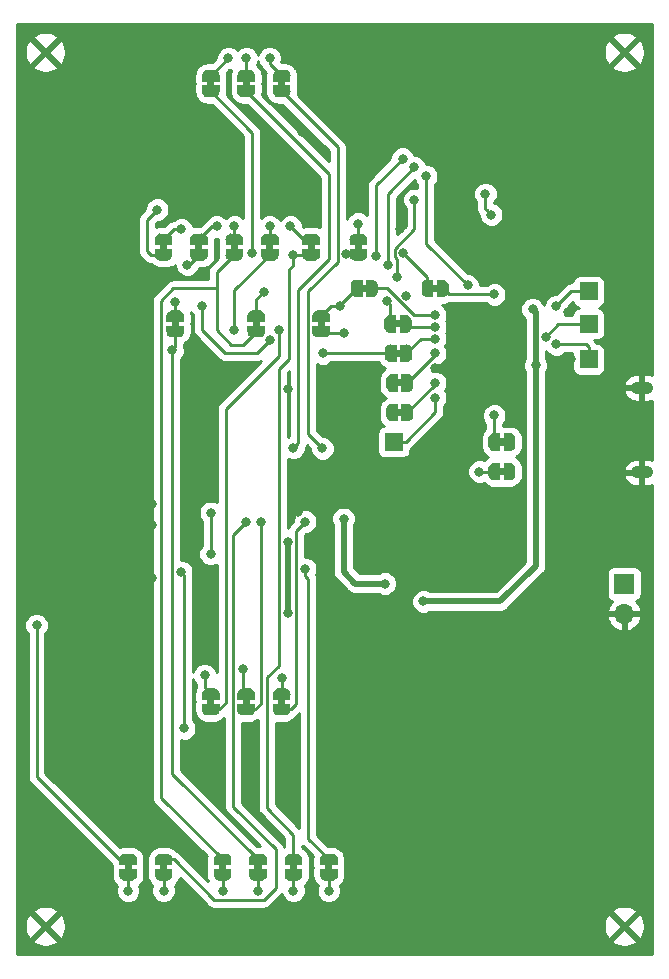
<source format=gbr>
G04 #@! TF.GenerationSoftware,KiCad,Pcbnew,5.99.0-unknown-38f13ef~100~ubuntu18.04.1*
G04 #@! TF.CreationDate,2020-01-22T11:40:01-08:00*
G04 #@! TF.ProjectId,board_esp32,626f6172-645f-4657-9370-33322e6b6963,rev?*
G04 #@! TF.SameCoordinates,Original*
G04 #@! TF.FileFunction,Copper,L2,Bot*
G04 #@! TF.FilePolarity,Positive*
%FSLAX46Y46*%
G04 Gerber Fmt 4.6, Leading zero omitted, Abs format (unit mm)*
G04 Created by KiCad (PCBNEW 5.99.0-unknown-38f13ef~100~ubuntu18.04.1) date 2020-01-22 11:40:01*
%MOMM*%
%LPD*%
G04 APERTURE LIST*
%ADD10R,1.500000X1.500000*%
%ADD11O,1.700000X1.700000*%
%ADD12R,1.700000X1.700000*%
%ADD13O,1.900000X1.050000*%
%ADD14C,0.800000*%
%ADD15C,0.250000*%
%ADD16C,0.500000*%
%ADD17C,0.254000*%
G04 APERTURE END LIST*
G36*
X28300000Y-82250000D02*
G01*
X27700000Y-82250000D01*
X27700000Y-81750000D01*
X28300000Y-81750000D01*
X28300000Y-82250000D01*
G37*
G36*
X23300000Y-82250000D02*
G01*
X22700000Y-82250000D01*
X22700000Y-81750000D01*
X23300000Y-81750000D01*
X23300000Y-82250000D01*
G37*
G36*
X27300000Y-68250000D02*
G01*
X26700000Y-68250000D01*
X26700000Y-67750000D01*
X27300000Y-67750000D01*
X27300000Y-68250000D01*
G37*
G36*
X20300000Y-82250000D02*
G01*
X19700000Y-82250000D01*
X19700000Y-81750000D01*
X20300000Y-81750000D01*
X20300000Y-82250000D01*
G37*
G36*
X29300000Y-29750000D02*
G01*
X28700000Y-29750000D01*
X28700000Y-29250000D01*
X29300000Y-29250000D01*
X29300000Y-29750000D01*
G37*
G36*
X26300000Y-29750000D02*
G01*
X25700000Y-29750000D01*
X25700000Y-29250000D01*
X26300000Y-29250000D01*
X26300000Y-29750000D01*
G37*
G36*
X27300000Y-15900000D02*
G01*
X26700000Y-15900000D01*
X26700000Y-15400000D01*
X27300000Y-15400000D01*
X27300000Y-15900000D01*
G37*
G36*
X23300000Y-29750000D02*
G01*
X22700000Y-29750000D01*
X22700000Y-29250000D01*
X23300000Y-29250000D01*
X23300000Y-29750000D01*
G37*
G36*
X37300000Y-82250000D02*
G01*
X36700000Y-82250000D01*
X36700000Y-81750000D01*
X37300000Y-81750000D01*
X37300000Y-82250000D01*
G37*
G36*
X34300000Y-82250000D02*
G01*
X33700000Y-82250000D01*
X33700000Y-81750000D01*
X34300000Y-81750000D01*
X34300000Y-82250000D01*
G37*
G36*
X31300000Y-82250000D02*
G01*
X30700000Y-82250000D01*
X30700000Y-81750000D01*
X31300000Y-81750000D01*
X31300000Y-82250000D01*
G37*
G36*
X30300000Y-68250000D02*
G01*
X29700000Y-68250000D01*
X29700000Y-67750000D01*
X30300000Y-67750000D01*
X30300000Y-68250000D01*
G37*
G36*
X33300000Y-68250000D02*
G01*
X32700000Y-68250000D01*
X32700000Y-67750000D01*
X33300000Y-67750000D01*
X33300000Y-68250000D01*
G37*
G36*
X39800000Y-29750000D02*
G01*
X39200000Y-29750000D01*
X39200000Y-29250000D01*
X39800000Y-29250000D01*
X39800000Y-29750000D01*
G37*
G36*
X35800000Y-29750000D02*
G01*
X35200000Y-29750000D01*
X35200000Y-29250000D01*
X35800000Y-29250000D01*
X35800000Y-29750000D01*
G37*
G36*
X32300000Y-29750000D02*
G01*
X31700000Y-29750000D01*
X31700000Y-29250000D01*
X32300000Y-29250000D01*
X32300000Y-29750000D01*
G37*
G36*
X30300000Y-15900000D02*
G01*
X29700000Y-15900000D01*
X29700000Y-15400000D01*
X30300000Y-15400000D01*
X30300000Y-15900000D01*
G37*
G36*
X33300000Y-15900000D02*
G01*
X32700000Y-15900000D01*
X32700000Y-15400000D01*
X33300000Y-15400000D01*
X33300000Y-15900000D01*
G37*
G36*
X24300000Y-36250000D02*
G01*
X23700000Y-36250000D01*
X23700000Y-35750000D01*
X24300000Y-35750000D01*
X24300000Y-36250000D01*
G37*
G36*
X31150000Y-36250000D02*
G01*
X30550000Y-36250000D01*
X30550000Y-35750000D01*
X31150000Y-35750000D01*
X31150000Y-36250000D01*
G37*
G36*
X36650000Y-36250000D02*
G01*
X36050000Y-36250000D01*
X36050000Y-35750000D01*
X36650000Y-35750000D01*
X36650000Y-36250000D01*
G37*
G36*
X43250000Y-41300000D02*
G01*
X42750000Y-41300000D01*
X42750000Y-40700000D01*
X43250000Y-40700000D01*
X43250000Y-41300000D01*
G37*
G36*
X51900000Y-48800000D02*
G01*
X51400000Y-48800000D01*
X51400000Y-48200000D01*
X51900000Y-48200000D01*
X51900000Y-48800000D01*
G37*
G36*
X51900000Y-46300000D02*
G01*
X51400000Y-46300000D01*
X51400000Y-45700000D01*
X51900000Y-45700000D01*
X51900000Y-46300000D01*
G37*
G36*
X40250000Y-33300000D02*
G01*
X39750000Y-33300000D01*
X39750000Y-32700000D01*
X40250000Y-32700000D01*
X40250000Y-33300000D01*
G37*
G36*
X43250000Y-43800000D02*
G01*
X42750000Y-43800000D01*
X42750000Y-43200000D01*
X43250000Y-43200000D01*
X43250000Y-43800000D01*
G37*
G36*
X43100000Y-36300000D02*
G01*
X42600000Y-36300000D01*
X42600000Y-35700000D01*
X43100000Y-35700000D01*
X43100000Y-36300000D01*
G37*
G36*
X43150000Y-38800000D02*
G01*
X42650000Y-38800000D01*
X42650000Y-38200000D01*
X43150000Y-38200000D01*
X43150000Y-38800000D01*
G37*
G36*
X46250000Y-33300000D02*
G01*
X45750000Y-33300000D01*
X45750000Y-32700000D01*
X46250000Y-32700000D01*
X46250000Y-33300000D01*
G37*
D10*
X59000000Y-33250000D03*
X42500000Y-46000000D03*
X59000000Y-39000000D03*
X59000000Y-36000000D03*
G04 #@! TA.AperFunction,SMDPad,CuDef*
G36*
X27250000Y-82612576D02*
G01*
X27250000Y-82150000D01*
X27678257Y-82150000D01*
X27678390Y-82149961D01*
X27681582Y-82150000D01*
X28178256Y-82150000D01*
X28178389Y-82149961D01*
X28181581Y-82150000D01*
X28750000Y-82150001D01*
X28750000Y-82618665D01*
X28755056Y-82659257D01*
X28732158Y-82800637D01*
X28670499Y-82929908D01*
X28575036Y-83036677D01*
X28453444Y-83112361D01*
X28315496Y-83150877D01*
X28243726Y-83150000D01*
X27818638Y-83150000D01*
X27815497Y-83150877D01*
X27672285Y-83149127D01*
X27535320Y-83107253D01*
X27415614Y-83028619D01*
X27322788Y-82919550D01*
X27264306Y-82788811D01*
X27244868Y-82646914D01*
X27250000Y-82612576D01*
G37*
G04 #@! TD.AperFunction*
G04 #@! TA.AperFunction,SMDPad,CuDef*
G36*
X27266038Y-81205265D02*
G01*
X27326113Y-81075250D01*
X27420264Y-80967323D01*
X27540923Y-80890159D01*
X27678390Y-80849961D01*
X27750001Y-80850836D01*
X27750001Y-80850000D01*
X28178256Y-80850000D01*
X28178389Y-80849961D01*
X28181581Y-80850000D01*
X28250000Y-80850000D01*
X28250000Y-80850836D01*
X28333807Y-80851860D01*
X28470250Y-80895404D01*
X28588987Y-80975494D01*
X28680473Y-81085690D01*
X28737354Y-81217133D01*
X28755056Y-81359257D01*
X28750000Y-81390474D01*
X28750000Y-81850000D01*
X28318637Y-81850000D01*
X28315496Y-81850877D01*
X28243726Y-81850000D01*
X27818638Y-81850000D01*
X27815497Y-81850877D01*
X27743727Y-81850000D01*
X27250000Y-81849999D01*
X27250000Y-81384377D01*
X27244868Y-81346914D01*
X27266038Y-81205265D01*
G37*
G04 #@! TD.AperFunction*
G04 #@! TA.AperFunction,SMDPad,CuDef*
G36*
X22250000Y-82612576D02*
G01*
X22250000Y-82150000D01*
X22678257Y-82150000D01*
X22678390Y-82149961D01*
X22681582Y-82150000D01*
X23178256Y-82150000D01*
X23178389Y-82149961D01*
X23181581Y-82150000D01*
X23750000Y-82150001D01*
X23750000Y-82618665D01*
X23755056Y-82659257D01*
X23732158Y-82800637D01*
X23670499Y-82929908D01*
X23575036Y-83036677D01*
X23453444Y-83112361D01*
X23315496Y-83150877D01*
X23243726Y-83150000D01*
X22818638Y-83150000D01*
X22815497Y-83150877D01*
X22672285Y-83149127D01*
X22535320Y-83107253D01*
X22415614Y-83028619D01*
X22322788Y-82919550D01*
X22264306Y-82788811D01*
X22244868Y-82646914D01*
X22250000Y-82612576D01*
G37*
G04 #@! TD.AperFunction*
G04 #@! TA.AperFunction,SMDPad,CuDef*
G36*
X22266038Y-81205265D02*
G01*
X22326113Y-81075250D01*
X22420264Y-80967323D01*
X22540923Y-80890159D01*
X22678390Y-80849961D01*
X22750001Y-80850836D01*
X22750001Y-80850000D01*
X23178256Y-80850000D01*
X23178389Y-80849961D01*
X23181581Y-80850000D01*
X23250000Y-80850000D01*
X23250000Y-80850836D01*
X23333807Y-80851860D01*
X23470250Y-80895404D01*
X23588987Y-80975494D01*
X23680473Y-81085690D01*
X23737354Y-81217133D01*
X23755056Y-81359257D01*
X23750000Y-81390474D01*
X23750000Y-81850000D01*
X23318637Y-81850000D01*
X23315496Y-81850877D01*
X23243726Y-81850000D01*
X22818638Y-81850000D01*
X22815497Y-81850877D01*
X22743727Y-81850000D01*
X22250000Y-81849999D01*
X22250000Y-81384377D01*
X22244868Y-81346914D01*
X22266038Y-81205265D01*
G37*
G04 #@! TD.AperFunction*
G04 #@! TA.AperFunction,SMDPad,CuDef*
G36*
X27750000Y-67387424D02*
G01*
X27749999Y-67850000D01*
X27321743Y-67850000D01*
X27321610Y-67850039D01*
X27318418Y-67850000D01*
X26821744Y-67849999D01*
X26821611Y-67850038D01*
X26818419Y-67849999D01*
X26250000Y-67849999D01*
X26250000Y-67381335D01*
X26244944Y-67340743D01*
X26267842Y-67199363D01*
X26329501Y-67070092D01*
X26424965Y-66963323D01*
X26546557Y-66887639D01*
X26684504Y-66849123D01*
X26756274Y-66850000D01*
X27181362Y-66850001D01*
X27184503Y-66849124D01*
X27327715Y-66850874D01*
X27464680Y-66892748D01*
X27584386Y-66971381D01*
X27677212Y-67080450D01*
X27735694Y-67211189D01*
X27755132Y-67353086D01*
X27750000Y-67387424D01*
G37*
G04 #@! TD.AperFunction*
G04 #@! TA.AperFunction,SMDPad,CuDef*
G36*
X27733962Y-68794735D02*
G01*
X27673887Y-68924750D01*
X27579735Y-69032677D01*
X27459076Y-69109841D01*
X27321610Y-69150039D01*
X27249999Y-69149164D01*
X27249999Y-69150000D01*
X26821744Y-69149999D01*
X26821611Y-69150038D01*
X26818419Y-69149999D01*
X26750000Y-69149999D01*
X26750000Y-69149163D01*
X26666193Y-69148139D01*
X26529750Y-69104595D01*
X26411013Y-69024506D01*
X26319527Y-68914310D01*
X26262646Y-68782867D01*
X26244944Y-68640743D01*
X26250000Y-68609526D01*
X26250001Y-68150000D01*
X26681363Y-68150000D01*
X26684504Y-68149123D01*
X26756274Y-68150000D01*
X27181362Y-68150001D01*
X27184503Y-68149124D01*
X27256273Y-68150001D01*
X27750000Y-68150001D01*
X27750000Y-68615623D01*
X27755132Y-68653086D01*
X27733962Y-68794735D01*
G37*
G04 #@! TD.AperFunction*
G04 #@! TA.AperFunction,SMDPad,CuDef*
G36*
X19250000Y-82612576D02*
G01*
X19250000Y-82150000D01*
X19678257Y-82150000D01*
X19678390Y-82149961D01*
X19681582Y-82150000D01*
X20178256Y-82150000D01*
X20178389Y-82149961D01*
X20181581Y-82150000D01*
X20750000Y-82150001D01*
X20750000Y-82618665D01*
X20755056Y-82659257D01*
X20732158Y-82800637D01*
X20670499Y-82929908D01*
X20575036Y-83036677D01*
X20453444Y-83112361D01*
X20315496Y-83150877D01*
X20243726Y-83150000D01*
X19818638Y-83150000D01*
X19815497Y-83150877D01*
X19672285Y-83149127D01*
X19535320Y-83107253D01*
X19415614Y-83028619D01*
X19322788Y-82919550D01*
X19264306Y-82788811D01*
X19244868Y-82646914D01*
X19250000Y-82612576D01*
G37*
G04 #@! TD.AperFunction*
G04 #@! TA.AperFunction,SMDPad,CuDef*
G36*
X19266038Y-81205265D02*
G01*
X19326113Y-81075250D01*
X19420264Y-80967323D01*
X19540923Y-80890159D01*
X19678390Y-80849961D01*
X19750001Y-80850836D01*
X19750001Y-80850000D01*
X20178256Y-80850000D01*
X20178389Y-80849961D01*
X20181581Y-80850000D01*
X20250000Y-80850000D01*
X20250000Y-80850836D01*
X20333807Y-80851860D01*
X20470250Y-80895404D01*
X20588987Y-80975494D01*
X20680473Y-81085690D01*
X20737354Y-81217133D01*
X20755056Y-81359257D01*
X20750000Y-81390474D01*
X20750000Y-81850000D01*
X20318637Y-81850000D01*
X20315496Y-81850877D01*
X20243726Y-81850000D01*
X19818638Y-81850000D01*
X19815497Y-81850877D01*
X19743727Y-81850000D01*
X19250000Y-81849999D01*
X19250000Y-81384377D01*
X19244868Y-81346914D01*
X19266038Y-81205265D01*
G37*
G04 #@! TD.AperFunction*
G04 #@! TA.AperFunction,SMDPad,CuDef*
G36*
X29750000Y-28887424D02*
G01*
X29749999Y-29350000D01*
X29321743Y-29350000D01*
X29321610Y-29350039D01*
X29318418Y-29350000D01*
X28821744Y-29349999D01*
X28821611Y-29350038D01*
X28818419Y-29349999D01*
X28250000Y-29349999D01*
X28250000Y-28881335D01*
X28244944Y-28840743D01*
X28267842Y-28699363D01*
X28329501Y-28570092D01*
X28424965Y-28463323D01*
X28546557Y-28387639D01*
X28684504Y-28349123D01*
X28756274Y-28350000D01*
X29181362Y-28350001D01*
X29184503Y-28349124D01*
X29327715Y-28350874D01*
X29464680Y-28392748D01*
X29584386Y-28471381D01*
X29677212Y-28580450D01*
X29735694Y-28711189D01*
X29755132Y-28853086D01*
X29750000Y-28887424D01*
G37*
G04 #@! TD.AperFunction*
G04 #@! TA.AperFunction,SMDPad,CuDef*
G36*
X29733962Y-30294735D02*
G01*
X29673887Y-30424750D01*
X29579735Y-30532677D01*
X29459076Y-30609841D01*
X29321610Y-30650039D01*
X29249999Y-30649164D01*
X29249999Y-30650000D01*
X28821744Y-30649999D01*
X28821611Y-30650038D01*
X28818419Y-30649999D01*
X28750000Y-30649999D01*
X28750000Y-30649163D01*
X28666193Y-30648139D01*
X28529750Y-30604595D01*
X28411013Y-30524506D01*
X28319527Y-30414310D01*
X28262646Y-30282867D01*
X28244944Y-30140743D01*
X28250000Y-30109526D01*
X28250001Y-29650000D01*
X28681363Y-29650000D01*
X28684504Y-29649123D01*
X28756274Y-29650000D01*
X29181362Y-29650001D01*
X29184503Y-29649124D01*
X29256273Y-29650001D01*
X29750000Y-29650001D01*
X29750000Y-30115623D01*
X29755132Y-30153086D01*
X29733962Y-30294735D01*
G37*
G04 #@! TD.AperFunction*
G04 #@! TA.AperFunction,SMDPad,CuDef*
G36*
X26750000Y-28887424D02*
G01*
X26749999Y-29350000D01*
X26321743Y-29350000D01*
X26321610Y-29350039D01*
X26318418Y-29350000D01*
X25821744Y-29349999D01*
X25821611Y-29350038D01*
X25818419Y-29349999D01*
X25250000Y-29349999D01*
X25250000Y-28881335D01*
X25244944Y-28840743D01*
X25267842Y-28699363D01*
X25329501Y-28570092D01*
X25424965Y-28463323D01*
X25546557Y-28387639D01*
X25684504Y-28349123D01*
X25756274Y-28350000D01*
X26181362Y-28350001D01*
X26184503Y-28349124D01*
X26327715Y-28350874D01*
X26464680Y-28392748D01*
X26584386Y-28471381D01*
X26677212Y-28580450D01*
X26735694Y-28711189D01*
X26755132Y-28853086D01*
X26750000Y-28887424D01*
G37*
G04 #@! TD.AperFunction*
G04 #@! TA.AperFunction,SMDPad,CuDef*
G36*
X26733962Y-30294735D02*
G01*
X26673887Y-30424750D01*
X26579735Y-30532677D01*
X26459076Y-30609841D01*
X26321610Y-30650039D01*
X26249999Y-30649164D01*
X26249999Y-30650000D01*
X25821744Y-30649999D01*
X25821611Y-30650038D01*
X25818419Y-30649999D01*
X25750000Y-30649999D01*
X25750000Y-30649163D01*
X25666193Y-30648139D01*
X25529750Y-30604595D01*
X25411013Y-30524506D01*
X25319527Y-30414310D01*
X25262646Y-30282867D01*
X25244944Y-30140743D01*
X25250000Y-30109526D01*
X25250001Y-29650000D01*
X25681363Y-29650000D01*
X25684504Y-29649123D01*
X25756274Y-29650000D01*
X26181362Y-29650001D01*
X26184503Y-29649124D01*
X26256273Y-29650001D01*
X26750000Y-29650001D01*
X26750000Y-30115623D01*
X26755132Y-30153086D01*
X26733962Y-30294735D01*
G37*
G04 #@! TD.AperFunction*
G04 #@! TA.AperFunction,SMDPad,CuDef*
G36*
X27750000Y-15037424D02*
G01*
X27749999Y-15500000D01*
X27321743Y-15500000D01*
X27321610Y-15500039D01*
X27318418Y-15500000D01*
X26821744Y-15499999D01*
X26821611Y-15500038D01*
X26818419Y-15499999D01*
X26250000Y-15499999D01*
X26250000Y-15031335D01*
X26244944Y-14990743D01*
X26267842Y-14849363D01*
X26329501Y-14720092D01*
X26424965Y-14613323D01*
X26546557Y-14537639D01*
X26684504Y-14499123D01*
X26756274Y-14500000D01*
X27181362Y-14500001D01*
X27184503Y-14499124D01*
X27327715Y-14500874D01*
X27464680Y-14542748D01*
X27584386Y-14621381D01*
X27677212Y-14730450D01*
X27735694Y-14861189D01*
X27755132Y-15003086D01*
X27750000Y-15037424D01*
G37*
G04 #@! TD.AperFunction*
G04 #@! TA.AperFunction,SMDPad,CuDef*
G36*
X27733962Y-16444735D02*
G01*
X27673887Y-16574750D01*
X27579735Y-16682677D01*
X27459076Y-16759841D01*
X27321610Y-16800039D01*
X27249999Y-16799164D01*
X27249999Y-16800000D01*
X26821744Y-16799999D01*
X26821611Y-16800038D01*
X26818419Y-16799999D01*
X26750000Y-16799999D01*
X26750000Y-16799163D01*
X26666193Y-16798139D01*
X26529750Y-16754595D01*
X26411013Y-16674506D01*
X26319527Y-16564310D01*
X26262646Y-16432867D01*
X26244944Y-16290743D01*
X26250000Y-16259526D01*
X26250001Y-15800000D01*
X26681363Y-15800000D01*
X26684504Y-15799123D01*
X26756274Y-15800000D01*
X27181362Y-15800001D01*
X27184503Y-15799124D01*
X27256273Y-15800001D01*
X27750000Y-15800001D01*
X27750000Y-16265623D01*
X27755132Y-16303086D01*
X27733962Y-16444735D01*
G37*
G04 #@! TD.AperFunction*
G04 #@! TA.AperFunction,SMDPad,CuDef*
G36*
X23750000Y-28887424D02*
G01*
X23749999Y-29350000D01*
X23321743Y-29350000D01*
X23321610Y-29350039D01*
X23318418Y-29350000D01*
X22821744Y-29349999D01*
X22821611Y-29350038D01*
X22818419Y-29349999D01*
X22250000Y-29349999D01*
X22250000Y-28881335D01*
X22244944Y-28840743D01*
X22267842Y-28699363D01*
X22329501Y-28570092D01*
X22424965Y-28463323D01*
X22546557Y-28387639D01*
X22684504Y-28349123D01*
X22756274Y-28350000D01*
X23181362Y-28350001D01*
X23184503Y-28349124D01*
X23327715Y-28350874D01*
X23464680Y-28392748D01*
X23584386Y-28471381D01*
X23677212Y-28580450D01*
X23735694Y-28711189D01*
X23755132Y-28853086D01*
X23750000Y-28887424D01*
G37*
G04 #@! TD.AperFunction*
G04 #@! TA.AperFunction,SMDPad,CuDef*
G36*
X23733962Y-30294735D02*
G01*
X23673887Y-30424750D01*
X23579735Y-30532677D01*
X23459076Y-30609841D01*
X23321610Y-30650039D01*
X23249999Y-30649164D01*
X23249999Y-30650000D01*
X22821744Y-30649999D01*
X22821611Y-30650038D01*
X22818419Y-30649999D01*
X22750000Y-30649999D01*
X22750000Y-30649163D01*
X22666193Y-30648139D01*
X22529750Y-30604595D01*
X22411013Y-30524506D01*
X22319527Y-30414310D01*
X22262646Y-30282867D01*
X22244944Y-30140743D01*
X22250000Y-30109526D01*
X22250001Y-29650000D01*
X22681363Y-29650000D01*
X22684504Y-29649123D01*
X22756274Y-29650000D01*
X23181362Y-29650001D01*
X23184503Y-29649124D01*
X23256273Y-29650001D01*
X23750000Y-29650001D01*
X23750000Y-30115623D01*
X23755132Y-30153086D01*
X23733962Y-30294735D01*
G37*
G04 #@! TD.AperFunction*
G04 #@! TA.AperFunction,SMDPad,CuDef*
G36*
X37750000Y-81387424D02*
G01*
X37749999Y-81850000D01*
X37321743Y-81850000D01*
X37321610Y-81850039D01*
X37318418Y-81850000D01*
X36821744Y-81849999D01*
X36821611Y-81850038D01*
X36818419Y-81849999D01*
X36250000Y-81849999D01*
X36250000Y-81381335D01*
X36244944Y-81340743D01*
X36267842Y-81199363D01*
X36329501Y-81070092D01*
X36424965Y-80963323D01*
X36546557Y-80887639D01*
X36684504Y-80849123D01*
X36756274Y-80850000D01*
X37181362Y-80850001D01*
X37184503Y-80849124D01*
X37327715Y-80850874D01*
X37464680Y-80892748D01*
X37584386Y-80971381D01*
X37677212Y-81080450D01*
X37735694Y-81211189D01*
X37755132Y-81353086D01*
X37750000Y-81387424D01*
G37*
G04 #@! TD.AperFunction*
G04 #@! TA.AperFunction,SMDPad,CuDef*
G36*
X37733962Y-82794735D02*
G01*
X37673887Y-82924750D01*
X37579735Y-83032677D01*
X37459076Y-83109841D01*
X37321610Y-83150039D01*
X37249999Y-83149164D01*
X37249999Y-83150000D01*
X36821744Y-83149999D01*
X36821611Y-83150038D01*
X36818419Y-83149999D01*
X36750000Y-83149999D01*
X36750000Y-83149163D01*
X36666193Y-83148139D01*
X36529750Y-83104595D01*
X36411013Y-83024506D01*
X36319527Y-82914310D01*
X36262646Y-82782867D01*
X36244944Y-82640743D01*
X36250000Y-82609526D01*
X36250001Y-82150000D01*
X36681363Y-82150000D01*
X36684504Y-82149123D01*
X36756274Y-82150000D01*
X37181362Y-82150001D01*
X37184503Y-82149124D01*
X37256273Y-82150001D01*
X37750000Y-82150001D01*
X37750000Y-82615623D01*
X37755132Y-82653086D01*
X37733962Y-82794735D01*
G37*
G04 #@! TD.AperFunction*
G04 #@! TA.AperFunction,SMDPad,CuDef*
G36*
X34750000Y-81387424D02*
G01*
X34749999Y-81850000D01*
X34321743Y-81850000D01*
X34321610Y-81850039D01*
X34318418Y-81850000D01*
X33821744Y-81849999D01*
X33821611Y-81850038D01*
X33818419Y-81849999D01*
X33250000Y-81849999D01*
X33250000Y-81381335D01*
X33244944Y-81340743D01*
X33267842Y-81199363D01*
X33329501Y-81070092D01*
X33424965Y-80963323D01*
X33546557Y-80887639D01*
X33684504Y-80849123D01*
X33756274Y-80850000D01*
X34181362Y-80850001D01*
X34184503Y-80849124D01*
X34327715Y-80850874D01*
X34464680Y-80892748D01*
X34584386Y-80971381D01*
X34677212Y-81080450D01*
X34735694Y-81211189D01*
X34755132Y-81353086D01*
X34750000Y-81387424D01*
G37*
G04 #@! TD.AperFunction*
G04 #@! TA.AperFunction,SMDPad,CuDef*
G36*
X34733962Y-82794735D02*
G01*
X34673887Y-82924750D01*
X34579735Y-83032677D01*
X34459076Y-83109841D01*
X34321610Y-83150039D01*
X34249999Y-83149164D01*
X34249999Y-83150000D01*
X33821744Y-83149999D01*
X33821611Y-83150038D01*
X33818419Y-83149999D01*
X33750000Y-83149999D01*
X33750000Y-83149163D01*
X33666193Y-83148139D01*
X33529750Y-83104595D01*
X33411013Y-83024506D01*
X33319527Y-82914310D01*
X33262646Y-82782867D01*
X33244944Y-82640743D01*
X33250000Y-82609526D01*
X33250001Y-82150000D01*
X33681363Y-82150000D01*
X33684504Y-82149123D01*
X33756274Y-82150000D01*
X34181362Y-82150001D01*
X34184503Y-82149124D01*
X34256273Y-82150001D01*
X34750000Y-82150001D01*
X34750000Y-82615623D01*
X34755132Y-82653086D01*
X34733962Y-82794735D01*
G37*
G04 #@! TD.AperFunction*
G04 #@! TA.AperFunction,SMDPad,CuDef*
G36*
X31750000Y-81387424D02*
G01*
X31749999Y-81850000D01*
X31321743Y-81850000D01*
X31321610Y-81850039D01*
X31318418Y-81850000D01*
X30821744Y-81849999D01*
X30821611Y-81850038D01*
X30818419Y-81849999D01*
X30250000Y-81849999D01*
X30250000Y-81381335D01*
X30244944Y-81340743D01*
X30267842Y-81199363D01*
X30329501Y-81070092D01*
X30424965Y-80963323D01*
X30546557Y-80887639D01*
X30684504Y-80849123D01*
X30756274Y-80850000D01*
X31181362Y-80850001D01*
X31184503Y-80849124D01*
X31327715Y-80850874D01*
X31464680Y-80892748D01*
X31584386Y-80971381D01*
X31677212Y-81080450D01*
X31735694Y-81211189D01*
X31755132Y-81353086D01*
X31750000Y-81387424D01*
G37*
G04 #@! TD.AperFunction*
G04 #@! TA.AperFunction,SMDPad,CuDef*
G36*
X31733962Y-82794735D02*
G01*
X31673887Y-82924750D01*
X31579735Y-83032677D01*
X31459076Y-83109841D01*
X31321610Y-83150039D01*
X31249999Y-83149164D01*
X31249999Y-83150000D01*
X30821744Y-83149999D01*
X30821611Y-83150038D01*
X30818419Y-83149999D01*
X30750000Y-83149999D01*
X30750000Y-83149163D01*
X30666193Y-83148139D01*
X30529750Y-83104595D01*
X30411013Y-83024506D01*
X30319527Y-82914310D01*
X30262646Y-82782867D01*
X30244944Y-82640743D01*
X30250000Y-82609526D01*
X30250001Y-82150000D01*
X30681363Y-82150000D01*
X30684504Y-82149123D01*
X30756274Y-82150000D01*
X31181362Y-82150001D01*
X31184503Y-82149124D01*
X31256273Y-82150001D01*
X31750000Y-82150001D01*
X31750000Y-82615623D01*
X31755132Y-82653086D01*
X31733962Y-82794735D01*
G37*
G04 #@! TD.AperFunction*
G04 #@! TA.AperFunction,SMDPad,CuDef*
G36*
X29250000Y-68612576D02*
G01*
X29250000Y-68150000D01*
X29678257Y-68150000D01*
X29678390Y-68149961D01*
X29681582Y-68150000D01*
X30178256Y-68150000D01*
X30178389Y-68149961D01*
X30181581Y-68150000D01*
X30750000Y-68150001D01*
X30750000Y-68618665D01*
X30755056Y-68659257D01*
X30732158Y-68800637D01*
X30670499Y-68929908D01*
X30575036Y-69036677D01*
X30453444Y-69112361D01*
X30315496Y-69150877D01*
X30243726Y-69150000D01*
X29818638Y-69150000D01*
X29815497Y-69150877D01*
X29672285Y-69149127D01*
X29535320Y-69107253D01*
X29415614Y-69028619D01*
X29322788Y-68919550D01*
X29264306Y-68788811D01*
X29244868Y-68646914D01*
X29250000Y-68612576D01*
G37*
G04 #@! TD.AperFunction*
G04 #@! TA.AperFunction,SMDPad,CuDef*
G36*
X29266038Y-67205265D02*
G01*
X29326113Y-67075250D01*
X29420264Y-66967323D01*
X29540923Y-66890159D01*
X29678390Y-66849961D01*
X29750001Y-66850836D01*
X29750001Y-66850000D01*
X30178256Y-66850000D01*
X30178389Y-66849961D01*
X30181581Y-66850000D01*
X30250000Y-66850000D01*
X30250000Y-66850836D01*
X30333807Y-66851860D01*
X30470250Y-66895404D01*
X30588987Y-66975494D01*
X30680473Y-67085690D01*
X30737354Y-67217133D01*
X30755056Y-67359257D01*
X30750000Y-67390474D01*
X30750000Y-67850000D01*
X30318637Y-67850000D01*
X30315496Y-67850877D01*
X30243726Y-67850000D01*
X29818638Y-67850000D01*
X29815497Y-67850877D01*
X29743727Y-67850000D01*
X29250000Y-67849999D01*
X29250000Y-67384377D01*
X29244868Y-67346914D01*
X29266038Y-67205265D01*
G37*
G04 #@! TD.AperFunction*
G04 #@! TA.AperFunction,SMDPad,CuDef*
G36*
X32250000Y-68612576D02*
G01*
X32250000Y-68150000D01*
X32678257Y-68150000D01*
X32678390Y-68149961D01*
X32681582Y-68150000D01*
X33178256Y-68150000D01*
X33178389Y-68149961D01*
X33181581Y-68150000D01*
X33750000Y-68150001D01*
X33750000Y-68618665D01*
X33755056Y-68659257D01*
X33732158Y-68800637D01*
X33670499Y-68929908D01*
X33575036Y-69036677D01*
X33453444Y-69112361D01*
X33315496Y-69150877D01*
X33243726Y-69150000D01*
X32818638Y-69150000D01*
X32815497Y-69150877D01*
X32672285Y-69149127D01*
X32535320Y-69107253D01*
X32415614Y-69028619D01*
X32322788Y-68919550D01*
X32264306Y-68788811D01*
X32244868Y-68646914D01*
X32250000Y-68612576D01*
G37*
G04 #@! TD.AperFunction*
G04 #@! TA.AperFunction,SMDPad,CuDef*
G36*
X32266038Y-67205265D02*
G01*
X32326113Y-67075250D01*
X32420264Y-66967323D01*
X32540923Y-66890159D01*
X32678390Y-66849961D01*
X32750001Y-66850836D01*
X32750001Y-66850000D01*
X33178256Y-66850000D01*
X33178389Y-66849961D01*
X33181581Y-66850000D01*
X33250000Y-66850000D01*
X33250000Y-66850836D01*
X33333807Y-66851860D01*
X33470250Y-66895404D01*
X33588987Y-66975494D01*
X33680473Y-67085690D01*
X33737354Y-67217133D01*
X33755056Y-67359257D01*
X33750000Y-67390474D01*
X33750000Y-67850000D01*
X33318637Y-67850000D01*
X33315496Y-67850877D01*
X33243726Y-67850000D01*
X32818638Y-67850000D01*
X32815497Y-67850877D01*
X32743727Y-67850000D01*
X32250000Y-67849999D01*
X32250000Y-67384377D01*
X32244868Y-67346914D01*
X32266038Y-67205265D01*
G37*
G04 #@! TD.AperFunction*
G04 #@! TA.AperFunction,SMDPad,CuDef*
G36*
X38750000Y-30112576D02*
G01*
X38750000Y-29650000D01*
X39178257Y-29650000D01*
X39178390Y-29649961D01*
X39181582Y-29650000D01*
X39678256Y-29650000D01*
X39678389Y-29649961D01*
X39681581Y-29650000D01*
X40250000Y-29650001D01*
X40250000Y-30118665D01*
X40255056Y-30159257D01*
X40232158Y-30300637D01*
X40170499Y-30429908D01*
X40075036Y-30536677D01*
X39953444Y-30612361D01*
X39815496Y-30650877D01*
X39743726Y-30650000D01*
X39318638Y-30650000D01*
X39315497Y-30650877D01*
X39172285Y-30649127D01*
X39035320Y-30607253D01*
X38915614Y-30528619D01*
X38822788Y-30419550D01*
X38764306Y-30288811D01*
X38744868Y-30146914D01*
X38750000Y-30112576D01*
G37*
G04 #@! TD.AperFunction*
G04 #@! TA.AperFunction,SMDPad,CuDef*
G36*
X38766038Y-28705265D02*
G01*
X38826113Y-28575250D01*
X38920264Y-28467323D01*
X39040923Y-28390159D01*
X39178390Y-28349961D01*
X39250001Y-28350836D01*
X39250001Y-28350000D01*
X39678256Y-28350000D01*
X39678389Y-28349961D01*
X39681581Y-28350000D01*
X39750000Y-28350000D01*
X39750000Y-28350836D01*
X39833807Y-28351860D01*
X39970250Y-28395404D01*
X40088987Y-28475494D01*
X40180473Y-28585690D01*
X40237354Y-28717133D01*
X40255056Y-28859257D01*
X40250000Y-28890474D01*
X40250000Y-29350000D01*
X39818637Y-29350000D01*
X39815496Y-29350877D01*
X39743726Y-29350000D01*
X39318638Y-29350000D01*
X39315497Y-29350877D01*
X39243727Y-29350000D01*
X38750000Y-29349999D01*
X38750000Y-28884377D01*
X38744868Y-28846914D01*
X38766038Y-28705265D01*
G37*
G04 #@! TD.AperFunction*
G04 #@! TA.AperFunction,SMDPad,CuDef*
G36*
X34750000Y-30112576D02*
G01*
X34750000Y-29650000D01*
X35178257Y-29650000D01*
X35178390Y-29649961D01*
X35181582Y-29650000D01*
X35678256Y-29650000D01*
X35678389Y-29649961D01*
X35681581Y-29650000D01*
X36250000Y-29650001D01*
X36250000Y-30118665D01*
X36255056Y-30159257D01*
X36232158Y-30300637D01*
X36170499Y-30429908D01*
X36075036Y-30536677D01*
X35953444Y-30612361D01*
X35815496Y-30650877D01*
X35743726Y-30650000D01*
X35318638Y-30650000D01*
X35315497Y-30650877D01*
X35172285Y-30649127D01*
X35035320Y-30607253D01*
X34915614Y-30528619D01*
X34822788Y-30419550D01*
X34764306Y-30288811D01*
X34744868Y-30146914D01*
X34750000Y-30112576D01*
G37*
G04 #@! TD.AperFunction*
G04 #@! TA.AperFunction,SMDPad,CuDef*
G36*
X34766038Y-28705265D02*
G01*
X34826113Y-28575250D01*
X34920264Y-28467323D01*
X35040923Y-28390159D01*
X35178390Y-28349961D01*
X35250001Y-28350836D01*
X35250001Y-28350000D01*
X35678256Y-28350000D01*
X35678389Y-28349961D01*
X35681581Y-28350000D01*
X35750000Y-28350000D01*
X35750000Y-28350836D01*
X35833807Y-28351860D01*
X35970250Y-28395404D01*
X36088987Y-28475494D01*
X36180473Y-28585690D01*
X36237354Y-28717133D01*
X36255056Y-28859257D01*
X36250000Y-28890474D01*
X36250000Y-29350000D01*
X35818637Y-29350000D01*
X35815496Y-29350877D01*
X35743726Y-29350000D01*
X35318638Y-29350000D01*
X35315497Y-29350877D01*
X35243727Y-29350000D01*
X34750000Y-29349999D01*
X34750000Y-28884377D01*
X34744868Y-28846914D01*
X34766038Y-28705265D01*
G37*
G04 #@! TD.AperFunction*
G04 #@! TA.AperFunction,SMDPad,CuDef*
G36*
X31250000Y-30112576D02*
G01*
X31250000Y-29650000D01*
X31678257Y-29650000D01*
X31678390Y-29649961D01*
X31681582Y-29650000D01*
X32178256Y-29650000D01*
X32178389Y-29649961D01*
X32181581Y-29650000D01*
X32750000Y-29650001D01*
X32750000Y-30118665D01*
X32755056Y-30159257D01*
X32732158Y-30300637D01*
X32670499Y-30429908D01*
X32575036Y-30536677D01*
X32453444Y-30612361D01*
X32315496Y-30650877D01*
X32243726Y-30650000D01*
X31818638Y-30650000D01*
X31815497Y-30650877D01*
X31672285Y-30649127D01*
X31535320Y-30607253D01*
X31415614Y-30528619D01*
X31322788Y-30419550D01*
X31264306Y-30288811D01*
X31244868Y-30146914D01*
X31250000Y-30112576D01*
G37*
G04 #@! TD.AperFunction*
G04 #@! TA.AperFunction,SMDPad,CuDef*
G36*
X31266038Y-28705265D02*
G01*
X31326113Y-28575250D01*
X31420264Y-28467323D01*
X31540923Y-28390159D01*
X31678390Y-28349961D01*
X31750001Y-28350836D01*
X31750001Y-28350000D01*
X32178256Y-28350000D01*
X32178389Y-28349961D01*
X32181581Y-28350000D01*
X32250000Y-28350000D01*
X32250000Y-28350836D01*
X32333807Y-28351860D01*
X32470250Y-28395404D01*
X32588987Y-28475494D01*
X32680473Y-28585690D01*
X32737354Y-28717133D01*
X32755056Y-28859257D01*
X32750000Y-28890474D01*
X32750000Y-29350000D01*
X32318637Y-29350000D01*
X32315496Y-29350877D01*
X32243726Y-29350000D01*
X31818638Y-29350000D01*
X31815497Y-29350877D01*
X31743727Y-29350000D01*
X31250000Y-29349999D01*
X31250000Y-28884377D01*
X31244868Y-28846914D01*
X31266038Y-28705265D01*
G37*
G04 #@! TD.AperFunction*
G04 #@! TA.AperFunction,SMDPad,CuDef*
G36*
X29250000Y-16262576D02*
G01*
X29250000Y-15800000D01*
X29678257Y-15800000D01*
X29678390Y-15799961D01*
X29681582Y-15800000D01*
X30178256Y-15800000D01*
X30178389Y-15799961D01*
X30181581Y-15800000D01*
X30750000Y-15800001D01*
X30750000Y-16268665D01*
X30755056Y-16309257D01*
X30732158Y-16450637D01*
X30670499Y-16579908D01*
X30575036Y-16686677D01*
X30453444Y-16762361D01*
X30315496Y-16800877D01*
X30243726Y-16800000D01*
X29818638Y-16800000D01*
X29815497Y-16800877D01*
X29672285Y-16799127D01*
X29535320Y-16757253D01*
X29415614Y-16678619D01*
X29322788Y-16569550D01*
X29264306Y-16438811D01*
X29244868Y-16296914D01*
X29250000Y-16262576D01*
G37*
G04 #@! TD.AperFunction*
G04 #@! TA.AperFunction,SMDPad,CuDef*
G36*
X29266038Y-14855265D02*
G01*
X29326113Y-14725250D01*
X29420264Y-14617323D01*
X29540923Y-14540159D01*
X29678390Y-14499961D01*
X29750001Y-14500836D01*
X29750001Y-14500000D01*
X30178256Y-14500000D01*
X30178389Y-14499961D01*
X30181581Y-14500000D01*
X30250000Y-14500000D01*
X30250000Y-14500836D01*
X30333807Y-14501860D01*
X30470250Y-14545404D01*
X30588987Y-14625494D01*
X30680473Y-14735690D01*
X30737354Y-14867133D01*
X30755056Y-15009257D01*
X30750000Y-15040474D01*
X30750000Y-15500000D01*
X30318637Y-15500000D01*
X30315496Y-15500877D01*
X30243726Y-15500000D01*
X29818638Y-15500000D01*
X29815497Y-15500877D01*
X29743727Y-15500000D01*
X29250000Y-15499999D01*
X29250000Y-15034377D01*
X29244868Y-14996914D01*
X29266038Y-14855265D01*
G37*
G04 #@! TD.AperFunction*
G04 #@! TA.AperFunction,SMDPad,CuDef*
G36*
X32250000Y-16262576D02*
G01*
X32250000Y-15800000D01*
X32678257Y-15800000D01*
X32678390Y-15799961D01*
X32681582Y-15800000D01*
X33178256Y-15800000D01*
X33178389Y-15799961D01*
X33181581Y-15800000D01*
X33750000Y-15800001D01*
X33750000Y-16268665D01*
X33755056Y-16309257D01*
X33732158Y-16450637D01*
X33670499Y-16579908D01*
X33575036Y-16686677D01*
X33453444Y-16762361D01*
X33315496Y-16800877D01*
X33243726Y-16800000D01*
X32818638Y-16800000D01*
X32815497Y-16800877D01*
X32672285Y-16799127D01*
X32535320Y-16757253D01*
X32415614Y-16678619D01*
X32322788Y-16569550D01*
X32264306Y-16438811D01*
X32244868Y-16296914D01*
X32250000Y-16262576D01*
G37*
G04 #@! TD.AperFunction*
G04 #@! TA.AperFunction,SMDPad,CuDef*
G36*
X32266038Y-14855265D02*
G01*
X32326113Y-14725250D01*
X32420264Y-14617323D01*
X32540923Y-14540159D01*
X32678390Y-14499961D01*
X32750001Y-14500836D01*
X32750001Y-14500000D01*
X33178256Y-14500000D01*
X33178389Y-14499961D01*
X33181581Y-14500000D01*
X33250000Y-14500000D01*
X33250000Y-14500836D01*
X33333807Y-14501860D01*
X33470250Y-14545404D01*
X33588987Y-14625494D01*
X33680473Y-14735690D01*
X33737354Y-14867133D01*
X33755056Y-15009257D01*
X33750000Y-15040474D01*
X33750000Y-15500000D01*
X33318637Y-15500000D01*
X33315496Y-15500877D01*
X33243726Y-15500000D01*
X32818638Y-15500000D01*
X32815497Y-15500877D01*
X32743727Y-15500000D01*
X32250000Y-15499999D01*
X32250000Y-15034377D01*
X32244868Y-14996914D01*
X32266038Y-14855265D01*
G37*
G04 #@! TD.AperFunction*
G04 #@! TA.AperFunction,SMDPad,CuDef*
G36*
X24750000Y-35387424D02*
G01*
X24749999Y-35850000D01*
X24321743Y-35850000D01*
X24321610Y-35850039D01*
X24318418Y-35850000D01*
X23821744Y-35849999D01*
X23821611Y-35850038D01*
X23818419Y-35849999D01*
X23250000Y-35849999D01*
X23250000Y-35381335D01*
X23244944Y-35340743D01*
X23267842Y-35199363D01*
X23329501Y-35070092D01*
X23424965Y-34963323D01*
X23546557Y-34887639D01*
X23684504Y-34849123D01*
X23756274Y-34850000D01*
X24181362Y-34850001D01*
X24184503Y-34849124D01*
X24327715Y-34850874D01*
X24464680Y-34892748D01*
X24584386Y-34971381D01*
X24677212Y-35080450D01*
X24735694Y-35211189D01*
X24755132Y-35353086D01*
X24750000Y-35387424D01*
G37*
G04 #@! TD.AperFunction*
G04 #@! TA.AperFunction,SMDPad,CuDef*
G36*
X24733962Y-36794735D02*
G01*
X24673887Y-36924750D01*
X24579735Y-37032677D01*
X24459076Y-37109841D01*
X24321610Y-37150039D01*
X24249999Y-37149164D01*
X24249999Y-37150000D01*
X23821744Y-37149999D01*
X23821611Y-37150038D01*
X23818419Y-37149999D01*
X23750000Y-37149999D01*
X23750000Y-37149163D01*
X23666193Y-37148139D01*
X23529750Y-37104595D01*
X23411013Y-37024506D01*
X23319527Y-36914310D01*
X23262646Y-36782867D01*
X23244944Y-36640743D01*
X23250000Y-36609526D01*
X23250001Y-36150000D01*
X23681363Y-36150000D01*
X23684504Y-36149123D01*
X23756274Y-36150000D01*
X24181362Y-36150001D01*
X24184503Y-36149124D01*
X24256273Y-36150001D01*
X24750000Y-36150001D01*
X24750000Y-36615623D01*
X24755132Y-36653086D01*
X24733962Y-36794735D01*
G37*
G04 #@! TD.AperFunction*
G04 #@! TA.AperFunction,SMDPad,CuDef*
G36*
X31600000Y-35387424D02*
G01*
X31599999Y-35850000D01*
X31171743Y-35850000D01*
X31171610Y-35850039D01*
X31168418Y-35850000D01*
X30671744Y-35849999D01*
X30671611Y-35850038D01*
X30668419Y-35849999D01*
X30100000Y-35849999D01*
X30100000Y-35381335D01*
X30094944Y-35340743D01*
X30117842Y-35199363D01*
X30179501Y-35070092D01*
X30274965Y-34963323D01*
X30396557Y-34887639D01*
X30534504Y-34849123D01*
X30606274Y-34850000D01*
X31031362Y-34850001D01*
X31034503Y-34849124D01*
X31177715Y-34850874D01*
X31314680Y-34892748D01*
X31434386Y-34971381D01*
X31527212Y-35080450D01*
X31585694Y-35211189D01*
X31605132Y-35353086D01*
X31600000Y-35387424D01*
G37*
G04 #@! TD.AperFunction*
G04 #@! TA.AperFunction,SMDPad,CuDef*
G36*
X31583962Y-36794735D02*
G01*
X31523887Y-36924750D01*
X31429735Y-37032677D01*
X31309076Y-37109841D01*
X31171610Y-37150039D01*
X31099999Y-37149164D01*
X31099999Y-37150000D01*
X30671744Y-37149999D01*
X30671611Y-37150038D01*
X30668419Y-37149999D01*
X30600000Y-37149999D01*
X30600000Y-37149163D01*
X30516193Y-37148139D01*
X30379750Y-37104595D01*
X30261013Y-37024506D01*
X30169527Y-36914310D01*
X30112646Y-36782867D01*
X30094944Y-36640743D01*
X30100000Y-36609526D01*
X30100001Y-36150000D01*
X30531363Y-36150000D01*
X30534504Y-36149123D01*
X30606274Y-36150000D01*
X31031362Y-36150001D01*
X31034503Y-36149124D01*
X31106273Y-36150001D01*
X31600000Y-36150001D01*
X31600000Y-36615623D01*
X31605132Y-36653086D01*
X31583962Y-36794735D01*
G37*
G04 #@! TD.AperFunction*
G04 #@! TA.AperFunction,SMDPad,CuDef*
G36*
X35600000Y-36612576D02*
G01*
X35600000Y-36150000D01*
X36028257Y-36150000D01*
X36028390Y-36149961D01*
X36031582Y-36150000D01*
X36528256Y-36150000D01*
X36528389Y-36149961D01*
X36531581Y-36150000D01*
X37100000Y-36150001D01*
X37100000Y-36618665D01*
X37105056Y-36659257D01*
X37082158Y-36800637D01*
X37020499Y-36929908D01*
X36925036Y-37036677D01*
X36803444Y-37112361D01*
X36665496Y-37150877D01*
X36593726Y-37150000D01*
X36168638Y-37150000D01*
X36165497Y-37150877D01*
X36022285Y-37149127D01*
X35885320Y-37107253D01*
X35765614Y-37028619D01*
X35672788Y-36919550D01*
X35614306Y-36788811D01*
X35594868Y-36646914D01*
X35600000Y-36612576D01*
G37*
G04 #@! TD.AperFunction*
G04 #@! TA.AperFunction,SMDPad,CuDef*
G36*
X35616038Y-35205265D02*
G01*
X35676113Y-35075250D01*
X35770264Y-34967323D01*
X35890923Y-34890159D01*
X36028390Y-34849961D01*
X36100001Y-34850836D01*
X36100001Y-34850000D01*
X36528256Y-34850000D01*
X36528389Y-34849961D01*
X36531581Y-34850000D01*
X36600000Y-34850000D01*
X36600000Y-34850836D01*
X36683807Y-34851860D01*
X36820250Y-34895404D01*
X36938987Y-34975494D01*
X37030473Y-35085690D01*
X37087354Y-35217133D01*
X37105056Y-35359257D01*
X37100000Y-35390474D01*
X37100000Y-35850000D01*
X36668637Y-35850000D01*
X36665496Y-35850877D01*
X36593726Y-35850000D01*
X36168638Y-35850000D01*
X36165497Y-35850877D01*
X36093727Y-35850000D01*
X35600000Y-35849999D01*
X35600000Y-35384377D01*
X35594868Y-35346914D01*
X35616038Y-35205265D01*
G37*
G04 #@! TD.AperFunction*
G04 #@! TA.AperFunction,SMDPad,CuDef*
G36*
X43612576Y-41750000D02*
G01*
X43150000Y-41749999D01*
X43150000Y-41321743D01*
X43149961Y-41321610D01*
X43150000Y-41318418D01*
X43150000Y-40821744D01*
X43149961Y-40821611D01*
X43150000Y-40818419D01*
X43150001Y-40250000D01*
X43618665Y-40250000D01*
X43659257Y-40244944D01*
X43800637Y-40267842D01*
X43929908Y-40329501D01*
X44036677Y-40424964D01*
X44112361Y-40546557D01*
X44150877Y-40684504D01*
X44150000Y-40756274D01*
X44150000Y-41181362D01*
X44150877Y-41184503D01*
X44149126Y-41327715D01*
X44107252Y-41464680D01*
X44028619Y-41584386D01*
X43919550Y-41677212D01*
X43788811Y-41735694D01*
X43646914Y-41755132D01*
X43612576Y-41750000D01*
G37*
G04 #@! TD.AperFunction*
G04 #@! TA.AperFunction,SMDPad,CuDef*
G36*
X42205265Y-41733962D02*
G01*
X42075250Y-41673887D01*
X41967323Y-41579736D01*
X41890159Y-41459076D01*
X41849961Y-41321610D01*
X41850836Y-41249999D01*
X41850000Y-41249999D01*
X41850000Y-40821744D01*
X41849961Y-40821611D01*
X41850000Y-40818419D01*
X41850001Y-40750000D01*
X41850837Y-40750000D01*
X41851861Y-40666193D01*
X41895405Y-40529750D01*
X41975494Y-40411013D01*
X42085690Y-40319527D01*
X42217133Y-40262646D01*
X42359257Y-40244944D01*
X42390474Y-40250000D01*
X42850000Y-40250001D01*
X42850000Y-40681363D01*
X42850877Y-40684504D01*
X42850000Y-40756274D01*
X42850000Y-41181362D01*
X42850877Y-41184503D01*
X42849999Y-41256273D01*
X42849999Y-41750000D01*
X42384377Y-41750000D01*
X42346914Y-41755132D01*
X42205265Y-41733962D01*
G37*
G04 #@! TD.AperFunction*
G04 #@! TA.AperFunction,SMDPad,CuDef*
G36*
X51037424Y-47750000D02*
G01*
X51500000Y-47750000D01*
X51500000Y-48178256D01*
X51500039Y-48178389D01*
X51500000Y-48181581D01*
X51500000Y-48678256D01*
X51500039Y-48678389D01*
X51500000Y-48681581D01*
X51500000Y-49250000D01*
X51031336Y-49250000D01*
X50990743Y-49255056D01*
X50849363Y-49232158D01*
X50720092Y-49170499D01*
X50613323Y-49075036D01*
X50537639Y-48953444D01*
X50499123Y-48815497D01*
X50500000Y-48743727D01*
X50500000Y-48318638D01*
X50499123Y-48315497D01*
X50500873Y-48172285D01*
X50542747Y-48035320D01*
X50621380Y-47915614D01*
X50730449Y-47822788D01*
X50861188Y-47764306D01*
X51003086Y-47744868D01*
X51037424Y-47750000D01*
G37*
G04 #@! TD.AperFunction*
G04 #@! TA.AperFunction,SMDPad,CuDef*
G36*
X52444735Y-47766038D02*
G01*
X52574750Y-47826113D01*
X52682677Y-47920264D01*
X52759841Y-48040923D01*
X52800039Y-48178389D01*
X52799164Y-48250000D01*
X52800000Y-48250000D01*
X52800000Y-48678256D01*
X52800039Y-48678389D01*
X52800000Y-48681581D01*
X52800000Y-48750000D01*
X52799164Y-48750000D01*
X52798140Y-48833807D01*
X52754596Y-48970250D01*
X52674507Y-49088987D01*
X52564311Y-49180473D01*
X52432868Y-49237354D01*
X52290743Y-49255056D01*
X52259526Y-49250000D01*
X51800000Y-49250000D01*
X51800000Y-48818638D01*
X51799123Y-48815497D01*
X51800000Y-48743727D01*
X51800000Y-48318638D01*
X51799123Y-48315497D01*
X51800000Y-48243727D01*
X51800000Y-47750000D01*
X52265622Y-47750000D01*
X52303086Y-47744868D01*
X52444735Y-47766038D01*
G37*
G04 #@! TD.AperFunction*
G04 #@! TA.AperFunction,SMDPad,CuDef*
G36*
X51037424Y-45250000D02*
G01*
X51500000Y-45250000D01*
X51500000Y-45678256D01*
X51500039Y-45678389D01*
X51500000Y-45681581D01*
X51500000Y-46178256D01*
X51500039Y-46178389D01*
X51500000Y-46181581D01*
X51500000Y-46750000D01*
X51031336Y-46750000D01*
X50990743Y-46755056D01*
X50849363Y-46732158D01*
X50720092Y-46670499D01*
X50613323Y-46575036D01*
X50537639Y-46453444D01*
X50499123Y-46315497D01*
X50500000Y-46243727D01*
X50500000Y-45818638D01*
X50499123Y-45815497D01*
X50500873Y-45672285D01*
X50542747Y-45535320D01*
X50621380Y-45415614D01*
X50730449Y-45322788D01*
X50861188Y-45264306D01*
X51003086Y-45244868D01*
X51037424Y-45250000D01*
G37*
G04 #@! TD.AperFunction*
G04 #@! TA.AperFunction,SMDPad,CuDef*
G36*
X52444735Y-45266038D02*
G01*
X52574750Y-45326113D01*
X52682677Y-45420264D01*
X52759841Y-45540923D01*
X52800039Y-45678389D01*
X52799164Y-45750000D01*
X52800000Y-45750000D01*
X52800000Y-46178256D01*
X52800039Y-46178389D01*
X52800000Y-46181581D01*
X52800000Y-46250000D01*
X52799164Y-46250000D01*
X52798140Y-46333807D01*
X52754596Y-46470250D01*
X52674507Y-46588987D01*
X52564311Y-46680473D01*
X52432868Y-46737354D01*
X52290743Y-46755056D01*
X52259526Y-46750000D01*
X51800000Y-46750000D01*
X51800000Y-46318638D01*
X51799123Y-46315497D01*
X51800000Y-46243727D01*
X51800000Y-45818638D01*
X51799123Y-45815497D01*
X51800000Y-45743727D01*
X51800000Y-45250000D01*
X52265622Y-45250000D01*
X52303086Y-45244868D01*
X52444735Y-45266038D01*
G37*
G04 #@! TD.AperFunction*
G04 #@! TA.AperFunction,SMDPad,CuDef*
G36*
X40612576Y-33750000D02*
G01*
X40150000Y-33749999D01*
X40150000Y-33321743D01*
X40149961Y-33321610D01*
X40150000Y-33318418D01*
X40150000Y-32821744D01*
X40149961Y-32821611D01*
X40150000Y-32818419D01*
X40150001Y-32250000D01*
X40618665Y-32250000D01*
X40659257Y-32244944D01*
X40800637Y-32267842D01*
X40929908Y-32329501D01*
X41036677Y-32424964D01*
X41112361Y-32546557D01*
X41150877Y-32684504D01*
X41150000Y-32756274D01*
X41150000Y-33181362D01*
X41150877Y-33184503D01*
X41149126Y-33327715D01*
X41107252Y-33464680D01*
X41028619Y-33584386D01*
X40919550Y-33677212D01*
X40788811Y-33735694D01*
X40646914Y-33755132D01*
X40612576Y-33750000D01*
G37*
G04 #@! TD.AperFunction*
G04 #@! TA.AperFunction,SMDPad,CuDef*
G36*
X39205265Y-33733962D02*
G01*
X39075250Y-33673887D01*
X38967323Y-33579736D01*
X38890159Y-33459076D01*
X38849961Y-33321610D01*
X38850836Y-33249999D01*
X38850000Y-33249999D01*
X38850000Y-32821744D01*
X38849961Y-32821611D01*
X38850000Y-32818419D01*
X38850001Y-32750000D01*
X38850837Y-32750000D01*
X38851861Y-32666193D01*
X38895405Y-32529750D01*
X38975494Y-32411013D01*
X39085690Y-32319527D01*
X39217133Y-32262646D01*
X39359257Y-32244944D01*
X39390474Y-32250000D01*
X39850000Y-32250001D01*
X39850000Y-32681363D01*
X39850877Y-32684504D01*
X39850000Y-32756274D01*
X39850000Y-33181362D01*
X39850877Y-33184503D01*
X39849999Y-33256273D01*
X39849999Y-33750000D01*
X39384377Y-33750000D01*
X39346914Y-33755132D01*
X39205265Y-33733962D01*
G37*
G04 #@! TD.AperFunction*
G04 #@! TA.AperFunction,SMDPad,CuDef*
G36*
X43612576Y-44250000D02*
G01*
X43150000Y-44249999D01*
X43150000Y-43821743D01*
X43149961Y-43821610D01*
X43150000Y-43818418D01*
X43150000Y-43321744D01*
X43149961Y-43321611D01*
X43150000Y-43318419D01*
X43150001Y-42750000D01*
X43618665Y-42750000D01*
X43659257Y-42744944D01*
X43800637Y-42767842D01*
X43929908Y-42829501D01*
X44036677Y-42924964D01*
X44112361Y-43046557D01*
X44150877Y-43184504D01*
X44150000Y-43256274D01*
X44150000Y-43681362D01*
X44150877Y-43684503D01*
X44149126Y-43827715D01*
X44107252Y-43964680D01*
X44028619Y-44084386D01*
X43919550Y-44177212D01*
X43788811Y-44235694D01*
X43646914Y-44255132D01*
X43612576Y-44250000D01*
G37*
G04 #@! TD.AperFunction*
G04 #@! TA.AperFunction,SMDPad,CuDef*
G36*
X42205265Y-44233962D02*
G01*
X42075250Y-44173887D01*
X41967323Y-44079736D01*
X41890159Y-43959076D01*
X41849961Y-43821610D01*
X41850836Y-43749999D01*
X41850000Y-43749999D01*
X41850000Y-43321744D01*
X41849961Y-43321611D01*
X41850000Y-43318419D01*
X41850001Y-43250000D01*
X41850837Y-43250000D01*
X41851861Y-43166193D01*
X41895405Y-43029750D01*
X41975494Y-42911013D01*
X42085690Y-42819527D01*
X42217133Y-42762646D01*
X42359257Y-42744944D01*
X42390474Y-42750000D01*
X42850000Y-42750001D01*
X42850000Y-43181363D01*
X42850877Y-43184504D01*
X42850000Y-43256274D01*
X42850000Y-43681362D01*
X42850877Y-43684503D01*
X42849999Y-43756273D01*
X42849999Y-44250000D01*
X42384377Y-44250000D01*
X42346914Y-44255132D01*
X42205265Y-44233962D01*
G37*
G04 #@! TD.AperFunction*
G04 #@! TA.AperFunction,SMDPad,CuDef*
G36*
X43462576Y-36750000D02*
G01*
X43000000Y-36749999D01*
X43000000Y-36321743D01*
X42999961Y-36321610D01*
X43000000Y-36318418D01*
X43000000Y-35821744D01*
X42999961Y-35821611D01*
X43000000Y-35818419D01*
X43000001Y-35250000D01*
X43468665Y-35250000D01*
X43509257Y-35244944D01*
X43650637Y-35267842D01*
X43779908Y-35329501D01*
X43886677Y-35424964D01*
X43962361Y-35546557D01*
X44000877Y-35684504D01*
X44000000Y-35756274D01*
X44000000Y-36181362D01*
X44000877Y-36184503D01*
X43999126Y-36327715D01*
X43957252Y-36464680D01*
X43878619Y-36584386D01*
X43769550Y-36677212D01*
X43638811Y-36735694D01*
X43496914Y-36755132D01*
X43462576Y-36750000D01*
G37*
G04 #@! TD.AperFunction*
G04 #@! TA.AperFunction,SMDPad,CuDef*
G36*
X42055265Y-36733962D02*
G01*
X41925250Y-36673887D01*
X41817323Y-36579736D01*
X41740159Y-36459076D01*
X41699961Y-36321610D01*
X41700836Y-36249999D01*
X41700000Y-36249999D01*
X41700000Y-35821744D01*
X41699961Y-35821611D01*
X41700000Y-35818419D01*
X41700001Y-35750000D01*
X41700837Y-35750000D01*
X41701861Y-35666193D01*
X41745405Y-35529750D01*
X41825494Y-35411013D01*
X41935690Y-35319527D01*
X42067133Y-35262646D01*
X42209257Y-35244944D01*
X42240474Y-35250000D01*
X42700000Y-35250001D01*
X42700000Y-35681363D01*
X42700877Y-35684504D01*
X42700000Y-35756274D01*
X42700000Y-36181362D01*
X42700877Y-36184503D01*
X42699999Y-36256273D01*
X42699999Y-36750000D01*
X42234377Y-36750000D01*
X42196914Y-36755132D01*
X42055265Y-36733962D01*
G37*
G04 #@! TD.AperFunction*
G04 #@! TA.AperFunction,SMDPad,CuDef*
G36*
X43512576Y-39250000D02*
G01*
X43050000Y-39249999D01*
X43050000Y-38821743D01*
X43049961Y-38821610D01*
X43050000Y-38818418D01*
X43050000Y-38321744D01*
X43049961Y-38321611D01*
X43050000Y-38318419D01*
X43050001Y-37750000D01*
X43518665Y-37750000D01*
X43559257Y-37744944D01*
X43700637Y-37767842D01*
X43829908Y-37829501D01*
X43936677Y-37924964D01*
X44012361Y-38046557D01*
X44050877Y-38184504D01*
X44050000Y-38256274D01*
X44050000Y-38681362D01*
X44050877Y-38684503D01*
X44049126Y-38827715D01*
X44007252Y-38964680D01*
X43928619Y-39084386D01*
X43819550Y-39177212D01*
X43688811Y-39235694D01*
X43546914Y-39255132D01*
X43512576Y-39250000D01*
G37*
G04 #@! TD.AperFunction*
G04 #@! TA.AperFunction,SMDPad,CuDef*
G36*
X42105265Y-39233962D02*
G01*
X41975250Y-39173887D01*
X41867323Y-39079736D01*
X41790159Y-38959076D01*
X41749961Y-38821610D01*
X41750836Y-38749999D01*
X41750000Y-38749999D01*
X41750000Y-38321744D01*
X41749961Y-38321611D01*
X41750000Y-38318419D01*
X41750001Y-38250000D01*
X41750837Y-38250000D01*
X41751861Y-38166193D01*
X41795405Y-38029750D01*
X41875494Y-37911013D01*
X41985690Y-37819527D01*
X42117133Y-37762646D01*
X42259257Y-37744944D01*
X42290474Y-37750000D01*
X42750000Y-37750001D01*
X42750000Y-38181363D01*
X42750877Y-38184504D01*
X42750000Y-38256274D01*
X42750000Y-38681362D01*
X42750877Y-38684503D01*
X42749999Y-38756273D01*
X42749999Y-39250000D01*
X42284377Y-39250000D01*
X42246914Y-39255132D01*
X42105265Y-39233962D01*
G37*
G04 #@! TD.AperFunction*
G04 #@! TA.AperFunction,SMDPad,CuDef*
G36*
X46612576Y-33750000D02*
G01*
X46150000Y-33749999D01*
X46150000Y-33321743D01*
X46149961Y-33321610D01*
X46150000Y-33318418D01*
X46150000Y-32821744D01*
X46149961Y-32821611D01*
X46150000Y-32818419D01*
X46150001Y-32250000D01*
X46618665Y-32250000D01*
X46659257Y-32244944D01*
X46800637Y-32267842D01*
X46929908Y-32329501D01*
X47036677Y-32424964D01*
X47112361Y-32546557D01*
X47150877Y-32684504D01*
X47150000Y-32756274D01*
X47150000Y-33181362D01*
X47150877Y-33184503D01*
X47149126Y-33327715D01*
X47107252Y-33464680D01*
X47028619Y-33584386D01*
X46919550Y-33677212D01*
X46788811Y-33735694D01*
X46646914Y-33755132D01*
X46612576Y-33750000D01*
G37*
G04 #@! TD.AperFunction*
G04 #@! TA.AperFunction,SMDPad,CuDef*
G36*
X45205265Y-33733962D02*
G01*
X45075250Y-33673887D01*
X44967323Y-33579736D01*
X44890159Y-33459076D01*
X44849961Y-33321610D01*
X44850836Y-33249999D01*
X44850000Y-33249999D01*
X44850000Y-32821744D01*
X44849961Y-32821611D01*
X44850000Y-32818419D01*
X44850001Y-32750000D01*
X44850837Y-32750000D01*
X44851861Y-32666193D01*
X44895405Y-32529750D01*
X44975494Y-32411013D01*
X45085690Y-32319527D01*
X45217133Y-32262646D01*
X45359257Y-32244944D01*
X45390474Y-32250000D01*
X45850000Y-32250001D01*
X45850000Y-32681363D01*
X45850877Y-32684504D01*
X45850000Y-32756274D01*
X45850000Y-33181362D01*
X45850877Y-33184503D01*
X45849999Y-33256273D01*
X45849999Y-33750000D01*
X45384377Y-33750000D01*
X45346914Y-33755132D01*
X45205265Y-33733962D01*
G37*
G04 #@! TD.AperFunction*
D11*
X62000000Y-60540000D03*
D12*
X62000000Y-58000000D03*
D13*
X63500000Y-41425000D03*
X63500000Y-48575000D03*
D14*
X48000000Y-76750000D03*
X47500000Y-67000000D03*
X57250000Y-30250000D03*
X62750000Y-25250000D03*
X57250000Y-24750000D03*
X56000000Y-12500000D03*
X39250000Y-17500000D03*
X34750000Y-19750000D03*
X32000000Y-21250000D03*
X19250000Y-72250000D03*
X15000000Y-65250000D03*
X13000000Y-81750000D03*
X62750000Y-65250000D03*
X62750000Y-77750000D03*
X62250000Y-38500000D03*
X58000000Y-52250000D03*
X62250000Y-52500000D03*
X47000000Y-51750000D03*
X47000000Y-57000000D03*
X49750000Y-51500000D03*
X47000000Y-47000000D03*
X37250000Y-43750000D03*
X33500000Y-41500000D03*
X25250000Y-44750000D03*
X25250000Y-40500000D03*
X34000000Y-73000000D03*
X30250000Y-73000000D03*
X26250000Y-73000000D03*
X41250000Y-77250000D03*
X56250000Y-77750000D03*
X49750000Y-48500000D03*
X43572854Y-33626243D03*
X46000000Y-35250000D03*
X46000000Y-42250000D03*
X46000000Y-41000000D03*
X46000000Y-39750000D03*
X46000000Y-38500000D03*
X46000000Y-37250000D03*
X41750000Y-47750000D03*
X34000000Y-30194998D03*
X30500000Y-30000000D03*
X25000000Y-30980979D03*
X24000000Y-34133485D03*
X29000794Y-36500794D03*
X23750000Y-38250000D03*
X26250000Y-34500000D03*
X50750000Y-26750000D03*
X50250000Y-25000000D03*
X45237340Y-23487340D03*
X44250000Y-25500000D03*
X50750000Y-23000000D03*
X47000000Y-26000000D03*
X48750000Y-32750000D03*
X51000000Y-33500000D03*
X56250000Y-34500000D03*
X20000000Y-84000000D03*
X22999999Y-83999999D03*
X37000000Y-84000000D03*
X33999999Y-83999999D03*
X31000000Y-84000000D03*
X27999999Y-83999999D03*
X33000000Y-66000000D03*
X26500000Y-65750000D03*
X30012660Y-52750000D03*
X31250000Y-52750000D03*
X35000000Y-52750000D03*
X34419261Y-51935895D03*
X36460000Y-46540000D03*
X33750000Y-27750000D03*
X32000000Y-27750000D03*
X28999999Y-27750001D03*
X27500000Y-27750000D03*
X24500000Y-28000000D03*
X58500000Y-42000000D03*
X56000000Y-43000000D03*
X58500000Y-49500000D03*
X56250000Y-46250000D03*
X43000000Y-28000000D03*
X44250000Y-22750000D03*
X43250000Y-22000000D03*
X51000000Y-43750000D03*
X46000000Y-36250000D03*
X41947986Y-34052014D03*
X12250000Y-61500000D03*
X42750000Y-32000000D03*
X38250000Y-36750000D03*
X42000000Y-31000000D03*
X41000000Y-30250000D03*
X29750000Y-65250000D03*
X36500000Y-38500000D03*
X22470773Y-26328270D03*
X31500000Y-33274990D03*
X39475010Y-27512660D03*
X34000000Y-46500000D03*
X32000000Y-13500000D03*
X30000000Y-13500000D03*
X28500000Y-13500000D03*
X32750000Y-36500000D03*
X32024990Y-37362340D03*
X37954423Y-34494936D03*
X27000000Y-52000000D03*
X26985000Y-55485000D03*
X38250000Y-52500000D03*
X35000000Y-56750000D03*
X33500000Y-60500000D03*
X33500000Y-54500000D03*
X57500000Y-39000000D03*
X57500000Y-40250000D03*
X41750000Y-58000000D03*
X54500000Y-39500000D03*
X45000000Y-59500000D03*
X55350010Y-37072490D03*
X56251812Y-37747214D03*
X51500000Y-38500000D03*
X54250000Y-34750000D03*
X35500000Y-12000000D03*
X39000000Y-12000000D03*
X44500000Y-12000000D03*
X43000000Y-87750000D03*
X52000000Y-87750000D03*
X43250000Y-62250000D03*
X52000000Y-62500000D03*
X24750000Y-70250000D03*
X24500000Y-57000000D03*
X17250000Y-19000000D03*
X17500000Y-25000000D03*
X25000000Y-24250000D03*
X26250000Y-13750000D03*
X25000000Y-13750000D03*
X22000000Y-13750000D03*
X60250000Y-18250000D03*
X60750000Y-33750000D03*
X57250000Y-35000000D03*
X59500000Y-43000000D03*
X37500000Y-65000000D03*
X19500000Y-61000000D03*
X22000000Y-57500000D03*
X20500000Y-59000000D03*
X17500000Y-60000000D03*
X22000000Y-53000000D03*
X22000000Y-51250000D03*
X21500000Y-32500000D03*
X43263648Y-29986352D03*
X38425010Y-30059500D03*
D15*
X51000000Y-48500000D02*
X49750000Y-48500000D01*
X44171292Y-35250000D02*
X45434315Y-35250000D01*
X45434315Y-35250000D02*
X46000000Y-35250000D01*
X40650000Y-33000000D02*
X41921292Y-33000000D01*
X41921292Y-33000000D02*
X44171292Y-35250000D01*
X46000000Y-43500000D02*
X46000000Y-42815685D01*
X42500000Y-46000000D02*
X43500000Y-46000000D01*
X46000000Y-42815685D02*
X46000000Y-42250000D01*
X43500000Y-46000000D02*
X46000000Y-43500000D01*
X43650000Y-43500000D02*
X46000000Y-41150000D01*
X46000000Y-41150000D02*
X46000000Y-41000000D01*
X46000000Y-38650000D02*
X46000000Y-38500000D01*
X43650000Y-41000000D02*
X46000000Y-38650000D01*
X43550000Y-38500000D02*
X44800000Y-37250000D01*
X44800000Y-37250000D02*
X46000000Y-37250000D01*
X34955002Y-30194998D02*
X34565685Y-30194998D01*
X35000000Y-30150000D02*
X34955002Y-30194998D01*
X34565685Y-30194998D02*
X34000000Y-30194998D01*
X27000000Y-16300000D02*
X30500000Y-19800000D01*
X30500000Y-29434315D02*
X30500000Y-30000000D01*
X30500000Y-19800000D02*
X30500000Y-29434315D01*
X25169021Y-30980979D02*
X25000000Y-30980979D01*
X26000000Y-30150000D02*
X25169021Y-30980979D01*
X24000000Y-35350000D02*
X24000000Y-34133485D01*
X29000794Y-35935109D02*
X29000794Y-36500794D01*
X29000794Y-33149206D02*
X29000794Y-35935109D01*
X32000000Y-30150000D02*
X29000794Y-33149206D01*
X29750000Y-37750000D02*
X28750000Y-37750000D01*
X30850000Y-36650000D02*
X29750000Y-37750000D01*
X28750000Y-37750000D02*
X27500000Y-36500000D01*
X27500000Y-36500000D02*
X27500000Y-33000000D01*
X30912328Y-38475002D02*
X28225002Y-38475002D01*
X32024990Y-37362340D02*
X30912328Y-38475002D01*
X28225002Y-38475002D02*
X26250000Y-36500000D01*
X26250000Y-35065685D02*
X26250000Y-34500000D01*
X26250000Y-36500000D02*
X26250000Y-35065685D01*
X23750000Y-38815685D02*
X23750000Y-38250000D01*
X31000000Y-81350000D02*
X23750000Y-74100000D01*
X23750000Y-74100000D02*
X23750000Y-38815685D01*
X24000000Y-36650000D02*
X24000000Y-38000000D01*
X24000000Y-38000000D02*
X23750000Y-38250000D01*
X23820480Y-33000000D02*
X22774998Y-34045482D01*
X27500000Y-33000000D02*
X23820480Y-33000000D01*
X22774998Y-34045482D02*
X22774998Y-76124998D01*
X22774998Y-76124998D02*
X28000000Y-81350000D01*
X29000000Y-30150000D02*
X27500000Y-31650000D01*
X27500000Y-31650000D02*
X27500000Y-33000000D01*
X50250000Y-26250000D02*
X50350001Y-26350001D01*
X50350001Y-26350001D02*
X50750000Y-26750000D01*
X50250000Y-25000000D02*
X50250000Y-26250000D01*
X48750000Y-32750000D02*
X45237340Y-29237340D01*
X45237340Y-24053025D02*
X45237340Y-23487340D01*
X45237340Y-29237340D02*
X45237340Y-24053025D01*
X51000000Y-33500000D02*
X47150000Y-33500000D01*
X47150000Y-33500000D02*
X46650000Y-33000000D01*
X56250000Y-34500000D02*
X57500000Y-33250000D01*
X57500000Y-33250000D02*
X59000000Y-33250000D01*
X20000000Y-82650000D02*
X20000000Y-84000000D01*
X22999999Y-83434314D02*
X22999999Y-83999999D01*
X23000000Y-82650000D02*
X22999999Y-83434314D01*
X32500000Y-80486411D02*
X28919861Y-76906272D01*
X32500000Y-83750000D02*
X32500000Y-80486411D01*
X28919861Y-53842799D02*
X29612661Y-53149999D01*
X27250000Y-84750000D02*
X31500000Y-84750000D01*
X31500000Y-84750000D02*
X32500000Y-83750000D01*
X23000000Y-81350000D02*
X23850000Y-81350000D01*
X23850000Y-81350000D02*
X27250000Y-84750000D01*
X28919861Y-76906272D02*
X28919861Y-53842799D01*
X29612661Y-53149999D02*
X30012660Y-52750000D01*
X37000000Y-82650000D02*
X37000000Y-84000000D01*
X34000000Y-82650000D02*
X33999999Y-83434314D01*
X33999999Y-83434314D02*
X33999999Y-83999999D01*
X31000000Y-82650000D02*
X31000000Y-84000000D01*
X27999999Y-83434314D02*
X27999999Y-83999999D01*
X28000000Y-82650000D02*
X27999999Y-83434314D01*
X33000000Y-67350000D02*
X33000000Y-66000000D01*
X27713589Y-68650000D02*
X28250000Y-68113589D01*
X27000000Y-68650000D02*
X27713589Y-68650000D01*
X28250000Y-68113589D02*
X28250000Y-43250000D01*
X32750000Y-38750000D02*
X32750000Y-37065685D01*
X28250000Y-43250000D02*
X32750000Y-38750000D01*
X32750000Y-37065685D02*
X32750000Y-36500000D01*
X27000000Y-67350000D02*
X26500000Y-66850000D01*
X26500000Y-66315685D02*
X26500000Y-65750000D01*
X26500000Y-66850000D02*
X26500000Y-66315685D01*
X30000000Y-68650000D02*
X30753848Y-68650000D01*
X30753848Y-68650000D02*
X31250000Y-68153848D01*
X31250000Y-53315685D02*
X31250000Y-52750000D01*
X31250000Y-68153848D02*
X31250000Y-53315685D01*
X34149999Y-28149999D02*
X33750000Y-27750000D01*
X34850000Y-28850000D02*
X34149999Y-28149999D01*
X35000000Y-28850000D02*
X34850000Y-28850000D01*
X32000000Y-28850000D02*
X32000000Y-27750000D01*
X28999999Y-28315686D02*
X28999999Y-27750001D01*
X29000000Y-28850000D02*
X28999999Y-28315686D01*
X26000000Y-28850000D02*
X27100000Y-27750000D01*
X27100000Y-27750000D02*
X27500000Y-27750000D01*
X23000000Y-28850000D02*
X23850000Y-28000000D01*
X23850000Y-28000000D02*
X24500000Y-28000000D01*
X44250000Y-22750000D02*
X42000000Y-25000000D01*
X42000000Y-25000000D02*
X42000000Y-31000000D01*
X43250000Y-22000000D02*
X41000000Y-24250000D01*
X41000000Y-24250000D02*
X41000000Y-30250000D01*
X51000000Y-43750000D02*
X51000000Y-46000000D01*
X46000000Y-36250000D02*
X43750000Y-36250000D01*
X43750000Y-36250000D02*
X43500000Y-36000000D01*
X42200000Y-34304028D02*
X41947986Y-34052014D01*
X42200000Y-36000000D02*
X42200000Y-34304028D01*
X12250000Y-74354648D02*
X12250000Y-61500000D01*
X20000000Y-81350000D02*
X19245352Y-81350000D01*
X19245352Y-81350000D02*
X12250000Y-74354648D01*
X38250000Y-36750000D02*
X36450000Y-36750000D01*
X36450000Y-36750000D02*
X36350000Y-36650000D01*
X29750000Y-65250000D02*
X29750000Y-67100000D01*
X29750000Y-67100000D02*
X30000000Y-67350000D01*
X42250000Y-38500000D02*
X36500000Y-38500000D01*
X36250000Y-38500000D02*
X36500000Y-38500000D01*
X30850000Y-33924990D02*
X31500000Y-33274990D01*
X30850000Y-35350000D02*
X30850000Y-33924990D01*
X39475010Y-28078345D02*
X39475010Y-27512660D01*
X39475010Y-28975010D02*
X39475010Y-28078345D01*
X39500000Y-29000000D02*
X39475010Y-28975010D01*
X32000000Y-13500000D02*
X32000000Y-14000000D01*
X32000000Y-14000000D02*
X33000000Y-15000000D01*
X30000000Y-13500000D02*
X30000000Y-15000000D01*
X28500000Y-13500000D02*
X27000000Y-15000000D01*
X36350000Y-35350000D02*
X37205064Y-34494936D01*
X37205064Y-34494936D02*
X37954423Y-34494936D01*
X39350000Y-33000000D02*
X37954423Y-34395577D01*
X37954423Y-34395577D02*
X37954423Y-34494936D01*
X27000000Y-55470000D02*
X26985000Y-55485000D01*
X27000000Y-52000000D02*
X27000000Y-55470000D01*
X34225001Y-68178847D02*
X34225001Y-53524999D01*
X34225001Y-53524999D02*
X34600001Y-53149999D01*
X33753848Y-68650000D02*
X34225001Y-68178847D01*
X34600001Y-53149999D02*
X35000000Y-52750000D01*
X33000000Y-68650000D02*
X33753848Y-68650000D01*
D16*
X33500000Y-54500000D02*
X33500000Y-60500000D01*
X39250000Y-58000000D02*
X41750000Y-58000000D01*
X38250000Y-52500000D02*
X38250000Y-57000000D01*
X38250000Y-57000000D02*
X39250000Y-58000000D01*
X51500000Y-59500000D02*
X45000000Y-59500000D01*
X54500000Y-39500000D02*
X54500000Y-56500000D01*
X54500000Y-56500000D02*
X51500000Y-59500000D01*
D15*
X56422500Y-36000000D02*
X55350010Y-37072490D01*
X59000000Y-36000000D02*
X56422500Y-36000000D01*
X59000000Y-39000000D02*
X59000000Y-38000000D01*
X59000000Y-38000000D02*
X58747214Y-37747214D01*
X58747214Y-37747214D02*
X56817497Y-37747214D01*
X56817497Y-37747214D02*
X56251812Y-37747214D01*
D16*
X54500000Y-35000000D02*
X54250000Y-34750000D01*
X54500000Y-39500000D02*
X54500000Y-35000000D01*
D15*
X24750000Y-57250000D02*
X24500000Y-57000000D01*
X24750000Y-70250000D02*
X24750000Y-57250000D01*
X34399999Y-46100001D02*
X34000000Y-46500000D01*
X34399999Y-33100001D02*
X34399999Y-46100001D01*
X37000000Y-30500000D02*
X34399999Y-33100001D01*
X30000000Y-16300000D02*
X37000000Y-23300000D01*
X37000000Y-23300000D02*
X37000000Y-30500000D01*
X34000000Y-31000000D02*
X34000000Y-30194998D01*
X33600001Y-31399999D02*
X34000000Y-31000000D01*
X34000000Y-79250000D02*
X31750000Y-77000000D01*
X32750000Y-64926998D02*
X32750000Y-39823002D01*
X34000000Y-81350000D02*
X34000000Y-79250000D01*
X31750000Y-77000000D02*
X31750000Y-65926998D01*
X31750000Y-65926998D02*
X32750000Y-64926998D01*
X33600001Y-38973001D02*
X33600001Y-31399999D01*
X32750000Y-39823002D02*
X33600001Y-38973001D01*
X21621723Y-27177320D02*
X22070774Y-26728269D01*
X21621723Y-29871723D02*
X21621723Y-27177320D01*
X23000000Y-30150000D02*
X21900000Y-30150000D01*
X22070774Y-26728269D02*
X22470773Y-26328270D01*
X21900000Y-30150000D02*
X21621723Y-29871723D01*
X44250000Y-26065685D02*
X44250000Y-25500000D01*
X45350000Y-32072704D02*
X43663647Y-30386351D01*
X45350000Y-33000000D02*
X45350000Y-32072704D01*
X43663647Y-30386351D02*
X43263648Y-29986352D01*
X44250000Y-28000996D02*
X44250000Y-26065685D01*
X42588646Y-30310354D02*
X42588646Y-29662350D01*
X42588646Y-29662350D02*
X44250000Y-28000996D01*
X42750000Y-30471708D02*
X42588646Y-30310354D01*
X42750000Y-32000000D02*
X42750000Y-30471708D01*
X37750000Y-30750000D02*
X35269861Y-33230139D01*
X37750000Y-21050000D02*
X37750000Y-30750000D01*
X35269861Y-33230139D02*
X35269861Y-45349861D01*
X33000000Y-16300000D02*
X37750000Y-21050000D01*
X36060001Y-46140001D02*
X36460000Y-46540000D01*
X38515510Y-30150000D02*
X38425010Y-30059500D01*
X35269861Y-45349861D02*
X36060001Y-46140001D01*
X39500000Y-30150000D02*
X38515510Y-30150000D01*
X35250000Y-57565685D02*
X35000000Y-57315685D01*
X35000000Y-57315685D02*
X35000000Y-56750000D01*
X37000000Y-81350000D02*
X35250000Y-79600000D01*
X35250000Y-79600000D02*
X35250000Y-57565685D01*
G36*
X64366000Y-40348931D02*
G01*
X64166711Y-40285713D01*
X63979155Y-40266000D01*
X63628000Y-40266000D01*
X63627999Y-41297001D01*
X63628000Y-41297001D01*
X63627999Y-42584000D01*
X63982135Y-42584000D01*
X64151206Y-42567422D01*
X64366000Y-42502573D01*
X64366000Y-47498931D01*
X64166711Y-47435713D01*
X63979155Y-47416000D01*
X63628000Y-47416000D01*
X63627999Y-48447001D01*
X63628000Y-48447001D01*
X63627999Y-49734000D01*
X63982135Y-49734000D01*
X64151206Y-49717422D01*
X64366000Y-49652572D01*
X64366001Y-89366000D01*
X10634000Y-89366000D01*
X10634000Y-88317582D01*
X11863438Y-88317582D01*
X12091186Y-88483050D01*
X12334375Y-88606961D01*
X12593954Y-88691302D01*
X12863531Y-88734000D01*
X13136469Y-88734000D01*
X13406046Y-88691302D01*
X13665625Y-88606961D01*
X13908814Y-88483050D01*
X14136562Y-88317582D01*
X60863438Y-88317582D01*
X61091186Y-88483050D01*
X61334375Y-88606961D01*
X61593954Y-88691302D01*
X61863531Y-88734000D01*
X62136469Y-88734000D01*
X62406046Y-88691302D01*
X62665625Y-88606961D01*
X62908814Y-88483050D01*
X63136562Y-88317582D01*
X62000000Y-87181019D01*
X60863438Y-88317582D01*
X14136562Y-88317582D01*
X13000000Y-87181019D01*
X11863438Y-88317582D01*
X10634000Y-88317582D01*
X10634000Y-86863531D01*
X11266000Y-86863531D01*
X11266000Y-87136469D01*
X11308698Y-87406046D01*
X11393039Y-87665625D01*
X11516950Y-87908814D01*
X11682418Y-88136562D01*
X12818981Y-87000000D01*
X13181019Y-87000000D01*
X14317582Y-88136562D01*
X14483050Y-87908814D01*
X14606961Y-87665625D01*
X14691302Y-87406046D01*
X14734000Y-87136469D01*
X14734000Y-86863531D01*
X60266000Y-86863531D01*
X60266000Y-87136469D01*
X60308698Y-87406046D01*
X60393039Y-87665625D01*
X60516950Y-87908814D01*
X60682418Y-88136562D01*
X61818981Y-87000000D01*
X62181019Y-87000000D01*
X63317582Y-88136562D01*
X63483050Y-87908814D01*
X63606961Y-87665625D01*
X63691302Y-87406046D01*
X63734000Y-87136469D01*
X63734000Y-86863531D01*
X63691302Y-86593954D01*
X63606961Y-86334375D01*
X63483050Y-86091186D01*
X63317582Y-85863438D01*
X62181019Y-87000000D01*
X61818981Y-87000000D01*
X60682418Y-85863438D01*
X60516950Y-86091186D01*
X60393039Y-86334375D01*
X60308698Y-86593954D01*
X60266000Y-86863531D01*
X14734000Y-86863531D01*
X14691302Y-86593954D01*
X14606961Y-86334375D01*
X14483050Y-86091186D01*
X14317582Y-85863438D01*
X13181019Y-87000000D01*
X12818981Y-87000000D01*
X11682418Y-85863438D01*
X11516950Y-86091186D01*
X11393039Y-86334375D01*
X11308698Y-86593954D01*
X11266000Y-86863531D01*
X10634000Y-86863531D01*
X10634000Y-85682418D01*
X11863438Y-85682418D01*
X13000000Y-86818981D01*
X14136562Y-85682418D01*
X60863438Y-85682418D01*
X62000000Y-86818981D01*
X63136562Y-85682418D01*
X62908814Y-85516950D01*
X62665625Y-85393039D01*
X62406046Y-85308698D01*
X62136469Y-85266000D01*
X61863531Y-85266000D01*
X61593954Y-85308698D01*
X61334375Y-85393039D01*
X61091186Y-85516950D01*
X60863438Y-85682418D01*
X14136562Y-85682418D01*
X13908814Y-85516950D01*
X13665625Y-85393039D01*
X13406046Y-85308698D01*
X13136469Y-85266000D01*
X12863531Y-85266000D01*
X12593954Y-85308698D01*
X12334375Y-85393039D01*
X12091186Y-85516950D01*
X11863438Y-85682418D01*
X10634000Y-85682418D01*
X10634000Y-61363872D01*
X11216000Y-61363872D01*
X11216000Y-61636128D01*
X11286466Y-61899109D01*
X11422594Y-62134891D01*
X11491001Y-62203297D01*
X11491000Y-74414891D01*
X11491001Y-74414897D01*
X11491001Y-74474861D01*
X11509688Y-74532372D01*
X11519150Y-74592115D01*
X11546609Y-74646005D01*
X11565297Y-74703522D01*
X11600846Y-74752451D01*
X11628302Y-74806337D01*
X11798657Y-74976693D01*
X11798661Y-74976695D01*
X18610776Y-81788812D01*
X18610776Y-81863545D01*
X18634793Y-81973947D01*
X18610776Y-82140988D01*
X18610776Y-82653452D01*
X18610341Y-82724774D01*
X18610776Y-82727950D01*
X18610776Y-82738576D01*
X18612232Y-82738576D01*
X18632215Y-82884459D01*
X18677134Y-83041630D01*
X18742947Y-83188758D01*
X18830179Y-83327010D01*
X18934640Y-83449751D01*
X19057160Y-83557958D01*
X19060128Y-83559907D01*
X19036466Y-83600891D01*
X18966000Y-83863872D01*
X18966000Y-84136128D01*
X19036466Y-84399109D01*
X19172594Y-84634891D01*
X19365109Y-84827406D01*
X19600891Y-84963534D01*
X19863872Y-85034000D01*
X20136128Y-85034000D01*
X20399109Y-84963534D01*
X20634891Y-84827406D01*
X20827406Y-84634891D01*
X20963534Y-84399109D01*
X21034000Y-84136128D01*
X21034000Y-83863872D01*
X20963534Y-83600891D01*
X20939243Y-83558817D01*
X21045578Y-83469433D01*
X21153007Y-83349281D01*
X21243589Y-83213203D01*
X21312977Y-83067727D01*
X21361724Y-82911695D01*
X21387492Y-82752594D01*
X21390488Y-82589158D01*
X21389224Y-82579007D01*
X21389224Y-82136455D01*
X21365207Y-82026053D01*
X21389224Y-81859012D01*
X21389224Y-81358133D01*
X21390488Y-81289159D01*
X21389224Y-81279011D01*
X21389224Y-81264474D01*
X21387413Y-81264474D01*
X21370567Y-81129219D01*
X21327569Y-80971503D01*
X21263558Y-80823584D01*
X21178026Y-80684282D01*
X21075073Y-80560273D01*
X20953878Y-80450572D01*
X20820257Y-80360443D01*
X20673144Y-80289169D01*
X20519230Y-80240049D01*
X20350979Y-80212798D01*
X20304256Y-80212227D01*
X20304256Y-80210776D01*
X20185535Y-80210776D01*
X20181790Y-80210731D01*
X20130270Y-80210101D01*
X20130270Y-80210776D01*
X19736456Y-80210776D01*
X19733748Y-80211365D01*
X19676838Y-80210670D01*
X19507968Y-80233803D01*
X19352900Y-80279148D01*
X19280710Y-80311970D01*
X13009000Y-74040262D01*
X13009000Y-62203296D01*
X13077406Y-62134891D01*
X13213534Y-61899109D01*
X13284000Y-61636128D01*
X13284000Y-61363872D01*
X13213534Y-61100891D01*
X13077406Y-60865109D01*
X12884891Y-60672594D01*
X12649109Y-60536466D01*
X12386128Y-60466000D01*
X12113872Y-60466000D01*
X11850891Y-60536466D01*
X11615109Y-60672594D01*
X11422594Y-60865109D01*
X11286466Y-61100891D01*
X11216000Y-61363872D01*
X10634000Y-61363872D01*
X10634000Y-29931966D01*
X20862723Y-29931966D01*
X20862724Y-29931972D01*
X20862724Y-29991936D01*
X20881411Y-30049447D01*
X20890873Y-30109190D01*
X20918332Y-30163080D01*
X20937020Y-30220597D01*
X20972569Y-30269526D01*
X21000025Y-30323412D01*
X21170380Y-30493768D01*
X21170384Y-30493770D01*
X21277953Y-30601339D01*
X21277955Y-30601343D01*
X21448310Y-30771697D01*
X21502199Y-30799156D01*
X21551127Y-30834704D01*
X21608641Y-30853390D01*
X21662532Y-30880850D01*
X21722274Y-30890312D01*
X21779786Y-30908999D01*
X21839750Y-30908999D01*
X21839756Y-30909000D01*
X21899418Y-30909000D01*
X21924928Y-30939727D01*
X22046122Y-31049427D01*
X22179743Y-31139556D01*
X22326856Y-31210830D01*
X22480770Y-31259950D01*
X22649020Y-31287201D01*
X22695744Y-31287772D01*
X22695744Y-31289224D01*
X22814450Y-31289224D01*
X22869730Y-31289900D01*
X22869730Y-31289224D01*
X23263544Y-31289224D01*
X23266252Y-31288635D01*
X23323162Y-31289330D01*
X23492032Y-31266197D01*
X23647101Y-31220852D01*
X23795906Y-31153194D01*
X23931690Y-31066358D01*
X23966000Y-31036795D01*
X23966000Y-31117107D01*
X24036466Y-31380088D01*
X24172594Y-31615870D01*
X24365109Y-31808385D01*
X24600891Y-31944513D01*
X24863872Y-32014979D01*
X25136128Y-32014979D01*
X25399109Y-31944513D01*
X25634891Y-31808385D01*
X25827406Y-31615870D01*
X25963534Y-31380088D01*
X25987881Y-31289224D01*
X26263544Y-31289224D01*
X26266252Y-31288635D01*
X26323162Y-31289330D01*
X26492032Y-31266197D01*
X26647101Y-31220852D01*
X26795906Y-31153194D01*
X26931690Y-31066358D01*
X27055529Y-30959652D01*
X27161482Y-30838196D01*
X27250396Y-30701022D01*
X27318001Y-30554709D01*
X27364837Y-30398098D01*
X27388661Y-30238693D01*
X27389659Y-30075227D01*
X27389224Y-30072051D01*
X27389224Y-29636455D01*
X27365207Y-29526047D01*
X27389224Y-29359012D01*
X27389224Y-28846548D01*
X27389605Y-28784000D01*
X27611837Y-28784000D01*
X27609512Y-28910842D01*
X27610776Y-28920993D01*
X27610776Y-29363545D01*
X27634793Y-29473953D01*
X27610776Y-29640988D01*
X27610776Y-30141867D01*
X27609512Y-30210841D01*
X27610776Y-30220989D01*
X27610776Y-30235526D01*
X27612587Y-30235526D01*
X27629433Y-30370781D01*
X27645800Y-30430814D01*
X27048661Y-31027953D01*
X27048657Y-31027955D01*
X26878302Y-31198311D01*
X26850846Y-31252197D01*
X26815297Y-31301126D01*
X26796609Y-31358643D01*
X26769150Y-31412533D01*
X26759688Y-31472276D01*
X26741001Y-31529787D01*
X26741001Y-31589751D01*
X26741000Y-31589757D01*
X26741001Y-32241000D01*
X23760236Y-32241000D01*
X23760230Y-32241001D01*
X23700266Y-32241001D01*
X23642755Y-32259688D01*
X23583012Y-32269150D01*
X23529122Y-32296609D01*
X23471605Y-32315297D01*
X23422676Y-32350846D01*
X23368790Y-32378302D01*
X23319011Y-32428082D01*
X22323659Y-33423435D01*
X22323655Y-33423437D01*
X22153300Y-33593793D01*
X22125844Y-33647679D01*
X22090295Y-33696608D01*
X22071607Y-33754125D01*
X22044148Y-33808015D01*
X22034686Y-33867758D01*
X22015999Y-33925269D01*
X22015999Y-33985233D01*
X22015998Y-33985239D01*
X22015999Y-76024741D01*
X22015999Y-76245211D01*
X22034688Y-76302730D01*
X22044149Y-76362465D01*
X22071606Y-76416353D01*
X22090295Y-76473873D01*
X22125847Y-76522804D01*
X22153301Y-76576688D01*
X22203080Y-76626466D01*
X26645143Y-81068531D01*
X26635163Y-81101902D01*
X26611339Y-81261307D01*
X26610341Y-81424773D01*
X26610776Y-81427949D01*
X26610776Y-81863545D01*
X26634793Y-81973947D01*
X26610776Y-82140988D01*
X26610776Y-82653452D01*
X26610341Y-82724774D01*
X26610776Y-82727950D01*
X26610776Y-82738576D01*
X26612232Y-82738576D01*
X26632215Y-82884459D01*
X26677134Y-83041630D01*
X26727410Y-83154024D01*
X24472047Y-80898661D01*
X24472045Y-80898657D01*
X24301690Y-80728303D01*
X24247801Y-80700844D01*
X24198873Y-80665296D01*
X24148741Y-80649008D01*
X24075073Y-80560273D01*
X23953878Y-80450572D01*
X23820257Y-80360443D01*
X23673144Y-80289169D01*
X23519230Y-80240049D01*
X23350979Y-80212798D01*
X23304256Y-80212227D01*
X23304256Y-80210776D01*
X23185535Y-80210776D01*
X23181790Y-80210731D01*
X23130270Y-80210101D01*
X23130270Y-80210776D01*
X22736456Y-80210776D01*
X22733748Y-80211365D01*
X22676838Y-80210670D01*
X22507968Y-80233803D01*
X22352900Y-80279148D01*
X22204093Y-80346805D01*
X22068309Y-80433642D01*
X21944470Y-80540348D01*
X21838517Y-80661804D01*
X21749604Y-80798978D01*
X21681999Y-80945291D01*
X21635163Y-81101902D01*
X21611339Y-81261307D01*
X21610341Y-81424773D01*
X21610776Y-81427949D01*
X21610776Y-81863545D01*
X21634793Y-81973947D01*
X21610776Y-82140988D01*
X21610776Y-82653452D01*
X21610341Y-82724774D01*
X21610776Y-82727950D01*
X21610776Y-82738576D01*
X21612232Y-82738576D01*
X21632215Y-82884459D01*
X21677134Y-83041630D01*
X21742947Y-83188758D01*
X21830179Y-83327010D01*
X21934640Y-83449751D01*
X22057160Y-83557958D01*
X22060127Y-83559907D01*
X22036465Y-83600890D01*
X21965999Y-83863871D01*
X21965999Y-84136127D01*
X22036465Y-84399108D01*
X22172593Y-84634890D01*
X22365108Y-84827405D01*
X22600890Y-84963533D01*
X22863871Y-85033999D01*
X23136127Y-85033999D01*
X23399108Y-84963533D01*
X23634890Y-84827405D01*
X23827405Y-84634890D01*
X23963533Y-84399108D01*
X24033999Y-84136127D01*
X24033999Y-83863871D01*
X23963533Y-83600890D01*
X23939242Y-83558817D01*
X24045578Y-83469433D01*
X24153007Y-83349281D01*
X24243589Y-83213203D01*
X24312977Y-83067727D01*
X24356150Y-82929536D01*
X26642414Y-85215801D01*
X26798310Y-85371698D01*
X26852196Y-85399154D01*
X26901125Y-85434703D01*
X26958642Y-85453391D01*
X27012532Y-85480850D01*
X27072275Y-85490312D01*
X27129786Y-85508999D01*
X27189750Y-85508999D01*
X27189756Y-85509000D01*
X31560244Y-85509000D01*
X31560250Y-85508999D01*
X31620213Y-85508999D01*
X31677726Y-85490312D01*
X31737468Y-85480850D01*
X31791359Y-85453390D01*
X31848873Y-85434704D01*
X31897801Y-85399156D01*
X31951690Y-85371697D01*
X32122045Y-85201343D01*
X32122046Y-85201341D01*
X33012758Y-84310631D01*
X33036465Y-84399108D01*
X33172593Y-84634890D01*
X33365108Y-84827405D01*
X33600890Y-84963533D01*
X33863871Y-85033999D01*
X34136127Y-85033999D01*
X34399108Y-84963533D01*
X34634890Y-84827405D01*
X34827405Y-84634890D01*
X34963533Y-84399108D01*
X35033999Y-84136127D01*
X35033999Y-83863871D01*
X34963533Y-83600890D01*
X34939641Y-83559507D01*
X35055529Y-83459652D01*
X35161482Y-83338196D01*
X35250396Y-83201022D01*
X35318001Y-83054709D01*
X35364837Y-82898098D01*
X35388661Y-82738693D01*
X35389659Y-82575227D01*
X35389224Y-82572051D01*
X35389224Y-82136455D01*
X35365207Y-82026047D01*
X35389224Y-81859012D01*
X35389224Y-81346548D01*
X35389659Y-81275226D01*
X35389224Y-81272050D01*
X35389224Y-81261424D01*
X35387768Y-81261424D01*
X35367785Y-81115541D01*
X35322866Y-80958370D01*
X35257053Y-80811242D01*
X35169821Y-80672990D01*
X35065360Y-80550249D01*
X34942840Y-80442043D01*
X34808129Y-80353553D01*
X34759000Y-80330487D01*
X34759000Y-80182388D01*
X34798657Y-80222045D01*
X34798659Y-80222046D01*
X35644618Y-81068006D01*
X35638276Y-81088304D01*
X35612508Y-81247406D01*
X35609512Y-81410842D01*
X35610776Y-81420993D01*
X35610776Y-81863545D01*
X35634793Y-81973953D01*
X35610776Y-82140988D01*
X35610776Y-82641867D01*
X35609512Y-82710841D01*
X35610776Y-82720989D01*
X35610776Y-82735526D01*
X35612587Y-82735526D01*
X35629433Y-82870781D01*
X35672431Y-83028497D01*
X35736442Y-83176416D01*
X35821974Y-83315718D01*
X35924927Y-83439727D01*
X36046122Y-83549427D01*
X36060557Y-83559164D01*
X36036466Y-83600891D01*
X35966000Y-83863872D01*
X35966000Y-84136128D01*
X36036466Y-84399109D01*
X36172594Y-84634891D01*
X36365109Y-84827406D01*
X36600891Y-84963534D01*
X36863872Y-85034000D01*
X37136128Y-85034000D01*
X37399109Y-84963534D01*
X37634891Y-84827406D01*
X37827406Y-84634891D01*
X37963534Y-84399109D01*
X38034000Y-84136128D01*
X38034000Y-83863872D01*
X37963534Y-83600891D01*
X37939641Y-83559507D01*
X38055529Y-83459652D01*
X38161482Y-83338196D01*
X38250396Y-83201022D01*
X38318001Y-83054709D01*
X38364837Y-82898098D01*
X38388661Y-82738693D01*
X38389659Y-82575227D01*
X38389224Y-82572051D01*
X38389224Y-82136455D01*
X38365207Y-82026047D01*
X38389224Y-81859012D01*
X38389224Y-81346548D01*
X38389659Y-81275226D01*
X38389224Y-81272050D01*
X38389224Y-81261424D01*
X38387768Y-81261424D01*
X38367785Y-81115541D01*
X38322866Y-80958370D01*
X38257053Y-80811242D01*
X38169821Y-80672990D01*
X38065360Y-80550249D01*
X37942840Y-80442043D01*
X37808129Y-80353553D01*
X37660154Y-80284079D01*
X37506020Y-80236956D01*
X37344502Y-80211807D01*
X37307362Y-80211353D01*
X37307362Y-80210776D01*
X37260156Y-80210776D01*
X37183336Y-80209837D01*
X37176156Y-80210776D01*
X36934163Y-80210776D01*
X36009000Y-79285614D01*
X36009000Y-60668000D01*
X60502453Y-60668000D01*
X60590516Y-61021201D01*
X60691744Y-61251804D01*
X60830378Y-61462055D01*
X61002457Y-61645942D01*
X61203058Y-61798206D01*
X61426446Y-61914494D01*
X61666233Y-61991482D01*
X61872000Y-62020765D01*
X61872000Y-60668000D01*
X62128000Y-60668000D01*
X62128000Y-62027789D01*
X62414270Y-61970587D01*
X62649387Y-61880334D01*
X62865934Y-61751757D01*
X63057723Y-61588533D01*
X63219268Y-61395327D01*
X63345949Y-61177666D01*
X63434148Y-60941771D01*
X63486373Y-60668000D01*
X62128000Y-60668000D01*
X61872000Y-60668000D01*
X60502453Y-60668000D01*
X36009000Y-60668000D01*
X36009000Y-59363872D01*
X43966000Y-59363872D01*
X43966000Y-59636128D01*
X44036466Y-59899109D01*
X44172594Y-60134891D01*
X44365109Y-60327406D01*
X44600891Y-60463534D01*
X44863872Y-60534000D01*
X45136128Y-60534000D01*
X45399109Y-60463534D01*
X45488369Y-60412000D01*
X60497435Y-60412000D01*
X63483674Y-60412000D01*
X63441596Y-60165835D01*
X63357944Y-59928291D01*
X63235463Y-59708237D01*
X63077658Y-59511966D01*
X63011130Y-59453107D01*
X63167512Y-59411205D01*
X63343165Y-59263815D01*
X63454956Y-59070186D01*
X63491837Y-58861024D01*
X63491837Y-57133412D01*
X63411205Y-56832489D01*
X63263815Y-56656835D01*
X63070186Y-56545044D01*
X62861024Y-56508163D01*
X61133412Y-56508163D01*
X60832489Y-56588795D01*
X60656835Y-56736185D01*
X60545044Y-56929814D01*
X60508163Y-57138976D01*
X60508163Y-58866588D01*
X60588795Y-59167512D01*
X60736185Y-59343165D01*
X60929814Y-59454956D01*
X60977030Y-59463281D01*
X60848296Y-59595661D01*
X60705650Y-59803212D01*
X60600014Y-60031829D01*
X60497435Y-60412000D01*
X45488369Y-60412000D01*
X45536867Y-60384000D01*
X51400970Y-60384000D01*
X51428377Y-60390202D01*
X51528338Y-60384000D01*
X51563400Y-60384000D01*
X51590192Y-60380163D01*
X51681105Y-60374523D01*
X51714985Y-60362291D01*
X51750657Y-60357183D01*
X51833603Y-60319470D01*
X51919643Y-60288409D01*
X51947895Y-60267504D01*
X51981166Y-60252376D01*
X52059157Y-60185174D01*
X52081584Y-60168579D01*
X52101308Y-60148855D01*
X52172992Y-60087088D01*
X52191261Y-60058902D01*
X55055053Y-57195111D01*
X55078822Y-57180114D01*
X55145134Y-57105030D01*
X55169913Y-57080252D01*
X55186140Y-57058600D01*
X55246442Y-56990321D01*
X55261753Y-56957708D01*
X55283361Y-56928877D01*
X55315338Y-56843576D01*
X55354222Y-56760756D01*
X55359418Y-56725994D01*
X55372245Y-56691776D01*
X55379875Y-56589115D01*
X55384000Y-56561513D01*
X55384000Y-56533605D01*
X55391011Y-56439258D01*
X55384000Y-56406414D01*
X55384000Y-48702999D01*
X61904471Y-48702999D01*
X61995200Y-49011268D01*
X62100502Y-49212694D01*
X62242924Y-49389829D01*
X62417038Y-49535929D01*
X62616214Y-49645427D01*
X62833289Y-49714287D01*
X63020845Y-49734000D01*
X63372000Y-49734000D01*
X63372001Y-48703000D01*
X61904471Y-48702999D01*
X55384000Y-48702999D01*
X55384000Y-48447000D01*
X61901318Y-48447000D01*
X63372000Y-48447001D01*
X63372001Y-47416000D01*
X63017865Y-47416000D01*
X62848794Y-47432578D01*
X62631205Y-47498271D01*
X62430519Y-47604978D01*
X62254381Y-47748632D01*
X62109501Y-47923763D01*
X62001396Y-48123699D01*
X61901318Y-48447000D01*
X55384000Y-48447000D01*
X55384000Y-41552999D01*
X61904471Y-41552999D01*
X61995200Y-41861268D01*
X62100502Y-42062694D01*
X62242924Y-42239829D01*
X62417038Y-42385929D01*
X62616214Y-42495427D01*
X62833289Y-42564287D01*
X63020845Y-42584000D01*
X63372000Y-42584000D01*
X63372001Y-41553000D01*
X61904471Y-41552999D01*
X55384000Y-41552999D01*
X55384000Y-41297000D01*
X61901318Y-41297000D01*
X63372000Y-41297001D01*
X63372001Y-40266000D01*
X63017865Y-40266000D01*
X62848794Y-40282578D01*
X62631205Y-40348271D01*
X62430519Y-40454978D01*
X62254381Y-40598632D01*
X62109501Y-40773763D01*
X62001396Y-40973699D01*
X61901318Y-41297000D01*
X55384000Y-41297000D01*
X55384000Y-40036867D01*
X55463534Y-39899109D01*
X55534000Y-39636128D01*
X55534000Y-39363872D01*
X55463534Y-39100891D01*
X55384000Y-38963133D01*
X55384000Y-38312119D01*
X55424406Y-38382105D01*
X55616921Y-38574620D01*
X55852703Y-38710748D01*
X56115684Y-38781214D01*
X56387940Y-38781214D01*
X56650921Y-38710748D01*
X56886703Y-38574620D01*
X56955108Y-38506214D01*
X57608163Y-38506214D01*
X57608163Y-39766588D01*
X57688795Y-40067512D01*
X57836185Y-40243165D01*
X58029814Y-40354956D01*
X58238976Y-40391837D01*
X59766588Y-40391837D01*
X60067512Y-40311205D01*
X60243165Y-40163815D01*
X60354956Y-39970186D01*
X60391837Y-39761024D01*
X60391837Y-38233412D01*
X60311205Y-37932489D01*
X60163815Y-37756835D01*
X59970186Y-37645044D01*
X59761024Y-37608163D01*
X59653489Y-37608163D01*
X59649156Y-37602199D01*
X59621697Y-37548310D01*
X59465225Y-37391837D01*
X59766588Y-37391837D01*
X60067512Y-37311205D01*
X60243165Y-37163815D01*
X60354956Y-36970186D01*
X60391837Y-36761024D01*
X60391837Y-35233412D01*
X60311205Y-34932489D01*
X60163815Y-34756835D01*
X59970186Y-34645044D01*
X59840175Y-34622119D01*
X60067512Y-34561205D01*
X60243165Y-34413815D01*
X60354956Y-34220186D01*
X60391837Y-34011024D01*
X60391837Y-32483412D01*
X60311205Y-32182489D01*
X60163815Y-32006835D01*
X59970186Y-31895044D01*
X59761024Y-31858163D01*
X58233412Y-31858163D01*
X57932489Y-31938795D01*
X57756835Y-32086185D01*
X57645044Y-32279814D01*
X57608163Y-32488976D01*
X57608163Y-32491000D01*
X57439756Y-32491000D01*
X57439750Y-32491001D01*
X57379786Y-32491001D01*
X57322275Y-32509688D01*
X57262532Y-32519150D01*
X57208642Y-32546609D01*
X57151125Y-32565297D01*
X57102196Y-32600846D01*
X57048310Y-32628302D01*
X56998531Y-32678082D01*
X56210614Y-33466000D01*
X56113872Y-33466000D01*
X55850891Y-33536466D01*
X55615109Y-33672594D01*
X55422594Y-33865109D01*
X55286466Y-34100891D01*
X55216506Y-34361983D01*
X55213534Y-34350891D01*
X55077406Y-34115109D01*
X54884891Y-33922594D01*
X54649109Y-33786466D01*
X54386128Y-33716000D01*
X54113872Y-33716000D01*
X53850891Y-33786466D01*
X53615109Y-33922594D01*
X53422594Y-34115109D01*
X53286466Y-34350891D01*
X53216000Y-34613872D01*
X53216000Y-34886128D01*
X53286466Y-35149109D01*
X53422594Y-35384891D01*
X53615109Y-35577406D01*
X53616001Y-35577921D01*
X53616000Y-38963133D01*
X53536466Y-39100891D01*
X53466000Y-39363872D01*
X53466000Y-39636128D01*
X53536466Y-39899109D01*
X53616000Y-40036867D01*
X53616001Y-56133835D01*
X51133837Y-58616000D01*
X45536867Y-58616000D01*
X45399109Y-58536466D01*
X45136128Y-58466000D01*
X44863872Y-58466000D01*
X44600891Y-58536466D01*
X44365109Y-58672594D01*
X44172594Y-58865109D01*
X44036466Y-59100891D01*
X43966000Y-59363872D01*
X36009000Y-59363872D01*
X36009000Y-57505441D01*
X36008999Y-57505435D01*
X36008999Y-57445471D01*
X35990312Y-57387959D01*
X35980850Y-57328217D01*
X35953390Y-57274326D01*
X35934704Y-57216812D01*
X35928988Y-57208945D01*
X35963534Y-57149109D01*
X36034000Y-56886128D01*
X36034000Y-56613872D01*
X35963534Y-56350891D01*
X35827406Y-56115109D01*
X35634891Y-55922594D01*
X35399109Y-55786466D01*
X35136128Y-55716000D01*
X34984001Y-55716000D01*
X34984001Y-53839385D01*
X35039386Y-53784000D01*
X35136128Y-53784000D01*
X35399109Y-53713534D01*
X35634891Y-53577406D01*
X35827406Y-53384891D01*
X35963534Y-53149109D01*
X36034000Y-52886128D01*
X36034000Y-52613872D01*
X35967013Y-52363872D01*
X37216000Y-52363872D01*
X37216000Y-52636128D01*
X37286466Y-52899109D01*
X37366000Y-53036867D01*
X37366001Y-56900965D01*
X37359798Y-56928377D01*
X37366001Y-57028354D01*
X37366001Y-57063399D01*
X37369837Y-57090186D01*
X37375477Y-57181105D01*
X37387711Y-57214995D01*
X37392819Y-57250658D01*
X37430523Y-57333585D01*
X37461592Y-57419645D01*
X37482498Y-57447897D01*
X37497624Y-57481165D01*
X37564815Y-57559143D01*
X37581421Y-57581585D01*
X37601153Y-57601316D01*
X37662913Y-57672992D01*
X37691096Y-57691259D01*
X38554888Y-58555051D01*
X38569885Y-58578821D01*
X38644970Y-58645134D01*
X38669748Y-58669913D01*
X38691400Y-58686140D01*
X38759679Y-58746442D01*
X38792292Y-58761753D01*
X38821123Y-58783361D01*
X38906424Y-58815338D01*
X38989244Y-58854222D01*
X39024006Y-58859418D01*
X39058224Y-58872245D01*
X39160885Y-58879875D01*
X39188487Y-58884000D01*
X39216395Y-58884000D01*
X39310742Y-58891011D01*
X39343586Y-58884000D01*
X41213133Y-58884000D01*
X41350891Y-58963534D01*
X41613872Y-59034000D01*
X41886128Y-59034000D01*
X42149109Y-58963534D01*
X42384891Y-58827406D01*
X42577406Y-58634891D01*
X42713534Y-58399109D01*
X42784000Y-58136128D01*
X42784000Y-57863872D01*
X42713534Y-57600891D01*
X42577406Y-57365109D01*
X42384891Y-57172594D01*
X42149109Y-57036466D01*
X41886128Y-56966000D01*
X41613872Y-56966000D01*
X41350891Y-57036466D01*
X41213133Y-57116000D01*
X39616165Y-57116000D01*
X39134000Y-56633836D01*
X39134000Y-53036867D01*
X39213534Y-52899109D01*
X39284000Y-52636128D01*
X39284000Y-52363872D01*
X39213534Y-52100891D01*
X39077406Y-51865109D01*
X38884891Y-51672594D01*
X38649109Y-51536466D01*
X38386128Y-51466000D01*
X38113872Y-51466000D01*
X37850891Y-51536466D01*
X37615109Y-51672594D01*
X37422594Y-51865109D01*
X37286466Y-52100891D01*
X37216000Y-52363872D01*
X35967013Y-52363872D01*
X35963534Y-52350891D01*
X35827406Y-52115109D01*
X35634891Y-51922594D01*
X35399109Y-51786466D01*
X35136128Y-51716000D01*
X34863872Y-51716000D01*
X34600891Y-51786466D01*
X34365109Y-51922594D01*
X34172594Y-52115109D01*
X34036466Y-52350891D01*
X33966000Y-52613872D01*
X33966000Y-52710614D01*
X33603304Y-53073309D01*
X33575850Y-53127193D01*
X33540298Y-53176124D01*
X33521609Y-53233644D01*
X33509000Y-53258391D01*
X33509000Y-48363872D01*
X48716000Y-48363872D01*
X48716000Y-48636128D01*
X48786466Y-48899109D01*
X48922594Y-49134891D01*
X49115109Y-49327406D01*
X49350891Y-49463534D01*
X49613872Y-49534000D01*
X49886128Y-49534000D01*
X50118497Y-49471737D01*
X50180567Y-49545578D01*
X50300719Y-49653007D01*
X50436797Y-49743589D01*
X50582273Y-49812977D01*
X50738305Y-49861724D01*
X50897406Y-49887492D01*
X51060843Y-49890488D01*
X51070994Y-49889224D01*
X51513547Y-49889224D01*
X51623948Y-49865207D01*
X51790988Y-49889224D01*
X52291868Y-49889224D01*
X52360842Y-49890488D01*
X52370990Y-49889224D01*
X52385526Y-49889224D01*
X52385526Y-49887414D01*
X52520782Y-49870567D01*
X52678498Y-49827569D01*
X52826417Y-49763558D01*
X52965719Y-49678026D01*
X53089728Y-49575073D01*
X53199428Y-49453878D01*
X53289557Y-49320257D01*
X53360831Y-49173144D01*
X53409951Y-49019230D01*
X53437202Y-48850979D01*
X53437773Y-48804256D01*
X53439224Y-48804256D01*
X53439224Y-48685535D01*
X53439272Y-48681581D01*
X53439899Y-48630270D01*
X53439224Y-48630270D01*
X53439224Y-48236455D01*
X53438635Y-48233747D01*
X53439330Y-48176837D01*
X53416197Y-48007967D01*
X53370852Y-47852898D01*
X53303194Y-47704093D01*
X53216358Y-47568309D01*
X53109652Y-47444470D01*
X52988196Y-47338517D01*
X52851022Y-47249604D01*
X52849950Y-47249109D01*
X52965719Y-47178026D01*
X53089728Y-47075073D01*
X53199428Y-46953878D01*
X53289557Y-46820257D01*
X53360831Y-46673144D01*
X53409951Y-46519230D01*
X53437202Y-46350979D01*
X53437773Y-46304256D01*
X53439224Y-46304256D01*
X53439224Y-46185535D01*
X53439272Y-46181581D01*
X53439899Y-46130270D01*
X53439224Y-46130270D01*
X53439224Y-45736455D01*
X53438635Y-45733747D01*
X53439330Y-45676837D01*
X53416197Y-45507967D01*
X53370852Y-45352898D01*
X53303194Y-45204093D01*
X53216358Y-45068309D01*
X53109652Y-44944470D01*
X52988196Y-44838517D01*
X52851022Y-44749604D01*
X52704709Y-44681999D01*
X52548098Y-44635163D01*
X52388693Y-44611339D01*
X52225226Y-44610341D01*
X52222050Y-44610776D01*
X51786453Y-44610776D01*
X51759000Y-44616748D01*
X51759000Y-44453296D01*
X51827406Y-44384891D01*
X51963534Y-44149109D01*
X52034000Y-43886128D01*
X52034000Y-43613872D01*
X51963534Y-43350891D01*
X51827406Y-43115109D01*
X51634891Y-42922594D01*
X51399109Y-42786466D01*
X51136128Y-42716000D01*
X50863872Y-42716000D01*
X50600891Y-42786466D01*
X50365109Y-42922594D01*
X50172594Y-43115109D01*
X50036466Y-43350891D01*
X49966000Y-43613872D01*
X49966000Y-43886128D01*
X50036466Y-44149109D01*
X50172594Y-44384891D01*
X50241000Y-44453296D01*
X50241001Y-44899956D01*
X50200248Y-44934640D01*
X50092042Y-45057160D01*
X50003552Y-45191871D01*
X49934078Y-45339846D01*
X49886955Y-45493980D01*
X49861806Y-45655499D01*
X49861352Y-45692638D01*
X49860776Y-45692638D01*
X49860776Y-45739806D01*
X49859837Y-45816664D01*
X49860776Y-45823844D01*
X49860776Y-46239763D01*
X49859837Y-46316662D01*
X49881033Y-46478753D01*
X49924377Y-46633992D01*
X49990212Y-46783613D01*
X50075383Y-46920446D01*
X50180567Y-47045578D01*
X50300719Y-47153007D01*
X50436797Y-47243589D01*
X50450138Y-47249952D01*
X50322989Y-47330179D01*
X50200248Y-47434640D01*
X50117741Y-47528061D01*
X49886128Y-47466000D01*
X49613872Y-47466000D01*
X49350891Y-47536466D01*
X49115109Y-47672594D01*
X48922594Y-47865109D01*
X48786466Y-48100891D01*
X48716000Y-48363872D01*
X33509000Y-48363872D01*
X33509000Y-47410481D01*
X33600891Y-47463534D01*
X33863872Y-47534000D01*
X34136128Y-47534000D01*
X34399109Y-47463534D01*
X34634891Y-47327406D01*
X34827406Y-47134891D01*
X34963534Y-46899109D01*
X35034000Y-46636128D01*
X35034000Y-46527544D01*
X35049154Y-46497804D01*
X35084702Y-46448876D01*
X35103390Y-46391359D01*
X35130849Y-46337469D01*
X35138127Y-46291516D01*
X35426000Y-46579389D01*
X35426000Y-46676128D01*
X35496466Y-46939109D01*
X35632594Y-47174891D01*
X35825109Y-47367406D01*
X36060891Y-47503534D01*
X36323872Y-47574000D01*
X36596128Y-47574000D01*
X36859109Y-47503534D01*
X37094891Y-47367406D01*
X37287406Y-47174891D01*
X37423534Y-46939109D01*
X37494000Y-46676128D01*
X37494000Y-46403872D01*
X37423534Y-46140891D01*
X37287406Y-45905109D01*
X37094891Y-45712594D01*
X36859109Y-45576466D01*
X36596128Y-45506000D01*
X36499389Y-45506000D01*
X36028861Y-45035473D01*
X36028861Y-39421948D01*
X36100891Y-39463534D01*
X36363872Y-39534000D01*
X36636128Y-39534000D01*
X36899109Y-39463534D01*
X37134891Y-39327406D01*
X37203296Y-39259000D01*
X41230025Y-39259000D01*
X41246806Y-39295907D01*
X41333642Y-39431690D01*
X41440348Y-39555529D01*
X41561804Y-39661482D01*
X41698978Y-39750396D01*
X41757111Y-39777257D01*
X41684282Y-39821974D01*
X41560273Y-39924927D01*
X41450573Y-40046122D01*
X41360444Y-40179743D01*
X41289170Y-40326856D01*
X41240050Y-40480770D01*
X41212798Y-40649020D01*
X41212227Y-40695744D01*
X41210776Y-40695744D01*
X41210776Y-40814465D01*
X41210731Y-40818177D01*
X41210101Y-40869730D01*
X41210776Y-40869730D01*
X41210776Y-41263544D01*
X41211365Y-41266252D01*
X41210670Y-41323162D01*
X41233803Y-41492032D01*
X41279148Y-41647101D01*
X41346806Y-41795906D01*
X41433642Y-41931690D01*
X41540348Y-42055529D01*
X41661804Y-42161482D01*
X41798978Y-42250396D01*
X41800051Y-42250892D01*
X41684282Y-42321974D01*
X41560273Y-42424927D01*
X41450573Y-42546122D01*
X41360444Y-42679743D01*
X41289170Y-42826856D01*
X41240050Y-42980770D01*
X41212798Y-43149020D01*
X41212227Y-43195744D01*
X41210776Y-43195744D01*
X41210776Y-43314465D01*
X41210731Y-43318177D01*
X41210101Y-43369730D01*
X41210776Y-43369730D01*
X41210776Y-43763544D01*
X41211365Y-43766252D01*
X41210670Y-43823162D01*
X41233803Y-43992032D01*
X41279148Y-44147101D01*
X41346806Y-44295906D01*
X41433642Y-44431690D01*
X41540348Y-44555529D01*
X41631872Y-44635371D01*
X41432489Y-44688795D01*
X41256835Y-44836185D01*
X41145044Y-45029814D01*
X41108163Y-45238976D01*
X41108163Y-46766588D01*
X41188795Y-47067512D01*
X41336185Y-47243165D01*
X41529814Y-47354956D01*
X41738976Y-47391837D01*
X43266588Y-47391837D01*
X43567512Y-47311205D01*
X43743165Y-47163815D01*
X43854956Y-46970186D01*
X43891837Y-46761024D01*
X43891837Y-46653489D01*
X43897801Y-46649156D01*
X43951690Y-46621697D01*
X44122045Y-46451343D01*
X44122047Y-46451339D01*
X46571918Y-44001469D01*
X46621698Y-43951690D01*
X46649154Y-43897804D01*
X46684703Y-43848875D01*
X46703391Y-43791358D01*
X46730850Y-43737468D01*
X46740312Y-43677725D01*
X46758999Y-43620214D01*
X46758999Y-43560250D01*
X46759000Y-43560244D01*
X46759000Y-42953296D01*
X46827406Y-42884891D01*
X46963534Y-42649109D01*
X47034000Y-42386128D01*
X47034000Y-42113872D01*
X46963534Y-41850891D01*
X46833117Y-41625000D01*
X46963534Y-41399109D01*
X47034000Y-41136128D01*
X47034000Y-40863872D01*
X46963534Y-40600891D01*
X46827406Y-40365109D01*
X46634891Y-40172594D01*
X46399109Y-40036466D01*
X46136128Y-39966000D01*
X45863872Y-39966000D01*
X45718410Y-40004977D01*
X46208881Y-39514506D01*
X46399109Y-39463534D01*
X46634891Y-39327406D01*
X46827406Y-39134891D01*
X46963534Y-38899109D01*
X47034000Y-38636128D01*
X47034000Y-38363872D01*
X46963534Y-38100891D01*
X46833117Y-37875000D01*
X46963534Y-37649109D01*
X47034000Y-37386128D01*
X47034000Y-37113872D01*
X46963534Y-36850891D01*
X46905285Y-36750000D01*
X46963534Y-36649109D01*
X47034000Y-36386128D01*
X47034000Y-36113872D01*
X46963534Y-35850891D01*
X46905285Y-35750000D01*
X46963534Y-35649109D01*
X47034000Y-35386128D01*
X47034000Y-35113872D01*
X46963534Y-34850891D01*
X46827406Y-34615109D01*
X46634891Y-34422594D01*
X46577092Y-34389224D01*
X46653452Y-34389224D01*
X46724774Y-34389659D01*
X46727950Y-34389224D01*
X46738576Y-34389224D01*
X46738576Y-34387768D01*
X46884459Y-34367785D01*
X47041630Y-34322866D01*
X47184404Y-34259000D01*
X50296704Y-34259000D01*
X50365109Y-34327406D01*
X50600891Y-34463534D01*
X50863872Y-34534000D01*
X51136128Y-34534000D01*
X51399109Y-34463534D01*
X51634891Y-34327406D01*
X51827406Y-34134891D01*
X51963534Y-33899109D01*
X52034000Y-33636128D01*
X52034000Y-33363872D01*
X51963534Y-33100891D01*
X51827406Y-32865109D01*
X51634891Y-32672594D01*
X51399109Y-32536466D01*
X51136128Y-32466000D01*
X50863872Y-32466000D01*
X50600891Y-32536466D01*
X50365109Y-32672594D01*
X50296704Y-32741000D01*
X49784000Y-32741000D01*
X49784000Y-32613872D01*
X49713534Y-32350891D01*
X49577406Y-32115109D01*
X49384891Y-31922594D01*
X49149109Y-31786466D01*
X48886128Y-31716000D01*
X48789387Y-31716000D01*
X45996340Y-28922954D01*
X45996340Y-24863872D01*
X49216000Y-24863872D01*
X49216000Y-25136128D01*
X49286466Y-25399109D01*
X49422594Y-25634891D01*
X49491001Y-25703297D01*
X49491001Y-26370213D01*
X49509690Y-26427732D01*
X49519151Y-26487467D01*
X49546608Y-26541355D01*
X49565297Y-26598875D01*
X49600849Y-26647806D01*
X49628303Y-26701690D01*
X49716000Y-26789386D01*
X49716000Y-26886128D01*
X49786466Y-27149109D01*
X49922594Y-27384891D01*
X50115109Y-27577406D01*
X50350891Y-27713534D01*
X50613872Y-27784000D01*
X50886128Y-27784000D01*
X51149109Y-27713534D01*
X51384891Y-27577406D01*
X51577406Y-27384891D01*
X51713534Y-27149109D01*
X51784000Y-26886128D01*
X51784000Y-26613872D01*
X51713534Y-26350891D01*
X51577406Y-26115109D01*
X51384891Y-25922594D01*
X51149109Y-25786466D01*
X51009000Y-25748924D01*
X51009000Y-25703296D01*
X51077406Y-25634891D01*
X51213534Y-25399109D01*
X51284000Y-25136128D01*
X51284000Y-24863872D01*
X51213534Y-24600891D01*
X51077406Y-24365109D01*
X50884891Y-24172594D01*
X50649109Y-24036466D01*
X50386128Y-23966000D01*
X50113872Y-23966000D01*
X49850891Y-24036466D01*
X49615109Y-24172594D01*
X49422594Y-24365109D01*
X49286466Y-24600891D01*
X49216000Y-24863872D01*
X45996340Y-24863872D01*
X45996340Y-24190636D01*
X46064746Y-24122231D01*
X46200874Y-23886449D01*
X46271340Y-23623468D01*
X46271340Y-23351212D01*
X46200874Y-23088231D01*
X46064746Y-22852449D01*
X45872231Y-22659934D01*
X45636449Y-22523806D01*
X45373468Y-22453340D01*
X45240985Y-22453340D01*
X45213534Y-22350891D01*
X45077406Y-22115109D01*
X44884891Y-21922594D01*
X44649109Y-21786466D01*
X44386128Y-21716000D01*
X44244378Y-21716000D01*
X44213534Y-21600891D01*
X44077406Y-21365109D01*
X43884891Y-21172594D01*
X43649109Y-21036466D01*
X43386128Y-20966000D01*
X43113872Y-20966000D01*
X42850891Y-21036466D01*
X42615109Y-21172594D01*
X42422594Y-21365109D01*
X42286466Y-21600891D01*
X42216000Y-21863872D01*
X42216000Y-21960611D01*
X40548659Y-23627954D01*
X40548657Y-23627955D01*
X40378302Y-23798311D01*
X40350846Y-23852197D01*
X40315297Y-23901126D01*
X40296609Y-23958643D01*
X40269150Y-24012533D01*
X40259688Y-24072276D01*
X40241001Y-24129787D01*
X40241001Y-24189751D01*
X40241000Y-24189757D01*
X40241001Y-26816354D01*
X40109901Y-26685254D01*
X39874119Y-26549126D01*
X39611138Y-26478660D01*
X39338882Y-26478660D01*
X39075901Y-26549126D01*
X38840119Y-26685254D01*
X38647604Y-26877769D01*
X38511476Y-27113551D01*
X38509000Y-27122791D01*
X38509000Y-20989756D01*
X38508999Y-20989750D01*
X38508999Y-20929786D01*
X38490312Y-20872275D01*
X38480850Y-20812532D01*
X38453391Y-20758642D01*
X38434703Y-20701125D01*
X38399154Y-20652196D01*
X38371698Y-20598310D01*
X38321918Y-20548531D01*
X34355382Y-16581996D01*
X34361724Y-16561696D01*
X34387492Y-16402594D01*
X34390488Y-16239158D01*
X34389224Y-16229007D01*
X34389224Y-15786455D01*
X34365207Y-15676053D01*
X34389224Y-15509012D01*
X34389224Y-15008133D01*
X34390488Y-14939159D01*
X34389224Y-14929011D01*
X34389224Y-14914474D01*
X34387413Y-14914474D01*
X34370567Y-14779219D01*
X34327569Y-14621503D01*
X34263558Y-14473584D01*
X34178026Y-14334282D01*
X34164162Y-14317582D01*
X60863438Y-14317582D01*
X61091186Y-14483050D01*
X61334375Y-14606961D01*
X61593954Y-14691302D01*
X61863531Y-14734000D01*
X62136469Y-14734000D01*
X62406046Y-14691302D01*
X62665625Y-14606961D01*
X62908814Y-14483050D01*
X63136562Y-14317582D01*
X62000000Y-13181019D01*
X60863438Y-14317582D01*
X34164162Y-14317582D01*
X34075073Y-14210273D01*
X33953878Y-14100572D01*
X33820257Y-14010443D01*
X33673144Y-13939169D01*
X33519230Y-13890049D01*
X33350979Y-13862798D01*
X33304256Y-13862227D01*
X33304256Y-13860776D01*
X33185535Y-13860776D01*
X33181790Y-13860731D01*
X33130270Y-13860101D01*
X33130270Y-13860776D01*
X32973805Y-13860776D01*
X33034000Y-13636128D01*
X33034000Y-13363872D01*
X32963534Y-13100891D01*
X32827406Y-12865109D01*
X32825828Y-12863531D01*
X60266000Y-12863531D01*
X60266000Y-13136469D01*
X60308698Y-13406046D01*
X60393039Y-13665625D01*
X60516950Y-13908814D01*
X60682418Y-14136562D01*
X61818981Y-13000000D01*
X62181019Y-13000000D01*
X63317582Y-14136562D01*
X63483050Y-13908814D01*
X63606961Y-13665625D01*
X63691302Y-13406046D01*
X63734000Y-13136469D01*
X63734000Y-12863531D01*
X63691302Y-12593954D01*
X63606961Y-12334375D01*
X63483050Y-12091186D01*
X63317582Y-11863438D01*
X62181019Y-13000000D01*
X61818981Y-13000000D01*
X60682418Y-11863438D01*
X60516950Y-12091186D01*
X60393039Y-12334375D01*
X60308698Y-12593954D01*
X60266000Y-12863531D01*
X32825828Y-12863531D01*
X32634891Y-12672594D01*
X32399109Y-12536466D01*
X32136128Y-12466000D01*
X31863872Y-12466000D01*
X31600891Y-12536466D01*
X31365109Y-12672594D01*
X31172594Y-12865109D01*
X31036466Y-13100891D01*
X31000000Y-13236983D01*
X30963534Y-13100891D01*
X30827406Y-12865109D01*
X30634891Y-12672594D01*
X30399109Y-12536466D01*
X30136128Y-12466000D01*
X29863872Y-12466000D01*
X29600891Y-12536466D01*
X29365109Y-12672594D01*
X29250000Y-12787703D01*
X29134891Y-12672594D01*
X28899109Y-12536466D01*
X28636128Y-12466000D01*
X28363872Y-12466000D01*
X28100891Y-12536466D01*
X27865109Y-12672594D01*
X27672594Y-12865109D01*
X27536466Y-13100891D01*
X27466000Y-13363872D01*
X27466000Y-13460612D01*
X27065837Y-13860776D01*
X26760238Y-13860776D01*
X26683339Y-13859837D01*
X26521248Y-13881033D01*
X26366009Y-13924377D01*
X26216388Y-13990212D01*
X26079555Y-14075383D01*
X25954424Y-14180567D01*
X25846993Y-14300719D01*
X25756411Y-14436797D01*
X25687023Y-14582273D01*
X25638276Y-14738305D01*
X25612508Y-14897406D01*
X25609512Y-15060842D01*
X25610776Y-15070993D01*
X25610776Y-15513545D01*
X25634793Y-15623953D01*
X25610776Y-15790988D01*
X25610776Y-16291867D01*
X25609512Y-16360841D01*
X25610776Y-16370989D01*
X25610776Y-16385526D01*
X25612587Y-16385526D01*
X25629433Y-16520781D01*
X25672431Y-16678497D01*
X25736442Y-16826416D01*
X25821974Y-16965718D01*
X25924927Y-17089727D01*
X26046122Y-17199427D01*
X26179743Y-17289556D01*
X26326856Y-17360830D01*
X26480770Y-17409950D01*
X26649020Y-17437201D01*
X26695744Y-17437772D01*
X26695744Y-17439224D01*
X26814450Y-17439224D01*
X26869730Y-17439900D01*
X26869730Y-17439224D01*
X27065838Y-17439224D01*
X29741000Y-20114387D01*
X29741001Y-27028706D01*
X29634890Y-26922595D01*
X29399108Y-26786467D01*
X29136127Y-26716001D01*
X28863871Y-26716001D01*
X28600890Y-26786467D01*
X28365108Y-26922595D01*
X28250000Y-27037703D01*
X28134891Y-26922594D01*
X27899109Y-26786466D01*
X27636128Y-26716000D01*
X27363872Y-26716000D01*
X27100891Y-26786466D01*
X26865109Y-26922594D01*
X26672594Y-27115109D01*
X26671924Y-27116270D01*
X26648310Y-27128302D01*
X26065837Y-27710776D01*
X25760238Y-27710776D01*
X25683339Y-27709837D01*
X25521248Y-27731033D01*
X25499996Y-27736967D01*
X25463534Y-27600891D01*
X25327406Y-27365109D01*
X25134891Y-27172594D01*
X24899109Y-27036466D01*
X24636128Y-26966000D01*
X24363872Y-26966000D01*
X24100891Y-27036466D01*
X23865109Y-27172594D01*
X23796704Y-27241000D01*
X23729786Y-27241000D01*
X23672265Y-27259690D01*
X23612533Y-27269150D01*
X23558642Y-27296608D01*
X23501125Y-27315297D01*
X23452195Y-27350847D01*
X23398310Y-27378302D01*
X23354869Y-27421743D01*
X23354862Y-27421749D01*
X23065836Y-27710776D01*
X22760238Y-27710776D01*
X22683339Y-27709837D01*
X22521248Y-27731033D01*
X22380723Y-27770269D01*
X22380723Y-27491707D01*
X22510161Y-27362270D01*
X22606901Y-27362270D01*
X22869882Y-27291804D01*
X23105664Y-27155676D01*
X23298179Y-26963161D01*
X23434307Y-26727379D01*
X23504773Y-26464398D01*
X23504773Y-26192142D01*
X23434307Y-25929161D01*
X23298179Y-25693379D01*
X23105664Y-25500864D01*
X22869882Y-25364736D01*
X22606901Y-25294270D01*
X22334645Y-25294270D01*
X22071664Y-25364736D01*
X21835882Y-25500864D01*
X21643367Y-25693379D01*
X21507239Y-25929161D01*
X21436773Y-26192142D01*
X21436773Y-26288882D01*
X21155922Y-26569734D01*
X21000026Y-26725630D01*
X20972572Y-26779514D01*
X20937020Y-26828445D01*
X20918331Y-26885965D01*
X20890874Y-26939853D01*
X20881413Y-26999588D01*
X20862724Y-27057107D01*
X20862724Y-27127504D01*
X20862723Y-29931966D01*
X10634000Y-29931966D01*
X10634000Y-14317582D01*
X11863438Y-14317582D01*
X12091186Y-14483050D01*
X12334375Y-14606961D01*
X12593954Y-14691302D01*
X12863531Y-14734000D01*
X13136469Y-14734000D01*
X13406046Y-14691302D01*
X13665625Y-14606961D01*
X13908814Y-14483050D01*
X14136562Y-14317582D01*
X13000000Y-13181019D01*
X11863438Y-14317582D01*
X10634000Y-14317582D01*
X10634000Y-12863531D01*
X11266000Y-12863531D01*
X11266000Y-13136469D01*
X11308698Y-13406046D01*
X11393039Y-13665625D01*
X11516950Y-13908814D01*
X11682418Y-14136562D01*
X12818981Y-13000000D01*
X13181019Y-13000000D01*
X14317582Y-14136562D01*
X14483050Y-13908814D01*
X14606961Y-13665625D01*
X14691302Y-13406046D01*
X14734000Y-13136469D01*
X14734000Y-12863531D01*
X14691302Y-12593954D01*
X14606961Y-12334375D01*
X14483050Y-12091186D01*
X14317582Y-11863438D01*
X13181019Y-13000000D01*
X12818981Y-13000000D01*
X11682418Y-11863438D01*
X11516950Y-12091186D01*
X11393039Y-12334375D01*
X11308698Y-12593954D01*
X11266000Y-12863531D01*
X10634000Y-12863531D01*
X10634000Y-11682418D01*
X11863438Y-11682418D01*
X13000000Y-12818981D01*
X14136562Y-11682418D01*
X60863438Y-11682418D01*
X62000000Y-12818981D01*
X63136562Y-11682418D01*
X62908814Y-11516950D01*
X62665625Y-11393039D01*
X62406046Y-11308698D01*
X62136469Y-11266000D01*
X61863531Y-11266000D01*
X61593954Y-11308698D01*
X61334375Y-11393039D01*
X61091186Y-11516950D01*
X60863438Y-11682418D01*
X14136562Y-11682418D01*
X13908814Y-11516950D01*
X13665625Y-11393039D01*
X13406046Y-11308698D01*
X13136469Y-11266000D01*
X12863531Y-11266000D01*
X12593954Y-11308698D01*
X12334375Y-11393039D01*
X12091186Y-11516950D01*
X11863438Y-11682418D01*
X10634000Y-11682418D01*
X10634000Y-10634000D01*
X64366000Y-10634000D01*
X64366000Y-40348931D01*
G37*
D17*
X64366000Y-40348931D02*
X64166711Y-40285713D01*
X63979155Y-40266000D01*
X63628000Y-40266000D01*
X63627999Y-41297001D01*
X63628000Y-41297001D01*
X63627999Y-42584000D01*
X63982135Y-42584000D01*
X64151206Y-42567422D01*
X64366000Y-42502573D01*
X64366000Y-47498931D01*
X64166711Y-47435713D01*
X63979155Y-47416000D01*
X63628000Y-47416000D01*
X63627999Y-48447001D01*
X63628000Y-48447001D01*
X63627999Y-49734000D01*
X63982135Y-49734000D01*
X64151206Y-49717422D01*
X64366000Y-49652572D01*
X64366001Y-89366000D01*
X10634000Y-89366000D01*
X10634000Y-88317582D01*
X11863438Y-88317582D01*
X12091186Y-88483050D01*
X12334375Y-88606961D01*
X12593954Y-88691302D01*
X12863531Y-88734000D01*
X13136469Y-88734000D01*
X13406046Y-88691302D01*
X13665625Y-88606961D01*
X13908814Y-88483050D01*
X14136562Y-88317582D01*
X60863438Y-88317582D01*
X61091186Y-88483050D01*
X61334375Y-88606961D01*
X61593954Y-88691302D01*
X61863531Y-88734000D01*
X62136469Y-88734000D01*
X62406046Y-88691302D01*
X62665625Y-88606961D01*
X62908814Y-88483050D01*
X63136562Y-88317582D01*
X62000000Y-87181019D01*
X60863438Y-88317582D01*
X14136562Y-88317582D01*
X13000000Y-87181019D01*
X11863438Y-88317582D01*
X10634000Y-88317582D01*
X10634000Y-86863531D01*
X11266000Y-86863531D01*
X11266000Y-87136469D01*
X11308698Y-87406046D01*
X11393039Y-87665625D01*
X11516950Y-87908814D01*
X11682418Y-88136562D01*
X12818981Y-87000000D01*
X13181019Y-87000000D01*
X14317582Y-88136562D01*
X14483050Y-87908814D01*
X14606961Y-87665625D01*
X14691302Y-87406046D01*
X14734000Y-87136469D01*
X14734000Y-86863531D01*
X60266000Y-86863531D01*
X60266000Y-87136469D01*
X60308698Y-87406046D01*
X60393039Y-87665625D01*
X60516950Y-87908814D01*
X60682418Y-88136562D01*
X61818981Y-87000000D01*
X62181019Y-87000000D01*
X63317582Y-88136562D01*
X63483050Y-87908814D01*
X63606961Y-87665625D01*
X63691302Y-87406046D01*
X63734000Y-87136469D01*
X63734000Y-86863531D01*
X63691302Y-86593954D01*
X63606961Y-86334375D01*
X63483050Y-86091186D01*
X63317582Y-85863438D01*
X62181019Y-87000000D01*
X61818981Y-87000000D01*
X60682418Y-85863438D01*
X60516950Y-86091186D01*
X60393039Y-86334375D01*
X60308698Y-86593954D01*
X60266000Y-86863531D01*
X14734000Y-86863531D01*
X14691302Y-86593954D01*
X14606961Y-86334375D01*
X14483050Y-86091186D01*
X14317582Y-85863438D01*
X13181019Y-87000000D01*
X12818981Y-87000000D01*
X11682418Y-85863438D01*
X11516950Y-86091186D01*
X11393039Y-86334375D01*
X11308698Y-86593954D01*
X11266000Y-86863531D01*
X10634000Y-86863531D01*
X10634000Y-85682418D01*
X11863438Y-85682418D01*
X13000000Y-86818981D01*
X14136562Y-85682418D01*
X60863438Y-85682418D01*
X62000000Y-86818981D01*
X63136562Y-85682418D01*
X62908814Y-85516950D01*
X62665625Y-85393039D01*
X62406046Y-85308698D01*
X62136469Y-85266000D01*
X61863531Y-85266000D01*
X61593954Y-85308698D01*
X61334375Y-85393039D01*
X61091186Y-85516950D01*
X60863438Y-85682418D01*
X14136562Y-85682418D01*
X13908814Y-85516950D01*
X13665625Y-85393039D01*
X13406046Y-85308698D01*
X13136469Y-85266000D01*
X12863531Y-85266000D01*
X12593954Y-85308698D01*
X12334375Y-85393039D01*
X12091186Y-85516950D01*
X11863438Y-85682418D01*
X10634000Y-85682418D01*
X10634000Y-61363872D01*
X11216000Y-61363872D01*
X11216000Y-61636128D01*
X11286466Y-61899109D01*
X11422594Y-62134891D01*
X11491001Y-62203297D01*
X11491000Y-74414891D01*
X11491001Y-74414897D01*
X11491001Y-74474861D01*
X11509688Y-74532372D01*
X11519150Y-74592115D01*
X11546609Y-74646005D01*
X11565297Y-74703522D01*
X11600846Y-74752451D01*
X11628302Y-74806337D01*
X11798657Y-74976693D01*
X11798661Y-74976695D01*
X18610776Y-81788812D01*
X18610776Y-81863545D01*
X18634793Y-81973947D01*
X18610776Y-82140988D01*
X18610776Y-82653452D01*
X18610341Y-82724774D01*
X18610776Y-82727950D01*
X18610776Y-82738576D01*
X18612232Y-82738576D01*
X18632215Y-82884459D01*
X18677134Y-83041630D01*
X18742947Y-83188758D01*
X18830179Y-83327010D01*
X18934640Y-83449751D01*
X19057160Y-83557958D01*
X19060128Y-83559907D01*
X19036466Y-83600891D01*
X18966000Y-83863872D01*
X18966000Y-84136128D01*
X19036466Y-84399109D01*
X19172594Y-84634891D01*
X19365109Y-84827406D01*
X19600891Y-84963534D01*
X19863872Y-85034000D01*
X20136128Y-85034000D01*
X20399109Y-84963534D01*
X20634891Y-84827406D01*
X20827406Y-84634891D01*
X20963534Y-84399109D01*
X21034000Y-84136128D01*
X21034000Y-83863872D01*
X20963534Y-83600891D01*
X20939243Y-83558817D01*
X21045578Y-83469433D01*
X21153007Y-83349281D01*
X21243589Y-83213203D01*
X21312977Y-83067727D01*
X21361724Y-82911695D01*
X21387492Y-82752594D01*
X21390488Y-82589158D01*
X21389224Y-82579007D01*
X21389224Y-82136455D01*
X21365207Y-82026053D01*
X21389224Y-81859012D01*
X21389224Y-81358133D01*
X21390488Y-81289159D01*
X21389224Y-81279011D01*
X21389224Y-81264474D01*
X21387413Y-81264474D01*
X21370567Y-81129219D01*
X21327569Y-80971503D01*
X21263558Y-80823584D01*
X21178026Y-80684282D01*
X21075073Y-80560273D01*
X20953878Y-80450572D01*
X20820257Y-80360443D01*
X20673144Y-80289169D01*
X20519230Y-80240049D01*
X20350979Y-80212798D01*
X20304256Y-80212227D01*
X20304256Y-80210776D01*
X20185535Y-80210776D01*
X20181790Y-80210731D01*
X20130270Y-80210101D01*
X20130270Y-80210776D01*
X19736456Y-80210776D01*
X19733748Y-80211365D01*
X19676838Y-80210670D01*
X19507968Y-80233803D01*
X19352900Y-80279148D01*
X19280710Y-80311970D01*
X13009000Y-74040262D01*
X13009000Y-62203296D01*
X13077406Y-62134891D01*
X13213534Y-61899109D01*
X13284000Y-61636128D01*
X13284000Y-61363872D01*
X13213534Y-61100891D01*
X13077406Y-60865109D01*
X12884891Y-60672594D01*
X12649109Y-60536466D01*
X12386128Y-60466000D01*
X12113872Y-60466000D01*
X11850891Y-60536466D01*
X11615109Y-60672594D01*
X11422594Y-60865109D01*
X11286466Y-61100891D01*
X11216000Y-61363872D01*
X10634000Y-61363872D01*
X10634000Y-29931966D01*
X20862723Y-29931966D01*
X20862724Y-29931972D01*
X20862724Y-29991936D01*
X20881411Y-30049447D01*
X20890873Y-30109190D01*
X20918332Y-30163080D01*
X20937020Y-30220597D01*
X20972569Y-30269526D01*
X21000025Y-30323412D01*
X21170380Y-30493768D01*
X21170384Y-30493770D01*
X21277953Y-30601339D01*
X21277955Y-30601343D01*
X21448310Y-30771697D01*
X21502199Y-30799156D01*
X21551127Y-30834704D01*
X21608641Y-30853390D01*
X21662532Y-30880850D01*
X21722274Y-30890312D01*
X21779786Y-30908999D01*
X21839750Y-30908999D01*
X21839756Y-30909000D01*
X21899418Y-30909000D01*
X21924928Y-30939727D01*
X22046122Y-31049427D01*
X22179743Y-31139556D01*
X22326856Y-31210830D01*
X22480770Y-31259950D01*
X22649020Y-31287201D01*
X22695744Y-31287772D01*
X22695744Y-31289224D01*
X22814450Y-31289224D01*
X22869730Y-31289900D01*
X22869730Y-31289224D01*
X23263544Y-31289224D01*
X23266252Y-31288635D01*
X23323162Y-31289330D01*
X23492032Y-31266197D01*
X23647101Y-31220852D01*
X23795906Y-31153194D01*
X23931690Y-31066358D01*
X23966000Y-31036795D01*
X23966000Y-31117107D01*
X24036466Y-31380088D01*
X24172594Y-31615870D01*
X24365109Y-31808385D01*
X24600891Y-31944513D01*
X24863872Y-32014979D01*
X25136128Y-32014979D01*
X25399109Y-31944513D01*
X25634891Y-31808385D01*
X25827406Y-31615870D01*
X25963534Y-31380088D01*
X25987881Y-31289224D01*
X26263544Y-31289224D01*
X26266252Y-31288635D01*
X26323162Y-31289330D01*
X26492032Y-31266197D01*
X26647101Y-31220852D01*
X26795906Y-31153194D01*
X26931690Y-31066358D01*
X27055529Y-30959652D01*
X27161482Y-30838196D01*
X27250396Y-30701022D01*
X27318001Y-30554709D01*
X27364837Y-30398098D01*
X27388661Y-30238693D01*
X27389659Y-30075227D01*
X27389224Y-30072051D01*
X27389224Y-29636455D01*
X27365207Y-29526047D01*
X27389224Y-29359012D01*
X27389224Y-28846548D01*
X27389605Y-28784000D01*
X27611837Y-28784000D01*
X27609512Y-28910842D01*
X27610776Y-28920993D01*
X27610776Y-29363545D01*
X27634793Y-29473953D01*
X27610776Y-29640988D01*
X27610776Y-30141867D01*
X27609512Y-30210841D01*
X27610776Y-30220989D01*
X27610776Y-30235526D01*
X27612587Y-30235526D01*
X27629433Y-30370781D01*
X27645800Y-30430814D01*
X27048661Y-31027953D01*
X27048657Y-31027955D01*
X26878302Y-31198311D01*
X26850846Y-31252197D01*
X26815297Y-31301126D01*
X26796609Y-31358643D01*
X26769150Y-31412533D01*
X26759688Y-31472276D01*
X26741001Y-31529787D01*
X26741001Y-31589751D01*
X26741000Y-31589757D01*
X26741001Y-32241000D01*
X23760236Y-32241000D01*
X23760230Y-32241001D01*
X23700266Y-32241001D01*
X23642755Y-32259688D01*
X23583012Y-32269150D01*
X23529122Y-32296609D01*
X23471605Y-32315297D01*
X23422676Y-32350846D01*
X23368790Y-32378302D01*
X23319011Y-32428082D01*
X22323659Y-33423435D01*
X22323655Y-33423437D01*
X22153300Y-33593793D01*
X22125844Y-33647679D01*
X22090295Y-33696608D01*
X22071607Y-33754125D01*
X22044148Y-33808015D01*
X22034686Y-33867758D01*
X22015999Y-33925269D01*
X22015999Y-33985233D01*
X22015998Y-33985239D01*
X22015999Y-76024741D01*
X22015999Y-76245211D01*
X22034688Y-76302730D01*
X22044149Y-76362465D01*
X22071606Y-76416353D01*
X22090295Y-76473873D01*
X22125847Y-76522804D01*
X22153301Y-76576688D01*
X22203080Y-76626466D01*
X26645143Y-81068531D01*
X26635163Y-81101902D01*
X26611339Y-81261307D01*
X26610341Y-81424773D01*
X26610776Y-81427949D01*
X26610776Y-81863545D01*
X26634793Y-81973947D01*
X26610776Y-82140988D01*
X26610776Y-82653452D01*
X26610341Y-82724774D01*
X26610776Y-82727950D01*
X26610776Y-82738576D01*
X26612232Y-82738576D01*
X26632215Y-82884459D01*
X26677134Y-83041630D01*
X26727410Y-83154024D01*
X24472047Y-80898661D01*
X24472045Y-80898657D01*
X24301690Y-80728303D01*
X24247801Y-80700844D01*
X24198873Y-80665296D01*
X24148741Y-80649008D01*
X24075073Y-80560273D01*
X23953878Y-80450572D01*
X23820257Y-80360443D01*
X23673144Y-80289169D01*
X23519230Y-80240049D01*
X23350979Y-80212798D01*
X23304256Y-80212227D01*
X23304256Y-80210776D01*
X23185535Y-80210776D01*
X23181790Y-80210731D01*
X23130270Y-80210101D01*
X23130270Y-80210776D01*
X22736456Y-80210776D01*
X22733748Y-80211365D01*
X22676838Y-80210670D01*
X22507968Y-80233803D01*
X22352900Y-80279148D01*
X22204093Y-80346805D01*
X22068309Y-80433642D01*
X21944470Y-80540348D01*
X21838517Y-80661804D01*
X21749604Y-80798978D01*
X21681999Y-80945291D01*
X21635163Y-81101902D01*
X21611339Y-81261307D01*
X21610341Y-81424773D01*
X21610776Y-81427949D01*
X21610776Y-81863545D01*
X21634793Y-81973947D01*
X21610776Y-82140988D01*
X21610776Y-82653452D01*
X21610341Y-82724774D01*
X21610776Y-82727950D01*
X21610776Y-82738576D01*
X21612232Y-82738576D01*
X21632215Y-82884459D01*
X21677134Y-83041630D01*
X21742947Y-83188758D01*
X21830179Y-83327010D01*
X21934640Y-83449751D01*
X22057160Y-83557958D01*
X22060127Y-83559907D01*
X22036465Y-83600890D01*
X21965999Y-83863871D01*
X21965999Y-84136127D01*
X22036465Y-84399108D01*
X22172593Y-84634890D01*
X22365108Y-84827405D01*
X22600890Y-84963533D01*
X22863871Y-85033999D01*
X23136127Y-85033999D01*
X23399108Y-84963533D01*
X23634890Y-84827405D01*
X23827405Y-84634890D01*
X23963533Y-84399108D01*
X24033999Y-84136127D01*
X24033999Y-83863871D01*
X23963533Y-83600890D01*
X23939242Y-83558817D01*
X24045578Y-83469433D01*
X24153007Y-83349281D01*
X24243589Y-83213203D01*
X24312977Y-83067727D01*
X24356150Y-82929536D01*
X26642414Y-85215801D01*
X26798310Y-85371698D01*
X26852196Y-85399154D01*
X26901125Y-85434703D01*
X26958642Y-85453391D01*
X27012532Y-85480850D01*
X27072275Y-85490312D01*
X27129786Y-85508999D01*
X27189750Y-85508999D01*
X27189756Y-85509000D01*
X31560244Y-85509000D01*
X31560250Y-85508999D01*
X31620213Y-85508999D01*
X31677726Y-85490312D01*
X31737468Y-85480850D01*
X31791359Y-85453390D01*
X31848873Y-85434704D01*
X31897801Y-85399156D01*
X31951690Y-85371697D01*
X32122045Y-85201343D01*
X32122046Y-85201341D01*
X33012758Y-84310631D01*
X33036465Y-84399108D01*
X33172593Y-84634890D01*
X33365108Y-84827405D01*
X33600890Y-84963533D01*
X33863871Y-85033999D01*
X34136127Y-85033999D01*
X34399108Y-84963533D01*
X34634890Y-84827405D01*
X34827405Y-84634890D01*
X34963533Y-84399108D01*
X35033999Y-84136127D01*
X35033999Y-83863871D01*
X34963533Y-83600890D01*
X34939641Y-83559507D01*
X35055529Y-83459652D01*
X35161482Y-83338196D01*
X35250396Y-83201022D01*
X35318001Y-83054709D01*
X35364837Y-82898098D01*
X35388661Y-82738693D01*
X35389659Y-82575227D01*
X35389224Y-82572051D01*
X35389224Y-82136455D01*
X35365207Y-82026047D01*
X35389224Y-81859012D01*
X35389224Y-81346548D01*
X35389659Y-81275226D01*
X35389224Y-81272050D01*
X35389224Y-81261424D01*
X35387768Y-81261424D01*
X35367785Y-81115541D01*
X35322866Y-80958370D01*
X35257053Y-80811242D01*
X35169821Y-80672990D01*
X35065360Y-80550249D01*
X34942840Y-80442043D01*
X34808129Y-80353553D01*
X34759000Y-80330487D01*
X34759000Y-80182388D01*
X34798657Y-80222045D01*
X34798659Y-80222046D01*
X35644618Y-81068006D01*
X35638276Y-81088304D01*
X35612508Y-81247406D01*
X35609512Y-81410842D01*
X35610776Y-81420993D01*
X35610776Y-81863545D01*
X35634793Y-81973953D01*
X35610776Y-82140988D01*
X35610776Y-82641867D01*
X35609512Y-82710841D01*
X35610776Y-82720989D01*
X35610776Y-82735526D01*
X35612587Y-82735526D01*
X35629433Y-82870781D01*
X35672431Y-83028497D01*
X35736442Y-83176416D01*
X35821974Y-83315718D01*
X35924927Y-83439727D01*
X36046122Y-83549427D01*
X36060557Y-83559164D01*
X36036466Y-83600891D01*
X35966000Y-83863872D01*
X35966000Y-84136128D01*
X36036466Y-84399109D01*
X36172594Y-84634891D01*
X36365109Y-84827406D01*
X36600891Y-84963534D01*
X36863872Y-85034000D01*
X37136128Y-85034000D01*
X37399109Y-84963534D01*
X37634891Y-84827406D01*
X37827406Y-84634891D01*
X37963534Y-84399109D01*
X38034000Y-84136128D01*
X38034000Y-83863872D01*
X37963534Y-83600891D01*
X37939641Y-83559507D01*
X38055529Y-83459652D01*
X38161482Y-83338196D01*
X38250396Y-83201022D01*
X38318001Y-83054709D01*
X38364837Y-82898098D01*
X38388661Y-82738693D01*
X38389659Y-82575227D01*
X38389224Y-82572051D01*
X38389224Y-82136455D01*
X38365207Y-82026047D01*
X38389224Y-81859012D01*
X38389224Y-81346548D01*
X38389659Y-81275226D01*
X38389224Y-81272050D01*
X38389224Y-81261424D01*
X38387768Y-81261424D01*
X38367785Y-81115541D01*
X38322866Y-80958370D01*
X38257053Y-80811242D01*
X38169821Y-80672990D01*
X38065360Y-80550249D01*
X37942840Y-80442043D01*
X37808129Y-80353553D01*
X37660154Y-80284079D01*
X37506020Y-80236956D01*
X37344502Y-80211807D01*
X37307362Y-80211353D01*
X37307362Y-80210776D01*
X37260156Y-80210776D01*
X37183336Y-80209837D01*
X37176156Y-80210776D01*
X36934163Y-80210776D01*
X36009000Y-79285614D01*
X36009000Y-60668000D01*
X60502453Y-60668000D01*
X60590516Y-61021201D01*
X60691744Y-61251804D01*
X60830378Y-61462055D01*
X61002457Y-61645942D01*
X61203058Y-61798206D01*
X61426446Y-61914494D01*
X61666233Y-61991482D01*
X61872000Y-62020765D01*
X61872000Y-60668000D01*
X62128000Y-60668000D01*
X62128000Y-62027789D01*
X62414270Y-61970587D01*
X62649387Y-61880334D01*
X62865934Y-61751757D01*
X63057723Y-61588533D01*
X63219268Y-61395327D01*
X63345949Y-61177666D01*
X63434148Y-60941771D01*
X63486373Y-60668000D01*
X62128000Y-60668000D01*
X61872000Y-60668000D01*
X60502453Y-60668000D01*
X36009000Y-60668000D01*
X36009000Y-59363872D01*
X43966000Y-59363872D01*
X43966000Y-59636128D01*
X44036466Y-59899109D01*
X44172594Y-60134891D01*
X44365109Y-60327406D01*
X44600891Y-60463534D01*
X44863872Y-60534000D01*
X45136128Y-60534000D01*
X45399109Y-60463534D01*
X45488369Y-60412000D01*
X60497435Y-60412000D01*
X63483674Y-60412000D01*
X63441596Y-60165835D01*
X63357944Y-59928291D01*
X63235463Y-59708237D01*
X63077658Y-59511966D01*
X63011130Y-59453107D01*
X63167512Y-59411205D01*
X63343165Y-59263815D01*
X63454956Y-59070186D01*
X63491837Y-58861024D01*
X63491837Y-57133412D01*
X63411205Y-56832489D01*
X63263815Y-56656835D01*
X63070186Y-56545044D01*
X62861024Y-56508163D01*
X61133412Y-56508163D01*
X60832489Y-56588795D01*
X60656835Y-56736185D01*
X60545044Y-56929814D01*
X60508163Y-57138976D01*
X60508163Y-58866588D01*
X60588795Y-59167512D01*
X60736185Y-59343165D01*
X60929814Y-59454956D01*
X60977030Y-59463281D01*
X60848296Y-59595661D01*
X60705650Y-59803212D01*
X60600014Y-60031829D01*
X60497435Y-60412000D01*
X45488369Y-60412000D01*
X45536867Y-60384000D01*
X51400970Y-60384000D01*
X51428377Y-60390202D01*
X51528338Y-60384000D01*
X51563400Y-60384000D01*
X51590192Y-60380163D01*
X51681105Y-60374523D01*
X51714985Y-60362291D01*
X51750657Y-60357183D01*
X51833603Y-60319470D01*
X51919643Y-60288409D01*
X51947895Y-60267504D01*
X51981166Y-60252376D01*
X52059157Y-60185174D01*
X52081584Y-60168579D01*
X52101308Y-60148855D01*
X52172992Y-60087088D01*
X52191261Y-60058902D01*
X55055053Y-57195111D01*
X55078822Y-57180114D01*
X55145134Y-57105030D01*
X55169913Y-57080252D01*
X55186140Y-57058600D01*
X55246442Y-56990321D01*
X55261753Y-56957708D01*
X55283361Y-56928877D01*
X55315338Y-56843576D01*
X55354222Y-56760756D01*
X55359418Y-56725994D01*
X55372245Y-56691776D01*
X55379875Y-56589115D01*
X55384000Y-56561513D01*
X55384000Y-56533605D01*
X55391011Y-56439258D01*
X55384000Y-56406414D01*
X55384000Y-48702999D01*
X61904471Y-48702999D01*
X61995200Y-49011268D01*
X62100502Y-49212694D01*
X62242924Y-49389829D01*
X62417038Y-49535929D01*
X62616214Y-49645427D01*
X62833289Y-49714287D01*
X63020845Y-49734000D01*
X63372000Y-49734000D01*
X63372001Y-48703000D01*
X61904471Y-48702999D01*
X55384000Y-48702999D01*
X55384000Y-48447000D01*
X61901318Y-48447000D01*
X63372000Y-48447001D01*
X63372001Y-47416000D01*
X63017865Y-47416000D01*
X62848794Y-47432578D01*
X62631205Y-47498271D01*
X62430519Y-47604978D01*
X62254381Y-47748632D01*
X62109501Y-47923763D01*
X62001396Y-48123699D01*
X61901318Y-48447000D01*
X55384000Y-48447000D01*
X55384000Y-41552999D01*
X61904471Y-41552999D01*
X61995200Y-41861268D01*
X62100502Y-42062694D01*
X62242924Y-42239829D01*
X62417038Y-42385929D01*
X62616214Y-42495427D01*
X62833289Y-42564287D01*
X63020845Y-42584000D01*
X63372000Y-42584000D01*
X63372001Y-41553000D01*
X61904471Y-41552999D01*
X55384000Y-41552999D01*
X55384000Y-41297000D01*
X61901318Y-41297000D01*
X63372000Y-41297001D01*
X63372001Y-40266000D01*
X63017865Y-40266000D01*
X62848794Y-40282578D01*
X62631205Y-40348271D01*
X62430519Y-40454978D01*
X62254381Y-40598632D01*
X62109501Y-40773763D01*
X62001396Y-40973699D01*
X61901318Y-41297000D01*
X55384000Y-41297000D01*
X55384000Y-40036867D01*
X55463534Y-39899109D01*
X55534000Y-39636128D01*
X55534000Y-39363872D01*
X55463534Y-39100891D01*
X55384000Y-38963133D01*
X55384000Y-38312119D01*
X55424406Y-38382105D01*
X55616921Y-38574620D01*
X55852703Y-38710748D01*
X56115684Y-38781214D01*
X56387940Y-38781214D01*
X56650921Y-38710748D01*
X56886703Y-38574620D01*
X56955108Y-38506214D01*
X57608163Y-38506214D01*
X57608163Y-39766588D01*
X57688795Y-40067512D01*
X57836185Y-40243165D01*
X58029814Y-40354956D01*
X58238976Y-40391837D01*
X59766588Y-40391837D01*
X60067512Y-40311205D01*
X60243165Y-40163815D01*
X60354956Y-39970186D01*
X60391837Y-39761024D01*
X60391837Y-38233412D01*
X60311205Y-37932489D01*
X60163815Y-37756835D01*
X59970186Y-37645044D01*
X59761024Y-37608163D01*
X59653489Y-37608163D01*
X59649156Y-37602199D01*
X59621697Y-37548310D01*
X59465225Y-37391837D01*
X59766588Y-37391837D01*
X60067512Y-37311205D01*
X60243165Y-37163815D01*
X60354956Y-36970186D01*
X60391837Y-36761024D01*
X60391837Y-35233412D01*
X60311205Y-34932489D01*
X60163815Y-34756835D01*
X59970186Y-34645044D01*
X59840175Y-34622119D01*
X60067512Y-34561205D01*
X60243165Y-34413815D01*
X60354956Y-34220186D01*
X60391837Y-34011024D01*
X60391837Y-32483412D01*
X60311205Y-32182489D01*
X60163815Y-32006835D01*
X59970186Y-31895044D01*
X59761024Y-31858163D01*
X58233412Y-31858163D01*
X57932489Y-31938795D01*
X57756835Y-32086185D01*
X57645044Y-32279814D01*
X57608163Y-32488976D01*
X57608163Y-32491000D01*
X57439756Y-32491000D01*
X57439750Y-32491001D01*
X57379786Y-32491001D01*
X57322275Y-32509688D01*
X57262532Y-32519150D01*
X57208642Y-32546609D01*
X57151125Y-32565297D01*
X57102196Y-32600846D01*
X57048310Y-32628302D01*
X56998531Y-32678082D01*
X56210614Y-33466000D01*
X56113872Y-33466000D01*
X55850891Y-33536466D01*
X55615109Y-33672594D01*
X55422594Y-33865109D01*
X55286466Y-34100891D01*
X55216506Y-34361983D01*
X55213534Y-34350891D01*
X55077406Y-34115109D01*
X54884891Y-33922594D01*
X54649109Y-33786466D01*
X54386128Y-33716000D01*
X54113872Y-33716000D01*
X53850891Y-33786466D01*
X53615109Y-33922594D01*
X53422594Y-34115109D01*
X53286466Y-34350891D01*
X53216000Y-34613872D01*
X53216000Y-34886128D01*
X53286466Y-35149109D01*
X53422594Y-35384891D01*
X53615109Y-35577406D01*
X53616001Y-35577921D01*
X53616000Y-38963133D01*
X53536466Y-39100891D01*
X53466000Y-39363872D01*
X53466000Y-39636128D01*
X53536466Y-39899109D01*
X53616000Y-40036867D01*
X53616001Y-56133835D01*
X51133837Y-58616000D01*
X45536867Y-58616000D01*
X45399109Y-58536466D01*
X45136128Y-58466000D01*
X44863872Y-58466000D01*
X44600891Y-58536466D01*
X44365109Y-58672594D01*
X44172594Y-58865109D01*
X44036466Y-59100891D01*
X43966000Y-59363872D01*
X36009000Y-59363872D01*
X36009000Y-57505441D01*
X36008999Y-57505435D01*
X36008999Y-57445471D01*
X35990312Y-57387959D01*
X35980850Y-57328217D01*
X35953390Y-57274326D01*
X35934704Y-57216812D01*
X35928988Y-57208945D01*
X35963534Y-57149109D01*
X36034000Y-56886128D01*
X36034000Y-56613872D01*
X35963534Y-56350891D01*
X35827406Y-56115109D01*
X35634891Y-55922594D01*
X35399109Y-55786466D01*
X35136128Y-55716000D01*
X34984001Y-55716000D01*
X34984001Y-53839385D01*
X35039386Y-53784000D01*
X35136128Y-53784000D01*
X35399109Y-53713534D01*
X35634891Y-53577406D01*
X35827406Y-53384891D01*
X35963534Y-53149109D01*
X36034000Y-52886128D01*
X36034000Y-52613872D01*
X35967013Y-52363872D01*
X37216000Y-52363872D01*
X37216000Y-52636128D01*
X37286466Y-52899109D01*
X37366000Y-53036867D01*
X37366001Y-56900965D01*
X37359798Y-56928377D01*
X37366001Y-57028354D01*
X37366001Y-57063399D01*
X37369837Y-57090186D01*
X37375477Y-57181105D01*
X37387711Y-57214995D01*
X37392819Y-57250658D01*
X37430523Y-57333585D01*
X37461592Y-57419645D01*
X37482498Y-57447897D01*
X37497624Y-57481165D01*
X37564815Y-57559143D01*
X37581421Y-57581585D01*
X37601153Y-57601316D01*
X37662913Y-57672992D01*
X37691096Y-57691259D01*
X38554888Y-58555051D01*
X38569885Y-58578821D01*
X38644970Y-58645134D01*
X38669748Y-58669913D01*
X38691400Y-58686140D01*
X38759679Y-58746442D01*
X38792292Y-58761753D01*
X38821123Y-58783361D01*
X38906424Y-58815338D01*
X38989244Y-58854222D01*
X39024006Y-58859418D01*
X39058224Y-58872245D01*
X39160885Y-58879875D01*
X39188487Y-58884000D01*
X39216395Y-58884000D01*
X39310742Y-58891011D01*
X39343586Y-58884000D01*
X41213133Y-58884000D01*
X41350891Y-58963534D01*
X41613872Y-59034000D01*
X41886128Y-59034000D01*
X42149109Y-58963534D01*
X42384891Y-58827406D01*
X42577406Y-58634891D01*
X42713534Y-58399109D01*
X42784000Y-58136128D01*
X42784000Y-57863872D01*
X42713534Y-57600891D01*
X42577406Y-57365109D01*
X42384891Y-57172594D01*
X42149109Y-57036466D01*
X41886128Y-56966000D01*
X41613872Y-56966000D01*
X41350891Y-57036466D01*
X41213133Y-57116000D01*
X39616165Y-57116000D01*
X39134000Y-56633836D01*
X39134000Y-53036867D01*
X39213534Y-52899109D01*
X39284000Y-52636128D01*
X39284000Y-52363872D01*
X39213534Y-52100891D01*
X39077406Y-51865109D01*
X38884891Y-51672594D01*
X38649109Y-51536466D01*
X38386128Y-51466000D01*
X38113872Y-51466000D01*
X37850891Y-51536466D01*
X37615109Y-51672594D01*
X37422594Y-51865109D01*
X37286466Y-52100891D01*
X37216000Y-52363872D01*
X35967013Y-52363872D01*
X35963534Y-52350891D01*
X35827406Y-52115109D01*
X35634891Y-51922594D01*
X35399109Y-51786466D01*
X35136128Y-51716000D01*
X34863872Y-51716000D01*
X34600891Y-51786466D01*
X34365109Y-51922594D01*
X34172594Y-52115109D01*
X34036466Y-52350891D01*
X33966000Y-52613872D01*
X33966000Y-52710614D01*
X33603304Y-53073309D01*
X33575850Y-53127193D01*
X33540298Y-53176124D01*
X33521609Y-53233644D01*
X33509000Y-53258391D01*
X33509000Y-48363872D01*
X48716000Y-48363872D01*
X48716000Y-48636128D01*
X48786466Y-48899109D01*
X48922594Y-49134891D01*
X49115109Y-49327406D01*
X49350891Y-49463534D01*
X49613872Y-49534000D01*
X49886128Y-49534000D01*
X50118497Y-49471737D01*
X50180567Y-49545578D01*
X50300719Y-49653007D01*
X50436797Y-49743589D01*
X50582273Y-49812977D01*
X50738305Y-49861724D01*
X50897406Y-49887492D01*
X51060843Y-49890488D01*
X51070994Y-49889224D01*
X51513547Y-49889224D01*
X51623948Y-49865207D01*
X51790988Y-49889224D01*
X52291868Y-49889224D01*
X52360842Y-49890488D01*
X52370990Y-49889224D01*
X52385526Y-49889224D01*
X52385526Y-49887414D01*
X52520782Y-49870567D01*
X52678498Y-49827569D01*
X52826417Y-49763558D01*
X52965719Y-49678026D01*
X53089728Y-49575073D01*
X53199428Y-49453878D01*
X53289557Y-49320257D01*
X53360831Y-49173144D01*
X53409951Y-49019230D01*
X53437202Y-48850979D01*
X53437773Y-48804256D01*
X53439224Y-48804256D01*
X53439224Y-48685535D01*
X53439272Y-48681581D01*
X53439899Y-48630270D01*
X53439224Y-48630270D01*
X53439224Y-48236455D01*
X53438635Y-48233747D01*
X53439330Y-48176837D01*
X53416197Y-48007967D01*
X53370852Y-47852898D01*
X53303194Y-47704093D01*
X53216358Y-47568309D01*
X53109652Y-47444470D01*
X52988196Y-47338517D01*
X52851022Y-47249604D01*
X52849950Y-47249109D01*
X52965719Y-47178026D01*
X53089728Y-47075073D01*
X53199428Y-46953878D01*
X53289557Y-46820257D01*
X53360831Y-46673144D01*
X53409951Y-46519230D01*
X53437202Y-46350979D01*
X53437773Y-46304256D01*
X53439224Y-46304256D01*
X53439224Y-46185535D01*
X53439272Y-46181581D01*
X53439899Y-46130270D01*
X53439224Y-46130270D01*
X53439224Y-45736455D01*
X53438635Y-45733747D01*
X53439330Y-45676837D01*
X53416197Y-45507967D01*
X53370852Y-45352898D01*
X53303194Y-45204093D01*
X53216358Y-45068309D01*
X53109652Y-44944470D01*
X52988196Y-44838517D01*
X52851022Y-44749604D01*
X52704709Y-44681999D01*
X52548098Y-44635163D01*
X52388693Y-44611339D01*
X52225226Y-44610341D01*
X52222050Y-44610776D01*
X51786453Y-44610776D01*
X51759000Y-44616748D01*
X51759000Y-44453296D01*
X51827406Y-44384891D01*
X51963534Y-44149109D01*
X52034000Y-43886128D01*
X52034000Y-43613872D01*
X51963534Y-43350891D01*
X51827406Y-43115109D01*
X51634891Y-42922594D01*
X51399109Y-42786466D01*
X51136128Y-42716000D01*
X50863872Y-42716000D01*
X50600891Y-42786466D01*
X50365109Y-42922594D01*
X50172594Y-43115109D01*
X50036466Y-43350891D01*
X49966000Y-43613872D01*
X49966000Y-43886128D01*
X50036466Y-44149109D01*
X50172594Y-44384891D01*
X50241000Y-44453296D01*
X50241001Y-44899956D01*
X50200248Y-44934640D01*
X50092042Y-45057160D01*
X50003552Y-45191871D01*
X49934078Y-45339846D01*
X49886955Y-45493980D01*
X49861806Y-45655499D01*
X49861352Y-45692638D01*
X49860776Y-45692638D01*
X49860776Y-45739806D01*
X49859837Y-45816664D01*
X49860776Y-45823844D01*
X49860776Y-46239763D01*
X49859837Y-46316662D01*
X49881033Y-46478753D01*
X49924377Y-46633992D01*
X49990212Y-46783613D01*
X50075383Y-46920446D01*
X50180567Y-47045578D01*
X50300719Y-47153007D01*
X50436797Y-47243589D01*
X50450138Y-47249952D01*
X50322989Y-47330179D01*
X50200248Y-47434640D01*
X50117741Y-47528061D01*
X49886128Y-47466000D01*
X49613872Y-47466000D01*
X49350891Y-47536466D01*
X49115109Y-47672594D01*
X48922594Y-47865109D01*
X48786466Y-48100891D01*
X48716000Y-48363872D01*
X33509000Y-48363872D01*
X33509000Y-47410481D01*
X33600891Y-47463534D01*
X33863872Y-47534000D01*
X34136128Y-47534000D01*
X34399109Y-47463534D01*
X34634891Y-47327406D01*
X34827406Y-47134891D01*
X34963534Y-46899109D01*
X35034000Y-46636128D01*
X35034000Y-46527544D01*
X35049154Y-46497804D01*
X35084702Y-46448876D01*
X35103390Y-46391359D01*
X35130849Y-46337469D01*
X35138127Y-46291516D01*
X35426000Y-46579389D01*
X35426000Y-46676128D01*
X35496466Y-46939109D01*
X35632594Y-47174891D01*
X35825109Y-47367406D01*
X36060891Y-47503534D01*
X36323872Y-47574000D01*
X36596128Y-47574000D01*
X36859109Y-47503534D01*
X37094891Y-47367406D01*
X37287406Y-47174891D01*
X37423534Y-46939109D01*
X37494000Y-46676128D01*
X37494000Y-46403872D01*
X37423534Y-46140891D01*
X37287406Y-45905109D01*
X37094891Y-45712594D01*
X36859109Y-45576466D01*
X36596128Y-45506000D01*
X36499389Y-45506000D01*
X36028861Y-45035473D01*
X36028861Y-39421948D01*
X36100891Y-39463534D01*
X36363872Y-39534000D01*
X36636128Y-39534000D01*
X36899109Y-39463534D01*
X37134891Y-39327406D01*
X37203296Y-39259000D01*
X41230025Y-39259000D01*
X41246806Y-39295907D01*
X41333642Y-39431690D01*
X41440348Y-39555529D01*
X41561804Y-39661482D01*
X41698978Y-39750396D01*
X41757111Y-39777257D01*
X41684282Y-39821974D01*
X41560273Y-39924927D01*
X41450573Y-40046122D01*
X41360444Y-40179743D01*
X41289170Y-40326856D01*
X41240050Y-40480770D01*
X41212798Y-40649020D01*
X41212227Y-40695744D01*
X41210776Y-40695744D01*
X41210776Y-40814465D01*
X41210731Y-40818177D01*
X41210101Y-40869730D01*
X41210776Y-40869730D01*
X41210776Y-41263544D01*
X41211365Y-41266252D01*
X41210670Y-41323162D01*
X41233803Y-41492032D01*
X41279148Y-41647101D01*
X41346806Y-41795906D01*
X41433642Y-41931690D01*
X41540348Y-42055529D01*
X41661804Y-42161482D01*
X41798978Y-42250396D01*
X41800051Y-42250892D01*
X41684282Y-42321974D01*
X41560273Y-42424927D01*
X41450573Y-42546122D01*
X41360444Y-42679743D01*
X41289170Y-42826856D01*
X41240050Y-42980770D01*
X41212798Y-43149020D01*
X41212227Y-43195744D01*
X41210776Y-43195744D01*
X41210776Y-43314465D01*
X41210731Y-43318177D01*
X41210101Y-43369730D01*
X41210776Y-43369730D01*
X41210776Y-43763544D01*
X41211365Y-43766252D01*
X41210670Y-43823162D01*
X41233803Y-43992032D01*
X41279148Y-44147101D01*
X41346806Y-44295906D01*
X41433642Y-44431690D01*
X41540348Y-44555529D01*
X41631872Y-44635371D01*
X41432489Y-44688795D01*
X41256835Y-44836185D01*
X41145044Y-45029814D01*
X41108163Y-45238976D01*
X41108163Y-46766588D01*
X41188795Y-47067512D01*
X41336185Y-47243165D01*
X41529814Y-47354956D01*
X41738976Y-47391837D01*
X43266588Y-47391837D01*
X43567512Y-47311205D01*
X43743165Y-47163815D01*
X43854956Y-46970186D01*
X43891837Y-46761024D01*
X43891837Y-46653489D01*
X43897801Y-46649156D01*
X43951690Y-46621697D01*
X44122045Y-46451343D01*
X44122047Y-46451339D01*
X46571918Y-44001469D01*
X46621698Y-43951690D01*
X46649154Y-43897804D01*
X46684703Y-43848875D01*
X46703391Y-43791358D01*
X46730850Y-43737468D01*
X46740312Y-43677725D01*
X46758999Y-43620214D01*
X46758999Y-43560250D01*
X46759000Y-43560244D01*
X46759000Y-42953296D01*
X46827406Y-42884891D01*
X46963534Y-42649109D01*
X47034000Y-42386128D01*
X47034000Y-42113872D01*
X46963534Y-41850891D01*
X46833117Y-41625000D01*
X46963534Y-41399109D01*
X47034000Y-41136128D01*
X47034000Y-40863872D01*
X46963534Y-40600891D01*
X46827406Y-40365109D01*
X46634891Y-40172594D01*
X46399109Y-40036466D01*
X46136128Y-39966000D01*
X45863872Y-39966000D01*
X45718410Y-40004977D01*
X46208881Y-39514506D01*
X46399109Y-39463534D01*
X46634891Y-39327406D01*
X46827406Y-39134891D01*
X46963534Y-38899109D01*
X47034000Y-38636128D01*
X47034000Y-38363872D01*
X46963534Y-38100891D01*
X46833117Y-37875000D01*
X46963534Y-37649109D01*
X47034000Y-37386128D01*
X47034000Y-37113872D01*
X46963534Y-36850891D01*
X46905285Y-36750000D01*
X46963534Y-36649109D01*
X47034000Y-36386128D01*
X47034000Y-36113872D01*
X46963534Y-35850891D01*
X46905285Y-35750000D01*
X46963534Y-35649109D01*
X47034000Y-35386128D01*
X47034000Y-35113872D01*
X46963534Y-34850891D01*
X46827406Y-34615109D01*
X46634891Y-34422594D01*
X46577092Y-34389224D01*
X46653452Y-34389224D01*
X46724774Y-34389659D01*
X46727950Y-34389224D01*
X46738576Y-34389224D01*
X46738576Y-34387768D01*
X46884459Y-34367785D01*
X47041630Y-34322866D01*
X47184404Y-34259000D01*
X50296704Y-34259000D01*
X50365109Y-34327406D01*
X50600891Y-34463534D01*
X50863872Y-34534000D01*
X51136128Y-34534000D01*
X51399109Y-34463534D01*
X51634891Y-34327406D01*
X51827406Y-34134891D01*
X51963534Y-33899109D01*
X52034000Y-33636128D01*
X52034000Y-33363872D01*
X51963534Y-33100891D01*
X51827406Y-32865109D01*
X51634891Y-32672594D01*
X51399109Y-32536466D01*
X51136128Y-32466000D01*
X50863872Y-32466000D01*
X50600891Y-32536466D01*
X50365109Y-32672594D01*
X50296704Y-32741000D01*
X49784000Y-32741000D01*
X49784000Y-32613872D01*
X49713534Y-32350891D01*
X49577406Y-32115109D01*
X49384891Y-31922594D01*
X49149109Y-31786466D01*
X48886128Y-31716000D01*
X48789387Y-31716000D01*
X45996340Y-28922954D01*
X45996340Y-24863872D01*
X49216000Y-24863872D01*
X49216000Y-25136128D01*
X49286466Y-25399109D01*
X49422594Y-25634891D01*
X49491001Y-25703297D01*
X49491001Y-26370213D01*
X49509690Y-26427732D01*
X49519151Y-26487467D01*
X49546608Y-26541355D01*
X49565297Y-26598875D01*
X49600849Y-26647806D01*
X49628303Y-26701690D01*
X49716000Y-26789386D01*
X49716000Y-26886128D01*
X49786466Y-27149109D01*
X49922594Y-27384891D01*
X50115109Y-27577406D01*
X50350891Y-27713534D01*
X50613872Y-27784000D01*
X50886128Y-27784000D01*
X51149109Y-27713534D01*
X51384891Y-27577406D01*
X51577406Y-27384891D01*
X51713534Y-27149109D01*
X51784000Y-26886128D01*
X51784000Y-26613872D01*
X51713534Y-26350891D01*
X51577406Y-26115109D01*
X51384891Y-25922594D01*
X51149109Y-25786466D01*
X51009000Y-25748924D01*
X51009000Y-25703296D01*
X51077406Y-25634891D01*
X51213534Y-25399109D01*
X51284000Y-25136128D01*
X51284000Y-24863872D01*
X51213534Y-24600891D01*
X51077406Y-24365109D01*
X50884891Y-24172594D01*
X50649109Y-24036466D01*
X50386128Y-23966000D01*
X50113872Y-23966000D01*
X49850891Y-24036466D01*
X49615109Y-24172594D01*
X49422594Y-24365109D01*
X49286466Y-24600891D01*
X49216000Y-24863872D01*
X45996340Y-24863872D01*
X45996340Y-24190636D01*
X46064746Y-24122231D01*
X46200874Y-23886449D01*
X46271340Y-23623468D01*
X46271340Y-23351212D01*
X46200874Y-23088231D01*
X46064746Y-22852449D01*
X45872231Y-22659934D01*
X45636449Y-22523806D01*
X45373468Y-22453340D01*
X45240985Y-22453340D01*
X45213534Y-22350891D01*
X45077406Y-22115109D01*
X44884891Y-21922594D01*
X44649109Y-21786466D01*
X44386128Y-21716000D01*
X44244378Y-21716000D01*
X44213534Y-21600891D01*
X44077406Y-21365109D01*
X43884891Y-21172594D01*
X43649109Y-21036466D01*
X43386128Y-20966000D01*
X43113872Y-20966000D01*
X42850891Y-21036466D01*
X42615109Y-21172594D01*
X42422594Y-21365109D01*
X42286466Y-21600891D01*
X42216000Y-21863872D01*
X42216000Y-21960611D01*
X40548659Y-23627954D01*
X40548657Y-23627955D01*
X40378302Y-23798311D01*
X40350846Y-23852197D01*
X40315297Y-23901126D01*
X40296609Y-23958643D01*
X40269150Y-24012533D01*
X40259688Y-24072276D01*
X40241001Y-24129787D01*
X40241001Y-24189751D01*
X40241000Y-24189757D01*
X40241001Y-26816354D01*
X40109901Y-26685254D01*
X39874119Y-26549126D01*
X39611138Y-26478660D01*
X39338882Y-26478660D01*
X39075901Y-26549126D01*
X38840119Y-26685254D01*
X38647604Y-26877769D01*
X38511476Y-27113551D01*
X38509000Y-27122791D01*
X38509000Y-20989756D01*
X38508999Y-20989750D01*
X38508999Y-20929786D01*
X38490312Y-20872275D01*
X38480850Y-20812532D01*
X38453391Y-20758642D01*
X38434703Y-20701125D01*
X38399154Y-20652196D01*
X38371698Y-20598310D01*
X38321918Y-20548531D01*
X34355382Y-16581996D01*
X34361724Y-16561696D01*
X34387492Y-16402594D01*
X34390488Y-16239158D01*
X34389224Y-16229007D01*
X34389224Y-15786455D01*
X34365207Y-15676053D01*
X34389224Y-15509012D01*
X34389224Y-15008133D01*
X34390488Y-14939159D01*
X34389224Y-14929011D01*
X34389224Y-14914474D01*
X34387413Y-14914474D01*
X34370567Y-14779219D01*
X34327569Y-14621503D01*
X34263558Y-14473584D01*
X34178026Y-14334282D01*
X34164162Y-14317582D01*
X60863438Y-14317582D01*
X61091186Y-14483050D01*
X61334375Y-14606961D01*
X61593954Y-14691302D01*
X61863531Y-14734000D01*
X62136469Y-14734000D01*
X62406046Y-14691302D01*
X62665625Y-14606961D01*
X62908814Y-14483050D01*
X63136562Y-14317582D01*
X62000000Y-13181019D01*
X60863438Y-14317582D01*
X34164162Y-14317582D01*
X34075073Y-14210273D01*
X33953878Y-14100572D01*
X33820257Y-14010443D01*
X33673144Y-13939169D01*
X33519230Y-13890049D01*
X33350979Y-13862798D01*
X33304256Y-13862227D01*
X33304256Y-13860776D01*
X33185535Y-13860776D01*
X33181790Y-13860731D01*
X33130270Y-13860101D01*
X33130270Y-13860776D01*
X32973805Y-13860776D01*
X33034000Y-13636128D01*
X33034000Y-13363872D01*
X32963534Y-13100891D01*
X32827406Y-12865109D01*
X32825828Y-12863531D01*
X60266000Y-12863531D01*
X60266000Y-13136469D01*
X60308698Y-13406046D01*
X60393039Y-13665625D01*
X60516950Y-13908814D01*
X60682418Y-14136562D01*
X61818981Y-13000000D01*
X62181019Y-13000000D01*
X63317582Y-14136562D01*
X63483050Y-13908814D01*
X63606961Y-13665625D01*
X63691302Y-13406046D01*
X63734000Y-13136469D01*
X63734000Y-12863531D01*
X63691302Y-12593954D01*
X63606961Y-12334375D01*
X63483050Y-12091186D01*
X63317582Y-11863438D01*
X62181019Y-13000000D01*
X61818981Y-13000000D01*
X60682418Y-11863438D01*
X60516950Y-12091186D01*
X60393039Y-12334375D01*
X60308698Y-12593954D01*
X60266000Y-12863531D01*
X32825828Y-12863531D01*
X32634891Y-12672594D01*
X32399109Y-12536466D01*
X32136128Y-12466000D01*
X31863872Y-12466000D01*
X31600891Y-12536466D01*
X31365109Y-12672594D01*
X31172594Y-12865109D01*
X31036466Y-13100891D01*
X31000000Y-13236983D01*
X30963534Y-13100891D01*
X30827406Y-12865109D01*
X30634891Y-12672594D01*
X30399109Y-12536466D01*
X30136128Y-12466000D01*
X29863872Y-12466000D01*
X29600891Y-12536466D01*
X29365109Y-12672594D01*
X29250000Y-12787703D01*
X29134891Y-12672594D01*
X28899109Y-12536466D01*
X28636128Y-12466000D01*
X28363872Y-12466000D01*
X28100891Y-12536466D01*
X27865109Y-12672594D01*
X27672594Y-12865109D01*
X27536466Y-13100891D01*
X27466000Y-13363872D01*
X27466000Y-13460612D01*
X27065837Y-13860776D01*
X26760238Y-13860776D01*
X26683339Y-13859837D01*
X26521248Y-13881033D01*
X26366009Y-13924377D01*
X26216388Y-13990212D01*
X26079555Y-14075383D01*
X25954424Y-14180567D01*
X25846993Y-14300719D01*
X25756411Y-14436797D01*
X25687023Y-14582273D01*
X25638276Y-14738305D01*
X25612508Y-14897406D01*
X25609512Y-15060842D01*
X25610776Y-15070993D01*
X25610776Y-15513545D01*
X25634793Y-15623953D01*
X25610776Y-15790988D01*
X25610776Y-16291867D01*
X25609512Y-16360841D01*
X25610776Y-16370989D01*
X25610776Y-16385526D01*
X25612587Y-16385526D01*
X25629433Y-16520781D01*
X25672431Y-16678497D01*
X25736442Y-16826416D01*
X25821974Y-16965718D01*
X25924927Y-17089727D01*
X26046122Y-17199427D01*
X26179743Y-17289556D01*
X26326856Y-17360830D01*
X26480770Y-17409950D01*
X26649020Y-17437201D01*
X26695744Y-17437772D01*
X26695744Y-17439224D01*
X26814450Y-17439224D01*
X26869730Y-17439900D01*
X26869730Y-17439224D01*
X27065838Y-17439224D01*
X29741000Y-20114387D01*
X29741001Y-27028706D01*
X29634890Y-26922595D01*
X29399108Y-26786467D01*
X29136127Y-26716001D01*
X28863871Y-26716001D01*
X28600890Y-26786467D01*
X28365108Y-26922595D01*
X28250000Y-27037703D01*
X28134891Y-26922594D01*
X27899109Y-26786466D01*
X27636128Y-26716000D01*
X27363872Y-26716000D01*
X27100891Y-26786466D01*
X26865109Y-26922594D01*
X26672594Y-27115109D01*
X26671924Y-27116270D01*
X26648310Y-27128302D01*
X26065837Y-27710776D01*
X25760238Y-27710776D01*
X25683339Y-27709837D01*
X25521248Y-27731033D01*
X25499996Y-27736967D01*
X25463534Y-27600891D01*
X25327406Y-27365109D01*
X25134891Y-27172594D01*
X24899109Y-27036466D01*
X24636128Y-26966000D01*
X24363872Y-26966000D01*
X24100891Y-27036466D01*
X23865109Y-27172594D01*
X23796704Y-27241000D01*
X23729786Y-27241000D01*
X23672265Y-27259690D01*
X23612533Y-27269150D01*
X23558642Y-27296608D01*
X23501125Y-27315297D01*
X23452195Y-27350847D01*
X23398310Y-27378302D01*
X23354869Y-27421743D01*
X23354862Y-27421749D01*
X23065836Y-27710776D01*
X22760238Y-27710776D01*
X22683339Y-27709837D01*
X22521248Y-27731033D01*
X22380723Y-27770269D01*
X22380723Y-27491707D01*
X22510161Y-27362270D01*
X22606901Y-27362270D01*
X22869882Y-27291804D01*
X23105664Y-27155676D01*
X23298179Y-26963161D01*
X23434307Y-26727379D01*
X23504773Y-26464398D01*
X23504773Y-26192142D01*
X23434307Y-25929161D01*
X23298179Y-25693379D01*
X23105664Y-25500864D01*
X22869882Y-25364736D01*
X22606901Y-25294270D01*
X22334645Y-25294270D01*
X22071664Y-25364736D01*
X21835882Y-25500864D01*
X21643367Y-25693379D01*
X21507239Y-25929161D01*
X21436773Y-26192142D01*
X21436773Y-26288882D01*
X21155922Y-26569734D01*
X21000026Y-26725630D01*
X20972572Y-26779514D01*
X20937020Y-26828445D01*
X20918331Y-26885965D01*
X20890874Y-26939853D01*
X20881413Y-26999588D01*
X20862724Y-27057107D01*
X20862724Y-27127504D01*
X20862723Y-29931966D01*
X10634000Y-29931966D01*
X10634000Y-14317582D01*
X11863438Y-14317582D01*
X12091186Y-14483050D01*
X12334375Y-14606961D01*
X12593954Y-14691302D01*
X12863531Y-14734000D01*
X13136469Y-14734000D01*
X13406046Y-14691302D01*
X13665625Y-14606961D01*
X13908814Y-14483050D01*
X14136562Y-14317582D01*
X13000000Y-13181019D01*
X11863438Y-14317582D01*
X10634000Y-14317582D01*
X10634000Y-12863531D01*
X11266000Y-12863531D01*
X11266000Y-13136469D01*
X11308698Y-13406046D01*
X11393039Y-13665625D01*
X11516950Y-13908814D01*
X11682418Y-14136562D01*
X12818981Y-13000000D01*
X13181019Y-13000000D01*
X14317582Y-14136562D01*
X14483050Y-13908814D01*
X14606961Y-13665625D01*
X14691302Y-13406046D01*
X14734000Y-13136469D01*
X14734000Y-12863531D01*
X14691302Y-12593954D01*
X14606961Y-12334375D01*
X14483050Y-12091186D01*
X14317582Y-11863438D01*
X13181019Y-13000000D01*
X12818981Y-13000000D01*
X11682418Y-11863438D01*
X11516950Y-12091186D01*
X11393039Y-12334375D01*
X11308698Y-12593954D01*
X11266000Y-12863531D01*
X10634000Y-12863531D01*
X10634000Y-11682418D01*
X11863438Y-11682418D01*
X13000000Y-12818981D01*
X14136562Y-11682418D01*
X60863438Y-11682418D01*
X62000000Y-12818981D01*
X63136562Y-11682418D01*
X62908814Y-11516950D01*
X62665625Y-11393039D01*
X62406046Y-11308698D01*
X62136469Y-11266000D01*
X61863531Y-11266000D01*
X61593954Y-11308698D01*
X61334375Y-11393039D01*
X61091186Y-11516950D01*
X60863438Y-11682418D01*
X14136562Y-11682418D01*
X13908814Y-11516950D01*
X13665625Y-11393039D01*
X13406046Y-11308698D01*
X13136469Y-11266000D01*
X12863531Y-11266000D01*
X12593954Y-11308698D01*
X12334375Y-11393039D01*
X12091186Y-11516950D01*
X11863438Y-11682418D01*
X10634000Y-11682418D01*
X10634000Y-10634000D01*
X64366000Y-10634000D01*
X64366000Y-40348931D01*
G36*
X30991000Y-77060243D02*
G01*
X30991001Y-77060249D01*
X30991001Y-77120213D01*
X31009688Y-77177724D01*
X31019150Y-77237467D01*
X31046609Y-77291357D01*
X31065297Y-77348874D01*
X31100846Y-77397803D01*
X31128302Y-77451689D01*
X31298657Y-77622045D01*
X31298661Y-77622047D01*
X33241001Y-79564389D01*
X33241000Y-80310802D01*
X33240312Y-80308686D01*
X33230850Y-80248943D01*
X33203391Y-80195053D01*
X33184703Y-80137536D01*
X33149154Y-80088607D01*
X33121698Y-80034721D01*
X32965801Y-79878825D01*
X29678861Y-76591886D01*
X29678861Y-69788479D01*
X29692638Y-69788648D01*
X29692638Y-69789224D01*
X29739806Y-69789224D01*
X29816664Y-69790163D01*
X29823844Y-69789224D01*
X30239762Y-69789224D01*
X30316661Y-69790163D01*
X30478752Y-69768967D01*
X30633991Y-69725623D01*
X30783612Y-69659788D01*
X30920446Y-69574617D01*
X30991001Y-69515310D01*
X30991000Y-77060243D01*
G37*
X30991000Y-77060243D02*
X30991001Y-77060249D01*
X30991001Y-77120213D01*
X31009688Y-77177724D01*
X31019150Y-77237467D01*
X31046609Y-77291357D01*
X31065297Y-77348874D01*
X31100846Y-77397803D01*
X31128302Y-77451689D01*
X31298657Y-77622045D01*
X31298661Y-77622047D01*
X33241001Y-79564389D01*
X33241000Y-80310802D01*
X33240312Y-80308686D01*
X33230850Y-80248943D01*
X33203391Y-80195053D01*
X33184703Y-80137536D01*
X33149154Y-80088607D01*
X33121698Y-80034721D01*
X32965801Y-79878825D01*
X29678861Y-76591886D01*
X29678861Y-69788479D01*
X29692638Y-69788648D01*
X29692638Y-69789224D01*
X29739806Y-69789224D01*
X29816664Y-69790163D01*
X29823844Y-69789224D01*
X30239762Y-69789224D01*
X30316661Y-69790163D01*
X30478752Y-69768967D01*
X30633991Y-69725623D01*
X30783612Y-69659788D01*
X30920446Y-69574617D01*
X30991001Y-69515310D01*
X30991000Y-77060243D01*
G36*
X25536466Y-66149109D02*
G01*
X25672594Y-66384891D01*
X25741000Y-66453296D01*
X25741000Y-66819108D01*
X25687023Y-66932273D01*
X25638276Y-67088305D01*
X25612508Y-67247406D01*
X25609512Y-67410842D01*
X25610776Y-67420993D01*
X25610776Y-67863545D01*
X25634793Y-67973953D01*
X25610776Y-68140988D01*
X25610776Y-68641867D01*
X25609512Y-68710841D01*
X25610776Y-68720989D01*
X25610776Y-68735526D01*
X25612587Y-68735526D01*
X25629433Y-68870781D01*
X25672431Y-69028497D01*
X25736442Y-69176416D01*
X25821974Y-69315718D01*
X25924927Y-69439727D01*
X26046122Y-69549427D01*
X26179743Y-69639556D01*
X26326856Y-69710830D01*
X26480770Y-69759950D01*
X26649020Y-69787201D01*
X26695744Y-69787772D01*
X26695744Y-69789224D01*
X26814450Y-69789224D01*
X26869730Y-69789900D01*
X26869730Y-69789224D01*
X27263544Y-69789224D01*
X27266252Y-69788635D01*
X27323162Y-69789330D01*
X27492032Y-69766197D01*
X27647101Y-69720852D01*
X27795906Y-69653194D01*
X27931690Y-69566358D01*
X28055529Y-69459652D01*
X28160861Y-69338908D01*
X28160861Y-76966515D01*
X28160862Y-76966521D01*
X28160862Y-77026485D01*
X28179549Y-77083996D01*
X28189011Y-77143739D01*
X28216470Y-77197629D01*
X28235158Y-77255146D01*
X28270707Y-77304075D01*
X28298163Y-77357961D01*
X28468518Y-77528317D01*
X28468522Y-77528319D01*
X31150978Y-80210776D01*
X30934163Y-80210776D01*
X24509000Y-73785614D01*
X24509000Y-71255900D01*
X24613872Y-71284000D01*
X24886128Y-71284000D01*
X25149109Y-71213534D01*
X25384891Y-71077406D01*
X25577406Y-70884891D01*
X25713534Y-70649109D01*
X25784000Y-70386128D01*
X25784000Y-70113872D01*
X25713534Y-69850891D01*
X25577406Y-69615109D01*
X25509000Y-69546704D01*
X25509000Y-66046605D01*
X25536466Y-66149109D01*
G37*
X25536466Y-66149109D02*
X25672594Y-66384891D01*
X25741000Y-66453296D01*
X25741000Y-66819108D01*
X25687023Y-66932273D01*
X25638276Y-67088305D01*
X25612508Y-67247406D01*
X25609512Y-67410842D01*
X25610776Y-67420993D01*
X25610776Y-67863545D01*
X25634793Y-67973953D01*
X25610776Y-68140988D01*
X25610776Y-68641867D01*
X25609512Y-68710841D01*
X25610776Y-68720989D01*
X25610776Y-68735526D01*
X25612587Y-68735526D01*
X25629433Y-68870781D01*
X25672431Y-69028497D01*
X25736442Y-69176416D01*
X25821974Y-69315718D01*
X25924927Y-69439727D01*
X26046122Y-69549427D01*
X26179743Y-69639556D01*
X26326856Y-69710830D01*
X26480770Y-69759950D01*
X26649020Y-69787201D01*
X26695744Y-69787772D01*
X26695744Y-69789224D01*
X26814450Y-69789224D01*
X26869730Y-69789900D01*
X26869730Y-69789224D01*
X27263544Y-69789224D01*
X27266252Y-69788635D01*
X27323162Y-69789330D01*
X27492032Y-69766197D01*
X27647101Y-69720852D01*
X27795906Y-69653194D01*
X27931690Y-69566358D01*
X28055529Y-69459652D01*
X28160861Y-69338908D01*
X28160861Y-76966515D01*
X28160862Y-76966521D01*
X28160862Y-77026485D01*
X28179549Y-77083996D01*
X28189011Y-77143739D01*
X28216470Y-77197629D01*
X28235158Y-77255146D01*
X28270707Y-77304075D01*
X28298163Y-77357961D01*
X28468518Y-77528317D01*
X28468522Y-77528319D01*
X31150978Y-80210776D01*
X30934163Y-80210776D01*
X24509000Y-73785614D01*
X24509000Y-71255900D01*
X24613872Y-71284000D01*
X24886128Y-71284000D01*
X25149109Y-71213534D01*
X25384891Y-71077406D01*
X25577406Y-70884891D01*
X25713534Y-70649109D01*
X25784000Y-70386128D01*
X25784000Y-70113872D01*
X25713534Y-69850891D01*
X25577406Y-69615109D01*
X25509000Y-69546704D01*
X25509000Y-66046605D01*
X25536466Y-66149109D01*
G36*
X34491000Y-78667611D02*
G01*
X32509000Y-76685614D01*
X32509000Y-69765384D01*
X32655499Y-69788194D01*
X32692638Y-69788648D01*
X32692638Y-69789224D01*
X32739806Y-69789224D01*
X32816664Y-69790163D01*
X32823844Y-69789224D01*
X33239762Y-69789224D01*
X33316661Y-69790163D01*
X33478752Y-69768967D01*
X33633991Y-69725623D01*
X33783612Y-69659788D01*
X33920446Y-69574617D01*
X34045578Y-69469433D01*
X34153007Y-69349281D01*
X34204196Y-69272382D01*
X34205538Y-69271698D01*
X34375893Y-69101343D01*
X34375895Y-69101339D01*
X34491000Y-68986234D01*
X34491000Y-78667611D01*
G37*
X34491000Y-78667611D02*
X32509000Y-76685614D01*
X32509000Y-69765384D01*
X32655499Y-69788194D01*
X32692638Y-69788648D01*
X32692638Y-69789224D01*
X32739806Y-69789224D01*
X32816664Y-69790163D01*
X32823844Y-69789224D01*
X33239762Y-69789224D01*
X33316661Y-69790163D01*
X33478752Y-69768967D01*
X33633991Y-69725623D01*
X33783612Y-69659788D01*
X33920446Y-69574617D01*
X34045578Y-69469433D01*
X34153007Y-69349281D01*
X34204196Y-69272382D01*
X34205538Y-69271698D01*
X34375893Y-69101343D01*
X34375895Y-69101339D01*
X34491000Y-68986234D01*
X34491000Y-78667611D01*
G36*
X25422594Y-35134891D02*
G01*
X25491001Y-35203297D01*
X25491000Y-36560243D01*
X25491001Y-36560249D01*
X25491001Y-36620213D01*
X25509688Y-36677724D01*
X25519150Y-36737467D01*
X25546609Y-36791357D01*
X25565297Y-36848874D01*
X25600846Y-36897803D01*
X25628302Y-36951689D01*
X25798657Y-37122045D01*
X25798659Y-37122046D01*
X27729864Y-39053253D01*
X27729871Y-39053259D01*
X27773312Y-39096700D01*
X27827197Y-39124155D01*
X27876127Y-39159705D01*
X27933644Y-39178394D01*
X27987535Y-39205852D01*
X28047267Y-39215312D01*
X28104788Y-39234002D01*
X30972572Y-39234002D01*
X30972578Y-39234001D01*
X31032541Y-39234001D01*
X31090054Y-39215314D01*
X31149796Y-39205852D01*
X31203687Y-39178392D01*
X31261201Y-39159706D01*
X31282068Y-39144545D01*
X27784200Y-42642414D01*
X27628303Y-42798310D01*
X27600849Y-42852194D01*
X27565297Y-42901125D01*
X27546608Y-42958645D01*
X27519151Y-43012533D01*
X27509690Y-43072268D01*
X27491001Y-43129787D01*
X27491001Y-51089520D01*
X27399109Y-51036466D01*
X27136128Y-50966000D01*
X26863872Y-50966000D01*
X26600891Y-51036466D01*
X26365109Y-51172594D01*
X26172594Y-51365109D01*
X26036466Y-51600891D01*
X25966000Y-51863872D01*
X25966000Y-52136128D01*
X26036466Y-52399109D01*
X26172594Y-52634891D01*
X26241000Y-52703296D01*
X26241001Y-54766703D01*
X26157594Y-54850109D01*
X26021466Y-55085891D01*
X25951000Y-55348872D01*
X25951000Y-55621128D01*
X26021466Y-55884109D01*
X26157594Y-56119891D01*
X26350109Y-56312406D01*
X26585891Y-56448534D01*
X26848872Y-56519000D01*
X27121128Y-56519000D01*
X27384109Y-56448534D01*
X27491000Y-56386821D01*
X27491000Y-65453395D01*
X27463534Y-65350891D01*
X27327406Y-65115109D01*
X27134891Y-64922594D01*
X26899109Y-64786466D01*
X26636128Y-64716000D01*
X26363872Y-64716000D01*
X26100891Y-64786466D01*
X25865109Y-64922594D01*
X25672594Y-65115109D01*
X25536466Y-65350891D01*
X25509000Y-65453395D01*
X25509000Y-57229430D01*
X25534000Y-57136128D01*
X25534000Y-56863872D01*
X25463534Y-56600891D01*
X25327406Y-56365109D01*
X25134891Y-56172594D01*
X24899109Y-56036466D01*
X24636128Y-55966000D01*
X24509000Y-55966000D01*
X24509000Y-38953296D01*
X24577406Y-38884891D01*
X24713534Y-38649109D01*
X24784000Y-38386128D01*
X24784000Y-38113872D01*
X24759000Y-38020570D01*
X24759000Y-37669975D01*
X24795907Y-37653194D01*
X24931690Y-37566358D01*
X25055529Y-37459652D01*
X25161482Y-37338196D01*
X25250396Y-37201022D01*
X25318001Y-37054709D01*
X25364837Y-36898098D01*
X25388661Y-36738693D01*
X25389659Y-36575227D01*
X25389224Y-36572051D01*
X25389224Y-36136455D01*
X25365207Y-36026047D01*
X25389224Y-35859012D01*
X25389224Y-35346548D01*
X25389659Y-35275226D01*
X25389224Y-35272050D01*
X25389224Y-35261424D01*
X25387768Y-35261424D01*
X25367785Y-35115541D01*
X25325009Y-34965867D01*
X25422594Y-35134891D01*
G37*
X25422594Y-35134891D02*
X25491001Y-35203297D01*
X25491000Y-36560243D01*
X25491001Y-36560249D01*
X25491001Y-36620213D01*
X25509688Y-36677724D01*
X25519150Y-36737467D01*
X25546609Y-36791357D01*
X25565297Y-36848874D01*
X25600846Y-36897803D01*
X25628302Y-36951689D01*
X25798657Y-37122045D01*
X25798659Y-37122046D01*
X27729864Y-39053253D01*
X27729871Y-39053259D01*
X27773312Y-39096700D01*
X27827197Y-39124155D01*
X27876127Y-39159705D01*
X27933644Y-39178394D01*
X27987535Y-39205852D01*
X28047267Y-39215312D01*
X28104788Y-39234002D01*
X30972572Y-39234002D01*
X30972578Y-39234001D01*
X31032541Y-39234001D01*
X31090054Y-39215314D01*
X31149796Y-39205852D01*
X31203687Y-39178392D01*
X31261201Y-39159706D01*
X31282068Y-39144545D01*
X27784200Y-42642414D01*
X27628303Y-42798310D01*
X27600849Y-42852194D01*
X27565297Y-42901125D01*
X27546608Y-42958645D01*
X27519151Y-43012533D01*
X27509690Y-43072268D01*
X27491001Y-43129787D01*
X27491001Y-51089520D01*
X27399109Y-51036466D01*
X27136128Y-50966000D01*
X26863872Y-50966000D01*
X26600891Y-51036466D01*
X26365109Y-51172594D01*
X26172594Y-51365109D01*
X26036466Y-51600891D01*
X25966000Y-51863872D01*
X25966000Y-52136128D01*
X26036466Y-52399109D01*
X26172594Y-52634891D01*
X26241000Y-52703296D01*
X26241001Y-54766703D01*
X26157594Y-54850109D01*
X26021466Y-55085891D01*
X25951000Y-55348872D01*
X25951000Y-55621128D01*
X26021466Y-55884109D01*
X26157594Y-56119891D01*
X26350109Y-56312406D01*
X26585891Y-56448534D01*
X26848872Y-56519000D01*
X27121128Y-56519000D01*
X27384109Y-56448534D01*
X27491000Y-56386821D01*
X27491000Y-65453395D01*
X27463534Y-65350891D01*
X27327406Y-65115109D01*
X27134891Y-64922594D01*
X26899109Y-64786466D01*
X26636128Y-64716000D01*
X26363872Y-64716000D01*
X26100891Y-64786466D01*
X25865109Y-64922594D01*
X25672594Y-65115109D01*
X25536466Y-65350891D01*
X25509000Y-65453395D01*
X25509000Y-57229430D01*
X25534000Y-57136128D01*
X25534000Y-56863872D01*
X25463534Y-56600891D01*
X25327406Y-56365109D01*
X25134891Y-56172594D01*
X24899109Y-56036466D01*
X24636128Y-55966000D01*
X24509000Y-55966000D01*
X24509000Y-38953296D01*
X24577406Y-38884891D01*
X24713534Y-38649109D01*
X24784000Y-38386128D01*
X24784000Y-38113872D01*
X24759000Y-38020570D01*
X24759000Y-37669975D01*
X24795907Y-37653194D01*
X24931690Y-37566358D01*
X25055529Y-37459652D01*
X25161482Y-37338196D01*
X25250396Y-37201022D01*
X25318001Y-37054709D01*
X25364837Y-36898098D01*
X25388661Y-36738693D01*
X25389659Y-36575227D01*
X25389224Y-36572051D01*
X25389224Y-36136455D01*
X25365207Y-36026047D01*
X25389224Y-35859012D01*
X25389224Y-35346548D01*
X25389659Y-35275226D01*
X25389224Y-35272050D01*
X25389224Y-35261424D01*
X25387768Y-35261424D01*
X25367785Y-35115541D01*
X25325009Y-34965867D01*
X25422594Y-35134891D01*
G36*
X33641000Y-45525719D02*
G01*
X33600891Y-45536466D01*
X33509000Y-45589519D01*
X33509000Y-40137389D01*
X33641000Y-40005389D01*
X33641000Y-45525719D01*
G37*
X33641000Y-45525719D02*
X33600891Y-45536466D01*
X33509000Y-45589519D01*
X33509000Y-40137389D01*
X33641000Y-40005389D01*
X33641000Y-45525719D01*
G36*
X44273806Y-23886449D02*
G01*
X44409934Y-24122231D01*
X44478341Y-24190637D01*
X44478341Y-24490709D01*
X44386128Y-24466000D01*
X44113872Y-24466000D01*
X43850891Y-24536466D01*
X43615109Y-24672594D01*
X43422594Y-24865109D01*
X43286466Y-25100891D01*
X43216000Y-25363872D01*
X43216000Y-25636128D01*
X43286466Y-25899109D01*
X43422594Y-26134891D01*
X43491001Y-26203297D01*
X43491000Y-27686609D01*
X42759000Y-28418610D01*
X42759000Y-25314387D01*
X44255449Y-23817940D01*
X44273806Y-23886449D01*
G37*
X44273806Y-23886449D02*
X44409934Y-24122231D01*
X44478341Y-24190637D01*
X44478341Y-24490709D01*
X44386128Y-24466000D01*
X44113872Y-24466000D01*
X43850891Y-24536466D01*
X43615109Y-24672594D01*
X43422594Y-24865109D01*
X43286466Y-25100891D01*
X43216000Y-25363872D01*
X43216000Y-25636128D01*
X43286466Y-25899109D01*
X43422594Y-26134891D01*
X43491001Y-26203297D01*
X43491000Y-27686609D01*
X42759000Y-28418610D01*
X42759000Y-25314387D01*
X44255449Y-23817940D01*
X44273806Y-23886449D01*
G36*
X28681999Y-14595291D02*
G01*
X28635163Y-14751902D01*
X28611339Y-14911307D01*
X28610341Y-15074773D01*
X28610776Y-15077949D01*
X28610776Y-15513545D01*
X28634793Y-15623947D01*
X28610776Y-15790988D01*
X28610776Y-16303452D01*
X28610341Y-16374774D01*
X28610776Y-16377950D01*
X28610776Y-16388576D01*
X28612232Y-16388576D01*
X28632215Y-16534459D01*
X28677134Y-16691630D01*
X28742947Y-16838758D01*
X28830179Y-16977010D01*
X28934640Y-17099751D01*
X29057160Y-17207958D01*
X29191871Y-17296448D01*
X29339846Y-17365922D01*
X29493980Y-17413045D01*
X29655499Y-17438194D01*
X29692638Y-17438648D01*
X29692638Y-17439224D01*
X29739806Y-17439224D01*
X29816664Y-17440163D01*
X29823844Y-17439224D01*
X30065838Y-17439224D01*
X36241000Y-23614387D01*
X36241001Y-27822045D01*
X36173144Y-27789169D01*
X36019230Y-27740049D01*
X35850979Y-27712798D01*
X35804256Y-27712227D01*
X35804256Y-27710776D01*
X35685535Y-27710776D01*
X35681790Y-27710731D01*
X35630270Y-27710101D01*
X35630270Y-27710776D01*
X35236456Y-27710776D01*
X35233748Y-27711365D01*
X35176838Y-27710670D01*
X35007968Y-27733803D01*
X34852900Y-27779148D01*
X34852648Y-27779262D01*
X34784000Y-27710614D01*
X34784000Y-27613872D01*
X34713534Y-27350891D01*
X34577406Y-27115109D01*
X34384891Y-26922594D01*
X34149109Y-26786466D01*
X33886128Y-26716000D01*
X33613872Y-26716000D01*
X33350891Y-26786466D01*
X33115109Y-26922594D01*
X32922594Y-27115109D01*
X32875000Y-27197545D01*
X32827406Y-27115109D01*
X32634891Y-26922594D01*
X32399109Y-26786466D01*
X32136128Y-26716000D01*
X31863872Y-26716000D01*
X31600891Y-26786466D01*
X31365109Y-26922594D01*
X31259000Y-27028703D01*
X31259000Y-19739756D01*
X31258999Y-19739750D01*
X31258999Y-19679786D01*
X31240312Y-19622275D01*
X31230850Y-19562532D01*
X31203391Y-19508642D01*
X31184703Y-19451125D01*
X31149154Y-19402196D01*
X31121698Y-19348310D01*
X28354857Y-16581470D01*
X28364837Y-16548098D01*
X28388661Y-16388693D01*
X28389659Y-16225227D01*
X28389224Y-16222051D01*
X28389224Y-15786455D01*
X28365207Y-15676047D01*
X28389224Y-15509012D01*
X28389224Y-14996548D01*
X28389659Y-14925226D01*
X28389224Y-14922050D01*
X28389224Y-14911424D01*
X28387768Y-14911424D01*
X28367785Y-14765541D01*
X28354462Y-14718925D01*
X28539387Y-14534000D01*
X28636128Y-14534000D01*
X28720802Y-14511311D01*
X28681999Y-14595291D01*
G37*
X28681999Y-14595291D02*
X28635163Y-14751902D01*
X28611339Y-14911307D01*
X28610341Y-15074773D01*
X28610776Y-15077949D01*
X28610776Y-15513545D01*
X28634793Y-15623947D01*
X28610776Y-15790988D01*
X28610776Y-16303452D01*
X28610341Y-16374774D01*
X28610776Y-16377950D01*
X28610776Y-16388576D01*
X28612232Y-16388576D01*
X28632215Y-16534459D01*
X28677134Y-16691630D01*
X28742947Y-16838758D01*
X28830179Y-16977010D01*
X28934640Y-17099751D01*
X29057160Y-17207958D01*
X29191871Y-17296448D01*
X29339846Y-17365922D01*
X29493980Y-17413045D01*
X29655499Y-17438194D01*
X29692638Y-17438648D01*
X29692638Y-17439224D01*
X29739806Y-17439224D01*
X29816664Y-17440163D01*
X29823844Y-17439224D01*
X30065838Y-17439224D01*
X36241000Y-23614387D01*
X36241001Y-27822045D01*
X36173144Y-27789169D01*
X36019230Y-27740049D01*
X35850979Y-27712798D01*
X35804256Y-27712227D01*
X35804256Y-27710776D01*
X35685535Y-27710776D01*
X35681790Y-27710731D01*
X35630270Y-27710101D01*
X35630270Y-27710776D01*
X35236456Y-27710776D01*
X35233748Y-27711365D01*
X35176838Y-27710670D01*
X35007968Y-27733803D01*
X34852900Y-27779148D01*
X34852648Y-27779262D01*
X34784000Y-27710614D01*
X34784000Y-27613872D01*
X34713534Y-27350891D01*
X34577406Y-27115109D01*
X34384891Y-26922594D01*
X34149109Y-26786466D01*
X33886128Y-26716000D01*
X33613872Y-26716000D01*
X33350891Y-26786466D01*
X33115109Y-26922594D01*
X32922594Y-27115109D01*
X32875000Y-27197545D01*
X32827406Y-27115109D01*
X32634891Y-26922594D01*
X32399109Y-26786466D01*
X32136128Y-26716000D01*
X31863872Y-26716000D01*
X31600891Y-26786466D01*
X31365109Y-26922594D01*
X31259000Y-27028703D01*
X31259000Y-19739756D01*
X31258999Y-19739750D01*
X31258999Y-19679786D01*
X31240312Y-19622275D01*
X31230850Y-19562532D01*
X31203391Y-19508642D01*
X31184703Y-19451125D01*
X31149154Y-19402196D01*
X31121698Y-19348310D01*
X28354857Y-16581470D01*
X28364837Y-16548098D01*
X28388661Y-16388693D01*
X28389659Y-16225227D01*
X28389224Y-16222051D01*
X28389224Y-15786455D01*
X28365207Y-15676047D01*
X28389224Y-15509012D01*
X28389224Y-14996548D01*
X28389659Y-14925226D01*
X28389224Y-14922050D01*
X28389224Y-14911424D01*
X28387768Y-14911424D01*
X28367785Y-14765541D01*
X28354462Y-14718925D01*
X28539387Y-14534000D01*
X28636128Y-14534000D01*
X28720802Y-14511311D01*
X28681999Y-14595291D01*
G36*
X31036466Y-13899109D02*
G01*
X31172594Y-14134891D01*
X31268017Y-14230313D01*
X31269150Y-14237466D01*
X31296608Y-14291357D01*
X31315297Y-14348875D01*
X31350845Y-14397801D01*
X31378303Y-14451690D01*
X31428082Y-14501468D01*
X31645143Y-14718530D01*
X31635163Y-14751902D01*
X31611339Y-14911307D01*
X31610341Y-15074773D01*
X31610776Y-15077949D01*
X31610776Y-15513545D01*
X31634793Y-15623947D01*
X31610776Y-15790988D01*
X31610776Y-16303452D01*
X31610341Y-16374774D01*
X31610776Y-16377950D01*
X31610776Y-16388576D01*
X31612232Y-16388576D01*
X31632215Y-16534459D01*
X31677134Y-16691630D01*
X31742947Y-16838758D01*
X31830179Y-16977010D01*
X31934640Y-17099751D01*
X32057160Y-17207958D01*
X32191871Y-17296448D01*
X32339846Y-17365922D01*
X32493980Y-17413045D01*
X32655499Y-17438194D01*
X32692638Y-17438648D01*
X32692638Y-17439224D01*
X32739806Y-17439224D01*
X32816664Y-17440163D01*
X32823844Y-17439224D01*
X33065838Y-17439224D01*
X36991000Y-21364387D01*
X36991000Y-22217613D01*
X31355382Y-16581996D01*
X31361724Y-16561696D01*
X31387492Y-16402594D01*
X31390488Y-16239158D01*
X31389224Y-16229007D01*
X31389224Y-15786455D01*
X31365207Y-15676053D01*
X31389224Y-15509012D01*
X31389224Y-15008133D01*
X31390488Y-14939159D01*
X31389224Y-14929011D01*
X31389224Y-14914474D01*
X31387413Y-14914474D01*
X31370567Y-14779219D01*
X31327569Y-14621503D01*
X31263558Y-14473584D01*
X31178026Y-14334282D01*
X31075073Y-14210273D01*
X30953878Y-14100572D01*
X30877114Y-14048794D01*
X30963534Y-13899109D01*
X31000000Y-13763017D01*
X31036466Y-13899109D01*
G37*
X31036466Y-13899109D02*
X31172594Y-14134891D01*
X31268017Y-14230313D01*
X31269150Y-14237466D01*
X31296608Y-14291357D01*
X31315297Y-14348875D01*
X31350845Y-14397801D01*
X31378303Y-14451690D01*
X31428082Y-14501468D01*
X31645143Y-14718530D01*
X31635163Y-14751902D01*
X31611339Y-14911307D01*
X31610341Y-15074773D01*
X31610776Y-15077949D01*
X31610776Y-15513545D01*
X31634793Y-15623947D01*
X31610776Y-15790988D01*
X31610776Y-16303452D01*
X31610341Y-16374774D01*
X31610776Y-16377950D01*
X31610776Y-16388576D01*
X31612232Y-16388576D01*
X31632215Y-16534459D01*
X31677134Y-16691630D01*
X31742947Y-16838758D01*
X31830179Y-16977010D01*
X31934640Y-17099751D01*
X32057160Y-17207958D01*
X32191871Y-17296448D01*
X32339846Y-17365922D01*
X32493980Y-17413045D01*
X32655499Y-17438194D01*
X32692638Y-17438648D01*
X32692638Y-17439224D01*
X32739806Y-17439224D01*
X32816664Y-17440163D01*
X32823844Y-17439224D01*
X33065838Y-17439224D01*
X36991000Y-21364387D01*
X36991000Y-22217613D01*
X31355382Y-16581996D01*
X31361724Y-16561696D01*
X31387492Y-16402594D01*
X31390488Y-16239158D01*
X31389224Y-16229007D01*
X31389224Y-15786455D01*
X31365207Y-15676053D01*
X31389224Y-15509012D01*
X31389224Y-15008133D01*
X31390488Y-14939159D01*
X31389224Y-14929011D01*
X31389224Y-14914474D01*
X31387413Y-14914474D01*
X31370567Y-14779219D01*
X31327569Y-14621503D01*
X31263558Y-14473584D01*
X31178026Y-14334282D01*
X31075073Y-14210273D01*
X30953878Y-14100572D01*
X30877114Y-14048794D01*
X30963534Y-13899109D01*
X31000000Y-13763017D01*
X31036466Y-13899109D01*
G36*
X57688795Y-34317512D02*
G01*
X57836185Y-34493165D01*
X58029814Y-34604956D01*
X58159825Y-34627881D01*
X57932489Y-34688795D01*
X57756835Y-34836185D01*
X57645044Y-35029814D01*
X57608163Y-35238976D01*
X57608163Y-35241000D01*
X56971297Y-35241000D01*
X57077406Y-35134891D01*
X57213534Y-34899109D01*
X57284000Y-34636128D01*
X57284000Y-34539387D01*
X57650140Y-34173248D01*
X57688795Y-34317512D01*
G37*
X57688795Y-34317512D02*
X57836185Y-34493165D01*
X58029814Y-34604956D01*
X58159825Y-34627881D01*
X57932489Y-34688795D01*
X57756835Y-34836185D01*
X57645044Y-35029814D01*
X57608163Y-35238976D01*
X57608163Y-35241000D01*
X56971297Y-35241000D01*
X57077406Y-35134891D01*
X57213534Y-34899109D01*
X57284000Y-34636128D01*
X57284000Y-34539387D01*
X57650140Y-34173248D01*
X57688795Y-34317512D01*
M02*

</source>
